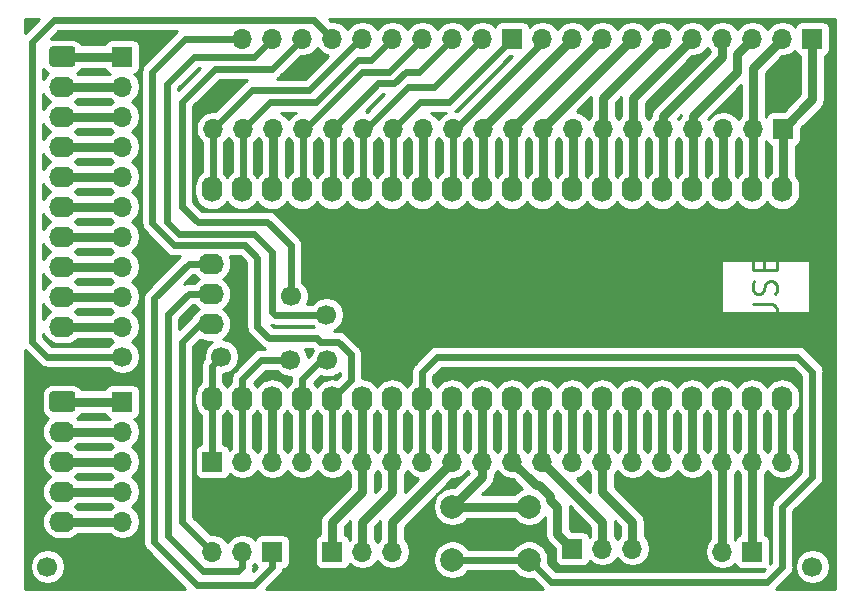
<source format=gbr>
%TF.GenerationSoftware,KiCad,Pcbnew,(5.1.9)-1*%
%TF.CreationDate,2021-04-24T20:29:51+02:00*%
%TF.ProjectId,pico1,7069636f-312e-46b6-9963-61645f706362,rev?*%
%TF.SameCoordinates,Original*%
%TF.FileFunction,Copper,L2,Bot*%
%TF.FilePolarity,Positive*%
%FSLAX46Y46*%
G04 Gerber Fmt 4.6, Leading zero omitted, Abs format (unit mm)*
G04 Created by KiCad (PCBNEW (5.1.9)-1) date 2021-04-24 20:29:51*
%MOMM*%
%LPD*%
G01*
G04 APERTURE LIST*
%ADD10C,0.250000*%
%TA.AperFunction,ComponentPad*%
%ADD11O,2.190000X1.740000*%
%TD*%
%TA.AperFunction,ComponentPad*%
%ADD12O,1.700000X1.700000*%
%TD*%
%TA.AperFunction,ComponentPad*%
%ADD13R,1.700000X1.700000*%
%TD*%
%TA.AperFunction,ComponentPad*%
%ADD14C,2.000000*%
%TD*%
%TA.AperFunction,ComponentPad*%
%ADD15O,1.740000X2.190000*%
%TD*%
%TA.AperFunction,ViaPad*%
%ADD16C,1.700000*%
%TD*%
%TA.AperFunction,Conductor*%
%ADD17C,0.800000*%
%TD*%
%TA.AperFunction,Conductor*%
%ADD18C,0.600000*%
%TD*%
%TA.AperFunction,NonConductor*%
%ADD19C,0.254000*%
%TD*%
%TA.AperFunction,NonConductor*%
%ADD20C,0.800000*%
%TD*%
G04 APERTURE END LIST*
%TO.C,J1*%
D10*
X198167761Y-89417209D02*
X199786809Y-89417209D01*
X199977285Y-89321971D01*
X200072523Y-89226733D01*
X200167761Y-89036257D01*
X200167761Y-88655304D01*
X200072523Y-88464828D01*
X199977285Y-88369590D01*
X199786809Y-88274352D01*
X198167761Y-88274352D01*
X200072523Y-87417209D02*
X200167761Y-87131495D01*
X200167761Y-86655304D01*
X200072523Y-86464828D01*
X199977285Y-86369590D01*
X199786809Y-86274352D01*
X199596333Y-86274352D01*
X199405857Y-86369590D01*
X199310619Y-86464828D01*
X199215380Y-86655304D01*
X199120142Y-87036257D01*
X199024904Y-87226733D01*
X198929666Y-87321971D01*
X198739190Y-87417209D01*
X198548714Y-87417209D01*
X198358238Y-87321971D01*
X198263000Y-87226733D01*
X198167761Y-87036257D01*
X198167761Y-86560066D01*
X198263000Y-86274352D01*
X199120142Y-84750542D02*
X199215380Y-84464828D01*
X199310619Y-84369590D01*
X199501095Y-84274352D01*
X199786809Y-84274352D01*
X199977285Y-84369590D01*
X200072523Y-84464828D01*
X200167761Y-84655304D01*
X200167761Y-85417209D01*
X198167761Y-85417209D01*
X198167761Y-84750542D01*
X198263000Y-84560066D01*
X198358238Y-84464828D01*
X198548714Y-84369590D01*
X198739190Y-84369590D01*
X198929666Y-84464828D01*
X199024904Y-84560066D01*
X199120142Y-84750542D01*
X199120142Y-85417209D01*
%TD*%
D11*
%TO.P,J14,5*%
%TO.N,Net-(J11-Pad5)*%
X139700000Y-106680000D03*
%TO.P,J14,4*%
%TO.N,Net-(J11-Pad4)*%
X139700000Y-104140000D03*
%TO.P,J14,3*%
%TO.N,Net-(J11-Pad3)*%
X139700000Y-101600000D03*
%TO.P,J14,2*%
%TO.N,Net-(J11-Pad2)*%
X139700000Y-99060000D03*
%TO.P,J14,1*%
%TO.N,Net-(J11-Pad1)*%
%TA.AperFunction,ComponentPad*%
G36*
G01*
X138854999Y-95650000D02*
X140545001Y-95650000D01*
G75*
G02*
X140795000Y-95899999I0J-249999D01*
G01*
X140795000Y-97140001D01*
G75*
G02*
X140545001Y-97390000I-249999J0D01*
G01*
X138854999Y-97390000D01*
G75*
G02*
X138605000Y-97140001I0J249999D01*
G01*
X138605000Y-95899999D01*
G75*
G02*
X138854999Y-95650000I249999J0D01*
G01*
G37*
%TD.AperFunction*%
%TD*%
%TO.P,J13,10*%
%TO.N,Net-(J10-Pad10)*%
X139700000Y-90170000D03*
%TO.P,J13,9*%
%TO.N,Net-(J10-Pad9)*%
X139700000Y-87630000D03*
%TO.P,J13,8*%
%TO.N,Net-(J10-Pad8)*%
X139700000Y-85090000D03*
%TO.P,J13,7*%
%TO.N,Net-(J10-Pad7)*%
X139700000Y-82550000D03*
%TO.P,J13,6*%
%TO.N,Net-(J10-Pad6)*%
X139700000Y-80010000D03*
%TO.P,J13,5*%
%TO.N,Net-(J10-Pad5)*%
X139700000Y-77470000D03*
%TO.P,J13,4*%
%TO.N,Net-(J10-Pad4)*%
X139700000Y-74930000D03*
%TO.P,J13,3*%
%TO.N,Net-(J10-Pad3)*%
X139700000Y-72390000D03*
%TO.P,J13,2*%
%TO.N,Net-(J10-Pad2)*%
X139700000Y-69850000D03*
%TO.P,J13,1*%
%TO.N,Net-(J10-Pad1)*%
%TA.AperFunction,ComponentPad*%
G36*
G01*
X138854999Y-66440000D02*
X140545001Y-66440000D01*
G75*
G02*
X140795000Y-66689999I0J-249999D01*
G01*
X140795000Y-67930001D01*
G75*
G02*
X140545001Y-68180000I-249999J0D01*
G01*
X138854999Y-68180000D01*
G75*
G02*
X138605000Y-67930001I0J249999D01*
G01*
X138605000Y-66689999D01*
G75*
G02*
X138854999Y-66440000I249999J0D01*
G01*
G37*
%TD.AperFunction*%
%TD*%
D12*
%TO.P,J11,5*%
%TO.N,Net-(J11-Pad5)*%
X144780000Y-106680000D03*
%TO.P,J11,4*%
%TO.N,Net-(J11-Pad4)*%
X144780000Y-104140000D03*
%TO.P,J11,3*%
%TO.N,Net-(J11-Pad3)*%
X144780000Y-101600000D03*
%TO.P,J11,2*%
%TO.N,Net-(J11-Pad2)*%
X144780000Y-99060000D03*
D13*
%TO.P,J11,1*%
%TO.N,Net-(J11-Pad1)*%
X144780000Y-96520000D03*
%TD*%
D12*
%TO.P,J10,10*%
%TO.N,Net-(J10-Pad10)*%
X144780000Y-90170000D03*
%TO.P,J10,9*%
%TO.N,Net-(J10-Pad9)*%
X144780000Y-87630000D03*
%TO.P,J10,8*%
%TO.N,Net-(J10-Pad8)*%
X144780000Y-85090000D03*
%TO.P,J10,7*%
%TO.N,Net-(J10-Pad7)*%
X144780000Y-82550000D03*
%TO.P,J10,6*%
%TO.N,Net-(J10-Pad6)*%
X144780000Y-80010000D03*
%TO.P,J10,5*%
%TO.N,Net-(J10-Pad5)*%
X144780000Y-77470000D03*
%TO.P,J10,4*%
%TO.N,Net-(J10-Pad4)*%
X144780000Y-74930000D03*
%TO.P,J10,3*%
%TO.N,Net-(J10-Pad3)*%
X144780000Y-72390000D03*
%TO.P,J10,2*%
%TO.N,Net-(J10-Pad2)*%
X144780000Y-69850000D03*
D13*
%TO.P,J10,1*%
%TO.N,Net-(J10-Pad1)*%
X144780000Y-67310000D03*
%TD*%
D12*
%TO.P,J7,2*%
%TO.N,GNDREF*%
X195580000Y-109220000D03*
D13*
%TO.P,J7,1*%
%TO.N,+3V3*%
X198120000Y-109220000D03*
%TD*%
D14*
%TO.P,SW1,1*%
%TO.N,Net-(J1-Pad30)*%
X179220000Y-105410000D03*
%TO.P,SW1,2*%
%TO.N,Net-(J1-Pad28)*%
X179220000Y-109910000D03*
%TO.P,SW1,1*%
%TO.N,Net-(J1-Pad30)*%
X172720000Y-105410000D03*
%TO.P,SW1,2*%
%TO.N,Net-(J1-Pad28)*%
X172720000Y-109910000D03*
%TD*%
D12*
%TO.P,J9,3*%
%TO.N,Net-(J1-Pad29)*%
X167640000Y-109220000D03*
%TO.P,J9,2*%
%TO.N,Net-(J1-Pad27)*%
X165100000Y-109220000D03*
D13*
%TO.P,J9,1*%
%TO.N,Net-(J1-Pad26)*%
X162560000Y-109220000D03*
%TD*%
D12*
%TO.P,J8,3*%
%TO.N,Net-(J1-Pad34)*%
X187960000Y-108966000D03*
%TO.P,J8,2*%
%TO.N,Net-(J1-Pad32)*%
X185420000Y-108966000D03*
D13*
%TO.P,J8,1*%
%TO.N,Net-(J1-Pad31)*%
X182880000Y-108966000D03*
%TD*%
D12*
%TO.P,J6,20*%
%TO.N,Net-(J1-Pad40)*%
X200660000Y-101600000D03*
%TO.P,J6,19*%
%TO.N,+3V3*%
X198120000Y-101600000D03*
%TO.P,J6,18*%
%TO.N,GNDREF*%
X195580000Y-101600000D03*
%TO.P,J6,17*%
%TO.N,Net-(J1-Pad37)*%
X193040000Y-101600000D03*
%TO.P,J6,16*%
%TO.N,Net-(J1-Pad36)*%
X190500000Y-101600000D03*
%TO.P,J6,15*%
%TO.N,Net-(J1-Pad35)*%
X187960000Y-101600000D03*
%TO.P,J6,14*%
%TO.N,Net-(J1-Pad34)*%
X185420000Y-101600000D03*
%TO.P,J6,13*%
%TO.N,Net-(J1-Pad33)*%
X182880000Y-101600000D03*
%TO.P,J6,12*%
%TO.N,Net-(J1-Pad32)*%
X180340000Y-101600000D03*
%TO.P,J6,11*%
%TO.N,Net-(J1-Pad31)*%
X177800000Y-101600000D03*
%TO.P,J6,10*%
%TO.N,Net-(J1-Pad30)*%
X175260000Y-101600000D03*
%TO.P,J6,9*%
%TO.N,Net-(J1-Pad29)*%
X172720000Y-101600000D03*
%TO.P,J6,8*%
%TO.N,Net-(J1-Pad28)*%
X170180000Y-101600000D03*
%TO.P,J6,7*%
%TO.N,Net-(J1-Pad27)*%
X167640000Y-101600000D03*
%TO.P,J6,6*%
%TO.N,Net-(J1-Pad26)*%
X165100000Y-101600000D03*
%TO.P,J6,5*%
%TO.N,Net-(J1-Pad25)*%
X162560000Y-101600000D03*
%TO.P,J6,4*%
%TO.N,Net-(J1-Pad24)*%
X160020000Y-101600000D03*
%TO.P,J6,3*%
%TO.N,Net-(J1-Pad23)*%
X157480000Y-101600000D03*
%TO.P,J6,2*%
%TO.N,Net-(J1-Pad22)*%
X154940000Y-101600000D03*
D13*
%TO.P,J6,1*%
%TO.N,Net-(J1-Pad21)*%
X152400000Y-101600000D03*
%TD*%
D12*
%TO.P,J5,3*%
%TO.N,Net-(J1-PadD3)*%
X152400000Y-109220000D03*
%TO.P,J5,2*%
%TO.N,Net-(J1-PadD2)*%
X154940000Y-109220000D03*
D13*
%TO.P,J5,1*%
%TO.N,Net-(J1-PadD1)*%
X157480000Y-109220000D03*
%TD*%
D12*
%TO.P,J4,20*%
%TO.N,Net-(J1-Pad20)*%
X152476200Y-73406000D03*
%TO.P,J4,19*%
%TO.N,Net-(J1-Pad19)*%
X155016200Y-73406000D03*
%TO.P,J4,18*%
%TO.N,Net-(J1-Pad18)*%
X157556200Y-73406000D03*
%TO.P,J4,17*%
%TO.N,Net-(J1-Pad17)*%
X160096200Y-73406000D03*
%TO.P,J4,16*%
%TO.N,Net-(J1-Pad16)*%
X162636200Y-73406000D03*
%TO.P,J4,15*%
%TO.N,Net-(J1-Pad15)*%
X165176200Y-73406000D03*
%TO.P,J4,14*%
%TO.N,Net-(J1-Pad14)*%
X167716200Y-73406000D03*
%TO.P,J4,13*%
%TO.N,Net-(J1-Pad13)*%
X170256200Y-73406000D03*
%TO.P,J4,12*%
%TO.N,Net-(J1-Pad12)*%
X172796200Y-73406000D03*
%TO.P,J4,11*%
%TO.N,Net-(J1-Pad11)*%
X175336200Y-73406000D03*
%TO.P,J4,10*%
%TO.N,Net-(J1-Pad10)*%
X177876200Y-73406000D03*
%TO.P,J4,9*%
%TO.N,Net-(J1-Pad9)*%
X180416200Y-73406000D03*
%TO.P,J4,8*%
%TO.N,Net-(J1-Pad8)*%
X182956200Y-73406000D03*
%TO.P,J4,7*%
%TO.N,Net-(J1-Pad7)*%
X185496200Y-73406000D03*
%TO.P,J4,6*%
%TO.N,Net-(J1-Pad6)*%
X188036200Y-73406000D03*
%TO.P,J4,5*%
%TO.N,Net-(J1-Pad5)*%
X190576200Y-73406000D03*
%TO.P,J4,4*%
%TO.N,Net-(J1-Pad4)*%
X193116200Y-73406000D03*
%TO.P,J4,3*%
%TO.N,Net-(J1-Pad3)*%
X195656200Y-73406000D03*
%TO.P,J4,2*%
%TO.N,Net-(J1-Pad2)*%
X198196200Y-73406000D03*
D13*
%TO.P,J4,1*%
%TO.N,Net-(J1-Pad1)*%
X200736200Y-73406000D03*
%TD*%
D12*
%TO.P,J3,10*%
%TO.N,Net-(J1-Pad25)*%
X154940000Y-65786000D03*
%TO.P,J3,9*%
%TO.N,Net-(J1-Pad24)*%
X157480000Y-65786000D03*
%TO.P,J3,8*%
%TO.N,Net-(J1-Pad22)*%
X160020000Y-65786000D03*
%TO.P,J3,7*%
%TO.N,Net-(J1-Pad21)*%
X162560000Y-65786000D03*
%TO.P,J3,6*%
%TO.N,Net-(J1-Pad20)*%
X165100000Y-65786000D03*
%TO.P,J3,5*%
%TO.N,Net-(J1-Pad19)*%
X167640000Y-65786000D03*
%TO.P,J3,4*%
%TO.N,Net-(J1-Pad17)*%
X170180000Y-65786000D03*
%TO.P,J3,3*%
%TO.N,Net-(J1-Pad16)*%
X172720000Y-65786000D03*
%TO.P,J3,2*%
%TO.N,Net-(J1-Pad15)*%
X175260000Y-65786000D03*
D13*
%TO.P,J3,1*%
%TO.N,Net-(J1-Pad14)*%
X177800000Y-65786000D03*
%TD*%
D12*
%TO.P,J2,10*%
%TO.N,Net-(J1-Pad12)*%
X180340000Y-65786000D03*
%TO.P,J2,9*%
%TO.N,Net-(J1-Pad11)*%
X182880000Y-65786000D03*
%TO.P,J2,8*%
%TO.N,Net-(J1-Pad10)*%
X185420000Y-65786000D03*
%TO.P,J2,7*%
%TO.N,Net-(J1-Pad9)*%
X187960000Y-65786000D03*
%TO.P,J2,6*%
%TO.N,Net-(J1-Pad7)*%
X190500000Y-65786000D03*
%TO.P,J2,5*%
%TO.N,Net-(J1-Pad6)*%
X193040000Y-65786000D03*
%TO.P,J2,4*%
%TO.N,Net-(J1-Pad5)*%
X195580000Y-65786000D03*
%TO.P,J2,3*%
%TO.N,Net-(J1-Pad4)*%
X198120000Y-65786000D03*
%TO.P,J2,2*%
%TO.N,Net-(J1-Pad2)*%
X200660000Y-65786000D03*
D13*
%TO.P,J2,1*%
%TO.N,Net-(J1-Pad1)*%
X203200000Y-65786000D03*
%TD*%
D15*
%TO.P,J1,1*%
%TO.N,Net-(J1-Pad1)*%
X200633000Y-78559400D03*
%TO.P,J1,2*%
%TO.N,Net-(J1-Pad2)*%
X198093000Y-78559400D03*
%TO.P,J1,3*%
%TO.N,Net-(J1-Pad3)*%
X195553000Y-78559400D03*
%TO.P,J1,4*%
%TO.N,Net-(J1-Pad4)*%
X193013000Y-78559400D03*
%TO.P,J1,5*%
%TO.N,Net-(J1-Pad5)*%
X190473000Y-78559400D03*
%TO.P,J1,6*%
%TO.N,Net-(J1-Pad6)*%
X187933000Y-78559400D03*
%TO.P,J1,7*%
%TO.N,Net-(J1-Pad7)*%
X185393000Y-78559400D03*
%TO.P,J1,8*%
%TO.N,Net-(J1-Pad8)*%
X182853000Y-78559400D03*
%TO.P,J1,9*%
%TO.N,Net-(J1-Pad9)*%
X180313000Y-78559400D03*
%TO.P,J1,10*%
%TO.N,Net-(J1-Pad10)*%
X177773000Y-78559400D03*
%TO.P,J1,11*%
%TO.N,Net-(J1-Pad11)*%
X175233000Y-78559400D03*
%TO.P,J1,12*%
%TO.N,Net-(J1-Pad12)*%
X172693000Y-78559400D03*
%TO.P,J1,13*%
%TO.N,Net-(J1-Pad13)*%
X170153000Y-78559400D03*
%TO.P,J1,14*%
%TO.N,Net-(J1-Pad14)*%
X167613000Y-78559400D03*
%TO.P,J1,15*%
%TO.N,Net-(J1-Pad15)*%
X165073000Y-78559400D03*
%TO.P,J1,16*%
%TO.N,Net-(J1-Pad16)*%
X162533000Y-78559400D03*
%TO.P,J1,17*%
%TO.N,Net-(J1-Pad17)*%
X159993000Y-78559400D03*
%TO.P,J1,18*%
%TO.N,Net-(J1-Pad18)*%
X157453000Y-78559400D03*
%TO.P,J1,19*%
%TO.N,Net-(J1-Pad19)*%
X154913000Y-78559400D03*
%TO.P,J1,20*%
%TO.N,Net-(J1-Pad20)*%
X152373000Y-78559400D03*
%TO.P,J1,21*%
%TO.N,Net-(J1-Pad21)*%
X152373000Y-96288400D03*
%TO.P,J1,22*%
%TO.N,Net-(J1-Pad22)*%
X154913000Y-96288400D03*
%TO.P,J1,23*%
%TO.N,Net-(J1-Pad23)*%
X157453000Y-96288400D03*
%TO.P,J1,24*%
%TO.N,Net-(J1-Pad24)*%
X159993000Y-96288400D03*
%TO.P,J1,25*%
%TO.N,Net-(J1-Pad25)*%
X162533000Y-96288400D03*
%TO.P,J1,26*%
%TO.N,Net-(J1-Pad26)*%
X165073000Y-96288400D03*
%TO.P,J1,27*%
%TO.N,Net-(J1-Pad27)*%
X167613000Y-96288400D03*
%TO.P,J1,28*%
%TO.N,Net-(J1-Pad28)*%
X170153000Y-96288400D03*
%TO.P,J1,29*%
%TO.N,Net-(J1-Pad29)*%
X172693000Y-96288400D03*
%TO.P,J1,30*%
%TO.N,Net-(J1-Pad30)*%
X175233000Y-96288400D03*
%TO.P,J1,31*%
%TO.N,Net-(J1-Pad31)*%
X177773000Y-96288400D03*
%TO.P,J1,32*%
%TO.N,Net-(J1-Pad32)*%
X180313000Y-96288400D03*
%TO.P,J1,33*%
%TO.N,Net-(J1-Pad33)*%
X182853000Y-96288400D03*
%TO.P,J1,34*%
%TO.N,Net-(J1-Pad34)*%
X185393000Y-96288400D03*
%TO.P,J1,35*%
%TO.N,Net-(J1-Pad35)*%
X187933000Y-96288400D03*
%TO.P,J1,36*%
%TO.N,Net-(J1-Pad36)*%
X190473000Y-96288400D03*
%TO.P,J1,37*%
%TO.N,Net-(J1-Pad37)*%
X193013000Y-96288400D03*
%TO.P,J1,38*%
%TO.N,GNDREF*%
X195553000Y-96288400D03*
%TO.P,J1,39*%
%TO.N,+3V3*%
X198093000Y-96288400D03*
%TO.P,J1,40*%
%TO.N,Net-(J1-Pad40)*%
X200633000Y-96288400D03*
D11*
%TO.P,J1,D1*%
%TO.N,Net-(J1-PadD1)*%
X152273000Y-84861400D03*
%TO.P,J1,D2*%
%TO.N,Net-(J1-PadD2)*%
X152273000Y-87401400D03*
%TO.P,J1,D3*%
%TO.N,Net-(J1-PadD3)*%
X152273000Y-89941400D03*
%TD*%
D16*
%TO.N,*%
X203200000Y-110490000D03*
X138430000Y-110490000D03*
%TO.N,Net-(J1-Pad21)*%
X144780000Y-92710000D03*
X153162002Y-92710000D03*
%TO.N,Net-(J1-Pad22)*%
X159068186Y-87591825D03*
X159004002Y-92964000D03*
%TO.N,Net-(J1-Pad24)*%
X162143821Y-92990005D03*
X162051994Y-89154000D03*
%TD*%
D17*
%TO.N,Net-(J1-Pad1)*%
X203200000Y-70942200D02*
X200736200Y-73406000D01*
X203200000Y-65786000D02*
X203200000Y-70942200D01*
X200736200Y-78456200D02*
X200633000Y-78559400D01*
X200736200Y-73406000D02*
X200736200Y-78456200D01*
%TO.N,Net-(J1-Pad2)*%
X198196200Y-68249800D02*
X198196200Y-73406000D01*
X200660000Y-65786000D02*
X198196200Y-68249800D01*
X198196200Y-78456200D02*
X198093000Y-78559400D01*
X198196200Y-73406000D02*
X198196200Y-78456200D01*
%TO.N,Net-(J1-Pad3)*%
X195656200Y-78456200D02*
X195553000Y-78559400D01*
X195656200Y-73406000D02*
X195656200Y-78456200D01*
%TO.N,Net-(J1-Pad4)*%
X198120000Y-65786000D02*
X196850000Y-67056000D01*
X196850000Y-67056000D02*
X196850000Y-68580000D01*
X193116200Y-72313800D02*
X193116200Y-73406000D01*
X196850000Y-68580000D02*
X193116200Y-72313800D01*
X193116200Y-78456200D02*
X193013000Y-78559400D01*
X193116200Y-73406000D02*
X193116200Y-78456200D01*
%TO.N,Net-(J1-Pad5)*%
X195580000Y-65786000D02*
X195580000Y-67310000D01*
X190576200Y-72313800D02*
X190576200Y-73406000D01*
X195580000Y-67310000D02*
X190576200Y-72313800D01*
X190576200Y-78456200D02*
X190473000Y-78559400D01*
X190576200Y-73406000D02*
X190576200Y-78456200D01*
%TO.N,Net-(J1-Pad6)*%
X188036200Y-70789800D02*
X188036200Y-73406000D01*
X193040000Y-65786000D02*
X188036200Y-70789800D01*
X188036200Y-78456200D02*
X187933000Y-78559400D01*
X188036200Y-73406000D02*
X188036200Y-78456200D01*
%TO.N,Net-(J1-Pad7)*%
X185496200Y-70789800D02*
X185496200Y-73406000D01*
X190500000Y-65786000D02*
X185496200Y-70789800D01*
X185496200Y-78456200D02*
X185393000Y-78559400D01*
X185496200Y-73406000D02*
X185496200Y-78456200D01*
%TO.N,Net-(J1-Pad8)*%
X182956200Y-78456200D02*
X182853000Y-78559400D01*
X182956200Y-73406000D02*
X182956200Y-78456200D01*
%TO.N,Net-(J1-Pad9)*%
X180416200Y-73329800D02*
X180416200Y-73406000D01*
X187960000Y-65786000D02*
X180416200Y-73329800D01*
X180416200Y-78456200D02*
X180313000Y-78559400D01*
X180416200Y-73406000D02*
X180416200Y-78456200D01*
%TO.N,Net-(J1-Pad10)*%
X177876200Y-73329800D02*
X177876200Y-73406000D01*
X185420000Y-65786000D02*
X177876200Y-73329800D01*
X177876200Y-78456200D02*
X177773000Y-78559400D01*
X177876200Y-73406000D02*
X177876200Y-78456200D01*
%TO.N,Net-(J1-Pad11)*%
X175336200Y-73329800D02*
X175336200Y-73406000D01*
X182880000Y-65786000D02*
X175336200Y-73329800D01*
X175336200Y-78456200D02*
X175233000Y-78559400D01*
X175336200Y-73406000D02*
X175336200Y-78456200D01*
D18*
%TO.N,Net-(J1-Pad12)*%
X172796200Y-78456200D02*
X172693000Y-78559400D01*
X172796200Y-73406000D02*
X172796200Y-78456200D01*
X172985213Y-73406000D02*
X172796200Y-73406000D01*
X180340000Y-66051213D02*
X172985213Y-73406000D01*
X180340000Y-65786000D02*
X180340000Y-66051213D01*
D17*
%TO.N,Net-(J1-Pad13)*%
X170256200Y-78456200D02*
X170153000Y-78559400D01*
X170256200Y-73406000D02*
X170256200Y-78456200D01*
D18*
%TO.N,Net-(J1-Pad14)*%
X167716200Y-78456200D02*
X167613000Y-78559400D01*
X167716200Y-73406000D02*
X167716200Y-78456200D01*
X172466000Y-71120000D02*
X170002200Y-71120000D01*
X177800000Y-65786000D02*
X172466000Y-71120000D01*
X170002200Y-71120000D02*
X167716200Y-73406000D01*
%TO.N,Net-(J1-Pad15)*%
X165176200Y-78456200D02*
X165073000Y-78559400D01*
X165176200Y-73406000D02*
X165176200Y-78456200D01*
X165388457Y-73406000D02*
X165176200Y-73406000D01*
X168944457Y-69850000D02*
X165388457Y-73406000D01*
X171196000Y-69850000D02*
X168944457Y-69850000D01*
X175260000Y-65786000D02*
X171196000Y-69850000D01*
%TO.N,Net-(J1-Pad16)*%
X162636200Y-78456200D02*
X162533000Y-78559400D01*
X162636200Y-73406000D02*
X162636200Y-78456200D01*
X172720000Y-65786000D02*
X169926000Y-68580000D01*
X169926000Y-68580000D02*
X168800228Y-68580000D01*
X166462189Y-69580011D02*
X162636200Y-73406000D01*
X167800218Y-69580011D02*
X166462189Y-69580011D01*
X168800228Y-68580000D02*
X167800218Y-69580011D01*
%TO.N,Net-(J1-Pad17)*%
X160096200Y-78456200D02*
X159993000Y-78559400D01*
X160096200Y-73406000D02*
X160096200Y-78456200D01*
X160274000Y-73406000D02*
X160096200Y-73406000D01*
X165100000Y-68580000D02*
X160274000Y-73406000D01*
X167386000Y-68580000D02*
X165100000Y-68580000D01*
X170180000Y-65786000D02*
X167386000Y-68580000D01*
D17*
%TO.N,Net-(J1-Pad18)*%
X157556200Y-78456200D02*
X157453000Y-78559400D01*
X157556200Y-73406000D02*
X157556200Y-78456200D01*
D18*
%TO.N,Net-(J1-Pad19)*%
X155016200Y-78456200D02*
X154913000Y-78559400D01*
X155016200Y-73406000D02*
X155016200Y-78456200D01*
X167640000Y-65786000D02*
X165846010Y-67579990D01*
X165846010Y-67579990D02*
X164685783Y-67579990D01*
X157302200Y-71120000D02*
X155016200Y-73406000D01*
X164685783Y-67579990D02*
X161145773Y-71120000D01*
X161145773Y-71120000D02*
X157302200Y-71120000D01*
%TO.N,Net-(J1-Pad20)*%
X152476200Y-78456200D02*
X152373000Y-78559400D01*
X152476200Y-73406000D02*
X152476200Y-78456200D01*
X155762211Y-70119989D02*
X152476200Y-73406000D01*
X164924125Y-65786000D02*
X160590136Y-70119989D01*
X165100000Y-65786000D02*
X164924125Y-65786000D01*
X160590136Y-70119989D02*
X155762211Y-70119989D01*
%TO.N,Net-(J1-Pad21)*%
X152373000Y-101573000D02*
X152400000Y-101600000D01*
X152373000Y-96288400D02*
X152373000Y-101573000D01*
X138430000Y-92710000D02*
X144780000Y-92710000D01*
X137160000Y-91440000D02*
X138430000Y-92710000D01*
X137160000Y-66040000D02*
X137160000Y-91440000D01*
X138974990Y-64225010D02*
X137160000Y-66040000D01*
X160999010Y-64225010D02*
X138974990Y-64225010D01*
X162560000Y-65786000D02*
X160999010Y-64225010D01*
X152373000Y-96288400D02*
X152373000Y-93499002D01*
X152373000Y-93499002D02*
X153162002Y-92710000D01*
%TO.N,Net-(J1-Pad22)*%
X154913000Y-101573000D02*
X154940000Y-101600000D01*
X154913000Y-96288400D02*
X154913000Y-101573000D01*
X157469989Y-68336011D02*
X152643989Y-68336011D01*
X149860000Y-71120000D02*
X149860000Y-80010000D01*
X159068186Y-83301761D02*
X159068186Y-87591825D01*
X149860000Y-80010000D02*
X151141368Y-81291368D01*
X152643989Y-68336011D02*
X149860000Y-71120000D01*
X151141368Y-81291368D02*
X157057793Y-81291368D01*
X160020000Y-65786000D02*
X157469989Y-68336011D01*
X157057793Y-81291368D02*
X159068186Y-83301761D01*
X154913000Y-96288400D02*
X154913000Y-94593400D01*
X154913000Y-94593400D02*
X156542400Y-92964000D01*
X156542400Y-92964000D02*
X159004002Y-92964000D01*
D17*
%TO.N,Net-(J1-Pad23)*%
X157453000Y-101573000D02*
X157480000Y-101600000D01*
X157453000Y-96288400D02*
X157453000Y-101573000D01*
D18*
%TO.N,Net-(J1-Pad24)*%
X159993000Y-101573000D02*
X160020000Y-101600000D01*
X159993000Y-96288400D02*
X159993000Y-101573000D01*
X159993000Y-96288400D02*
X159993000Y-94593400D01*
X155930000Y-67336000D02*
X150854000Y-67336001D01*
X148590000Y-81280000D02*
X149601379Y-82291379D01*
X150854000Y-67336001D02*
X148590000Y-69600001D01*
X155951379Y-82291379D02*
X157480000Y-83820000D01*
X157734000Y-89154000D02*
X162051994Y-89154000D01*
X148590000Y-69600001D02*
X148590000Y-81280000D01*
X157480000Y-88900000D02*
X157734000Y-89154000D01*
X159993000Y-94593400D02*
X161596395Y-92990005D01*
X149601379Y-82291379D02*
X155951379Y-82291379D01*
X157480000Y-83820000D02*
X157480000Y-88900000D01*
X161596395Y-92990005D02*
X162143821Y-92990005D01*
X157480000Y-65786000D02*
X155930000Y-67336000D01*
%TO.N,Net-(J1-Pad25)*%
X162533000Y-101573000D02*
X162560000Y-101600000D01*
X162533000Y-96288400D02*
X162533000Y-101573000D01*
X162328400Y-96288400D02*
X162533000Y-96288400D01*
X161255994Y-91159998D02*
X161535991Y-91439995D01*
X156210000Y-84348610D02*
X156210000Y-90170000D01*
X163046900Y-91439995D02*
X164110474Y-92503569D01*
X150114000Y-65786000D02*
X147320000Y-68580000D01*
X164110474Y-94710926D02*
X162533000Y-96288400D01*
X155152780Y-83291390D02*
X156210000Y-84348610D01*
X157199998Y-91159998D02*
X161255994Y-91159998D01*
X161535991Y-91439995D02*
X163046900Y-91439995D01*
X156210000Y-90170000D02*
X157199998Y-91159998D01*
X147320000Y-81424229D02*
X149187161Y-83291390D01*
X164110474Y-92503569D02*
X164110474Y-94710926D01*
X154940000Y-65786000D02*
X150114000Y-65786000D01*
X147320000Y-68580000D02*
X147320000Y-81424229D01*
X149187161Y-83291390D02*
X155152780Y-83291390D01*
D17*
%TO.N,Net-(J1-Pad26)*%
X165073000Y-101573000D02*
X165100000Y-101600000D01*
X165073000Y-96288400D02*
X165073000Y-101573000D01*
X165100000Y-101600000D02*
X165100000Y-104140000D01*
X165100000Y-104140000D02*
X162560000Y-106680000D01*
X162560000Y-106680000D02*
X162560000Y-109220000D01*
%TO.N,Net-(J1-Pad27)*%
X167613000Y-101573000D02*
X167640000Y-101600000D01*
X167613000Y-96288400D02*
X167613000Y-101573000D01*
X167640000Y-101600000D02*
X167640000Y-104140000D01*
X167640000Y-104140000D02*
X165100000Y-106680000D01*
X165100000Y-106680000D02*
X165100000Y-109220000D01*
D18*
%TO.N,Net-(J1-Pad28)*%
X170153000Y-101573000D02*
X170180000Y-101600000D01*
X170153000Y-96288400D02*
X170153000Y-101573000D01*
X172720000Y-109910000D02*
X179220000Y-109910000D01*
X181070000Y-111760000D02*
X179220000Y-109910000D01*
X199390000Y-111760000D02*
X181070000Y-111760000D01*
X200660000Y-110490000D02*
X199390000Y-111760000D01*
X200660000Y-105410000D02*
X200660000Y-110490000D01*
X203200000Y-102870000D02*
X200660000Y-105410000D01*
X203200000Y-93980000D02*
X203200000Y-102870000D01*
X171450000Y-92710000D02*
X201930000Y-92710000D01*
X170153000Y-94007000D02*
X171450000Y-92710000D01*
X201930000Y-92710000D02*
X203200000Y-93980000D01*
X170153000Y-96288400D02*
X170153000Y-94007000D01*
D17*
%TO.N,Net-(J1-Pad29)*%
X172720000Y-101600000D02*
X167640000Y-106680000D01*
X167640000Y-106680000D02*
X167640000Y-109220000D01*
X172693000Y-101573000D02*
X172720000Y-101600000D01*
X172693000Y-96288400D02*
X172693000Y-101573000D01*
%TO.N,Net-(J1-Pad30)*%
X175233000Y-101573000D02*
X175260000Y-101600000D01*
X175233000Y-96288400D02*
X175233000Y-101573000D01*
X175260000Y-102870000D02*
X172720000Y-105410000D01*
X175260000Y-101600000D02*
X175260000Y-102870000D01*
X172720000Y-105410000D02*
X179220000Y-105410000D01*
%TO.N,Net-(J1-Pad31)*%
X177773000Y-101573000D02*
X177800000Y-101600000D01*
X177773000Y-96288400D02*
X177773000Y-101573000D01*
X181610000Y-105410000D02*
X181610000Y-107696000D01*
X181020001Y-104820001D02*
X181610000Y-105410000D01*
X181020001Y-104545999D02*
X181020001Y-104820001D01*
X180084001Y-103609999D02*
X181020001Y-104545999D01*
X179809999Y-103609999D02*
X180084001Y-103609999D01*
X181610000Y-107696000D02*
X182880000Y-108966000D01*
X177800000Y-101600000D02*
X179809999Y-103609999D01*
%TO.N,Net-(J1-Pad32)*%
X180313000Y-101573000D02*
X180340000Y-101600000D01*
X180313000Y-96288400D02*
X180313000Y-101573000D01*
X185420000Y-106680000D02*
X185420000Y-108966000D01*
X180340000Y-101600000D02*
X185420000Y-106680000D01*
%TO.N,Net-(J1-Pad33)*%
X182853000Y-101573000D02*
X182880000Y-101600000D01*
X182853000Y-96288400D02*
X182853000Y-101573000D01*
%TO.N,Net-(J1-Pad34)*%
X185393000Y-101573000D02*
X185420000Y-101600000D01*
X185393000Y-96288400D02*
X185393000Y-101573000D01*
X185420000Y-101600000D02*
X185420000Y-104140000D01*
X187960000Y-106680000D02*
X187960000Y-108966000D01*
X185420000Y-104140000D02*
X187960000Y-106680000D01*
%TO.N,Net-(J1-Pad35)*%
X187933000Y-101573000D02*
X187960000Y-101600000D01*
X187933000Y-96288400D02*
X187933000Y-101573000D01*
%TO.N,Net-(J1-Pad36)*%
X190473000Y-101573000D02*
X190500000Y-101600000D01*
X190473000Y-96288400D02*
X190473000Y-101573000D01*
%TO.N,Net-(J1-Pad37)*%
X193013000Y-101573000D02*
X193040000Y-101600000D01*
X193013000Y-96288400D02*
X193013000Y-101573000D01*
%TO.N,Net-(J1-Pad40)*%
X200633000Y-101573000D02*
X200660000Y-101600000D01*
X200633000Y-96288400D02*
X200633000Y-101573000D01*
D18*
%TO.N,Net-(J1-PadD1)*%
X151110939Y-112070011D02*
X155899989Y-112070011D01*
X147459982Y-108419054D02*
X151110939Y-112070011D01*
X147459982Y-87779418D02*
X147459982Y-108419054D01*
X150378000Y-84861400D02*
X147459982Y-87779418D01*
X152273000Y-84861400D02*
X150378000Y-84861400D01*
X157480000Y-110490000D02*
X157480000Y-109220000D01*
X155899989Y-112070011D02*
X157480000Y-110490000D01*
%TO.N,Net-(J1-PadD2)*%
X154559999Y-110870001D02*
X154940000Y-110490000D01*
X151607999Y-110870001D02*
X154559999Y-110870001D01*
X154940000Y-110490000D02*
X154940000Y-109220000D01*
X148659991Y-107921993D02*
X151607999Y-110870001D01*
X148659991Y-89119409D02*
X148659991Y-107921993D01*
X150378000Y-87401400D02*
X148659991Y-89119409D01*
X152273000Y-87401400D02*
X150378000Y-87401400D01*
%TO.N,Net-(J1-PadD3)*%
X152273000Y-89941400D02*
X151358600Y-89941400D01*
X151358600Y-89941400D02*
X149860000Y-91440000D01*
X149860000Y-106680000D02*
X152400000Y-109220000D01*
X149860000Y-91440000D02*
X149860000Y-106680000D01*
D17*
%TO.N,GNDREF*%
X195553000Y-101573000D02*
X195580000Y-101600000D01*
X195553000Y-96288400D02*
X195553000Y-101573000D01*
X195580000Y-101600000D02*
X195580000Y-109220000D01*
%TO.N,+3V3*%
X198093000Y-101573000D02*
X198120000Y-101600000D01*
X198093000Y-96288400D02*
X198093000Y-101573000D01*
X198120000Y-101600000D02*
X198120000Y-109220000D01*
%TO.N,Net-(J10-Pad10)*%
X139700000Y-90170000D02*
X144780000Y-90170000D01*
%TO.N,Net-(J10-Pad9)*%
X139700000Y-87630000D02*
X144780000Y-87630000D01*
%TO.N,Net-(J10-Pad8)*%
X139700000Y-85090000D02*
X144780000Y-85090000D01*
%TO.N,Net-(J10-Pad7)*%
X139700000Y-82550000D02*
X144780000Y-82550000D01*
%TO.N,Net-(J10-Pad6)*%
X139700000Y-80010000D02*
X144780000Y-80010000D01*
%TO.N,Net-(J10-Pad5)*%
X139700000Y-77470000D02*
X144780000Y-77470000D01*
%TO.N,Net-(J10-Pad4)*%
X139700000Y-74930000D02*
X144780000Y-74930000D01*
%TO.N,Net-(J10-Pad3)*%
X139700000Y-72390000D02*
X144780000Y-72390000D01*
%TO.N,Net-(J10-Pad2)*%
X139700000Y-69850000D02*
X144780000Y-69850000D01*
%TO.N,Net-(J10-Pad1)*%
X139700000Y-67310000D02*
X144780000Y-67310000D01*
%TO.N,Net-(J11-Pad5)*%
X139700000Y-106680000D02*
X144780000Y-106680000D01*
%TO.N,Net-(J11-Pad4)*%
X139700000Y-104140000D02*
X144780000Y-104140000D01*
%TO.N,Net-(J11-Pad3)*%
X139700000Y-101600000D02*
X144780000Y-101600000D01*
%TO.N,Net-(J11-Pad2)*%
X139700000Y-99060000D02*
X144780000Y-99060000D01*
%TO.N,Net-(J11-Pad1)*%
X139700000Y-96520000D02*
X144780000Y-96520000D01*
%TD*%
D19*
X205080001Y-112370000D02*
X200102289Y-112370000D01*
X201288664Y-111183626D01*
X201324344Y-111154344D01*
X201441186Y-111011972D01*
X201528007Y-110849540D01*
X201577401Y-110686709D01*
X201581471Y-110673293D01*
X201599524Y-110490001D01*
X201595000Y-110444069D01*
X201595000Y-110343740D01*
X201715000Y-110343740D01*
X201715000Y-110636260D01*
X201772068Y-110923158D01*
X201884010Y-111193411D01*
X202046525Y-111436632D01*
X202253368Y-111643475D01*
X202496589Y-111805990D01*
X202766842Y-111917932D01*
X203053740Y-111975000D01*
X203346260Y-111975000D01*
X203633158Y-111917932D01*
X203903411Y-111805990D01*
X204146632Y-111643475D01*
X204353475Y-111436632D01*
X204515990Y-111193411D01*
X204627932Y-110923158D01*
X204685000Y-110636260D01*
X204685000Y-110343740D01*
X204627932Y-110056842D01*
X204515990Y-109786589D01*
X204353475Y-109543368D01*
X204146632Y-109336525D01*
X203903411Y-109174010D01*
X203633158Y-109062068D01*
X203346260Y-109005000D01*
X203053740Y-109005000D01*
X202766842Y-109062068D01*
X202496589Y-109174010D01*
X202253368Y-109336525D01*
X202046525Y-109543368D01*
X201884010Y-109786589D01*
X201772068Y-110056842D01*
X201715000Y-110343740D01*
X201595000Y-110343740D01*
X201595000Y-105797289D01*
X203828664Y-103563626D01*
X203864344Y-103534344D01*
X203981186Y-103391972D01*
X204068007Y-103229540D01*
X204121471Y-103053292D01*
X204135000Y-102915932D01*
X204135000Y-102915926D01*
X204139523Y-102870001D01*
X204135000Y-102824076D01*
X204135000Y-94025931D01*
X204139524Y-93979999D01*
X204121471Y-93796707D01*
X204090138Y-93693416D01*
X204068007Y-93620460D01*
X203981186Y-93458028D01*
X203864344Y-93315656D01*
X203828665Y-93286375D01*
X202623630Y-92081341D01*
X202594344Y-92045656D01*
X202451972Y-91928814D01*
X202289540Y-91841993D01*
X202113292Y-91788529D01*
X201975932Y-91775000D01*
X201930000Y-91770476D01*
X201884068Y-91775000D01*
X171495932Y-91775000D01*
X171450000Y-91770476D01*
X171404068Y-91775000D01*
X171266708Y-91788529D01*
X171090460Y-91841993D01*
X170928028Y-91928814D01*
X170785656Y-92045656D01*
X170756377Y-92081333D01*
X169524336Y-93313375D01*
X169488657Y-93342656D01*
X169371815Y-93485028D01*
X169368524Y-93491186D01*
X169284994Y-93647460D01*
X169231529Y-93823709D01*
X169213476Y-94007000D01*
X169218001Y-94052942D01*
X169218001Y-94883801D01*
X169083655Y-94994055D01*
X168895583Y-95223221D01*
X168883000Y-95246762D01*
X168870417Y-95223221D01*
X168682345Y-94994055D01*
X168453179Y-94805983D01*
X168191725Y-94666234D01*
X167908032Y-94580176D01*
X167613000Y-94551118D01*
X167317969Y-94580176D01*
X167034276Y-94666234D01*
X166772822Y-94805983D01*
X166543655Y-94994055D01*
X166355583Y-95223221D01*
X166343000Y-95246762D01*
X166330417Y-95223221D01*
X166142345Y-94994055D01*
X165913179Y-94805983D01*
X165651725Y-94666234D01*
X165368032Y-94580176D01*
X165073000Y-94551118D01*
X165045474Y-94553829D01*
X165045474Y-92549504D01*
X165049998Y-92503569D01*
X165031946Y-92320277D01*
X164991828Y-92188028D01*
X164978481Y-92144029D01*
X164891660Y-91981597D01*
X164774818Y-91839225D01*
X164739134Y-91809940D01*
X163740528Y-90811334D01*
X163711244Y-90775651D01*
X163568872Y-90658809D01*
X163406440Y-90571988D01*
X163230192Y-90518524D01*
X163092832Y-90504995D01*
X163046900Y-90500471D01*
X163000968Y-90504995D01*
X162670895Y-90504995D01*
X162755405Y-90469990D01*
X162998626Y-90307475D01*
X163205469Y-90100632D01*
X163367984Y-89857411D01*
X163479926Y-89587158D01*
X163536994Y-89300260D01*
X163536994Y-89007740D01*
X163479926Y-88720842D01*
X163367984Y-88450589D01*
X163205469Y-88207368D01*
X162998626Y-88000525D01*
X162755405Y-87838010D01*
X162485152Y-87726068D01*
X162198254Y-87669000D01*
X161905734Y-87669000D01*
X161618836Y-87726068D01*
X161348583Y-87838010D01*
X161105362Y-88000525D01*
X160898519Y-88207368D01*
X160890747Y-88219000D01*
X160415754Y-88219000D01*
X160496118Y-88024983D01*
X160553186Y-87738085D01*
X160553186Y-87445565D01*
X160496118Y-87158667D01*
X160384176Y-86888414D01*
X160221661Y-86645193D01*
X160014818Y-86438350D01*
X160003186Y-86430578D01*
X160003186Y-84510900D01*
X195503000Y-84510900D01*
X195503000Y-89030900D01*
X203023000Y-89030900D01*
X203023000Y-84510900D01*
X195503000Y-84510900D01*
X160003186Y-84510900D01*
X160003186Y-83347692D01*
X160007710Y-83301760D01*
X159989657Y-83118468D01*
X159948611Y-82983158D01*
X159936193Y-82942221D01*
X159849372Y-82779789D01*
X159732530Y-82637417D01*
X159696852Y-82608137D01*
X157751423Y-80662709D01*
X157722137Y-80627024D01*
X157579765Y-80510182D01*
X157417333Y-80423361D01*
X157241085Y-80369897D01*
X157103725Y-80356368D01*
X157057793Y-80351844D01*
X157011861Y-80356368D01*
X151528658Y-80356368D01*
X150795000Y-79622711D01*
X150795000Y-71507289D01*
X153031279Y-69271011D01*
X155367070Y-69271011D01*
X155240239Y-69338803D01*
X155097867Y-69455645D01*
X155068587Y-69491323D01*
X152636181Y-71923729D01*
X152622460Y-71921000D01*
X152329940Y-71921000D01*
X152043042Y-71978068D01*
X151772789Y-72090010D01*
X151529568Y-72252525D01*
X151322725Y-72459368D01*
X151160210Y-72702589D01*
X151048268Y-72972842D01*
X150991200Y-73259740D01*
X150991200Y-73552260D01*
X151048268Y-73839158D01*
X151160210Y-74109411D01*
X151322725Y-74352632D01*
X151529568Y-74559475D01*
X151541200Y-74567247D01*
X151541201Y-77072505D01*
X151532822Y-77076983D01*
X151303655Y-77265055D01*
X151115583Y-77494221D01*
X150975834Y-77755675D01*
X150889776Y-78039368D01*
X150868000Y-78260464D01*
X150868000Y-78858335D01*
X150889776Y-79079431D01*
X150975834Y-79363124D01*
X151115583Y-79624578D01*
X151303655Y-79853745D01*
X151532821Y-80041817D01*
X151794275Y-80181566D01*
X152077968Y-80267624D01*
X152373000Y-80296682D01*
X152668031Y-80267624D01*
X152951724Y-80181566D01*
X153213178Y-80041817D01*
X153442345Y-79853745D01*
X153630417Y-79624579D01*
X153643000Y-79601037D01*
X153655583Y-79624578D01*
X153843655Y-79853745D01*
X154072821Y-80041817D01*
X154334275Y-80181566D01*
X154617968Y-80267624D01*
X154913000Y-80296682D01*
X155208031Y-80267624D01*
X155491724Y-80181566D01*
X155753178Y-80041817D01*
X155982345Y-79853745D01*
X156170417Y-79624579D01*
X156183000Y-79601037D01*
X156195583Y-79624578D01*
X156383655Y-79853745D01*
X156612821Y-80041817D01*
X156874275Y-80181566D01*
X157157968Y-80267624D01*
X157453000Y-80296682D01*
X157748031Y-80267624D01*
X158031724Y-80181566D01*
X158293178Y-80041817D01*
X158522345Y-79853745D01*
X158710417Y-79624579D01*
X158723000Y-79601037D01*
X158735583Y-79624578D01*
X158923655Y-79853745D01*
X159152821Y-80041817D01*
X159414275Y-80181566D01*
X159697968Y-80267624D01*
X159993000Y-80296682D01*
X160288031Y-80267624D01*
X160571724Y-80181566D01*
X160833178Y-80041817D01*
X161062345Y-79853745D01*
X161250417Y-79624579D01*
X161263000Y-79601037D01*
X161275583Y-79624578D01*
X161463655Y-79853745D01*
X161692821Y-80041817D01*
X161954275Y-80181566D01*
X162237968Y-80267624D01*
X162533000Y-80296682D01*
X162828031Y-80267624D01*
X163111724Y-80181566D01*
X163373178Y-80041817D01*
X163602345Y-79853745D01*
X163790417Y-79624579D01*
X163803000Y-79601037D01*
X163815583Y-79624578D01*
X164003655Y-79853745D01*
X164232821Y-80041817D01*
X164494275Y-80181566D01*
X164777968Y-80267624D01*
X165073000Y-80296682D01*
X165368031Y-80267624D01*
X165651724Y-80181566D01*
X165913178Y-80041817D01*
X166142345Y-79853745D01*
X166330417Y-79624579D01*
X166343000Y-79601037D01*
X166355583Y-79624578D01*
X166543655Y-79853745D01*
X166772821Y-80041817D01*
X167034275Y-80181566D01*
X167317968Y-80267624D01*
X167613000Y-80296682D01*
X167908031Y-80267624D01*
X168191724Y-80181566D01*
X168453178Y-80041817D01*
X168682345Y-79853745D01*
X168870417Y-79624579D01*
X168883000Y-79601037D01*
X168895583Y-79624578D01*
X169083655Y-79853745D01*
X169312821Y-80041817D01*
X169574275Y-80181566D01*
X169857968Y-80267624D01*
X170153000Y-80296682D01*
X170448031Y-80267624D01*
X170731724Y-80181566D01*
X170993178Y-80041817D01*
X171222345Y-79853745D01*
X171410417Y-79624579D01*
X171423000Y-79601037D01*
X171435583Y-79624578D01*
X171623655Y-79853745D01*
X171852821Y-80041817D01*
X172114275Y-80181566D01*
X172397968Y-80267624D01*
X172693000Y-80296682D01*
X172988031Y-80267624D01*
X173271724Y-80181566D01*
X173533178Y-80041817D01*
X173762345Y-79853745D01*
X173950417Y-79624579D01*
X173963000Y-79601037D01*
X173975583Y-79624578D01*
X174163655Y-79853745D01*
X174392821Y-80041817D01*
X174654275Y-80181566D01*
X174937968Y-80267624D01*
X175233000Y-80296682D01*
X175528031Y-80267624D01*
X175811724Y-80181566D01*
X176073178Y-80041817D01*
X176302345Y-79853745D01*
X176490417Y-79624579D01*
X176503000Y-79601037D01*
X176515583Y-79624578D01*
X176703655Y-79853745D01*
X176932821Y-80041817D01*
X177194275Y-80181566D01*
X177477968Y-80267624D01*
X177773000Y-80296682D01*
X178068031Y-80267624D01*
X178351724Y-80181566D01*
X178613178Y-80041817D01*
X178842345Y-79853745D01*
X179030417Y-79624579D01*
X179043000Y-79601037D01*
X179055583Y-79624578D01*
X179243655Y-79853745D01*
X179472821Y-80041817D01*
X179734275Y-80181566D01*
X180017968Y-80267624D01*
X180313000Y-80296682D01*
X180608031Y-80267624D01*
X180891724Y-80181566D01*
X181153178Y-80041817D01*
X181382345Y-79853745D01*
X181570417Y-79624579D01*
X181583000Y-79601037D01*
X181595583Y-79624578D01*
X181783655Y-79853745D01*
X182012821Y-80041817D01*
X182274275Y-80181566D01*
X182557968Y-80267624D01*
X182853000Y-80296682D01*
X183148031Y-80267624D01*
X183431724Y-80181566D01*
X183693178Y-80041817D01*
X183922345Y-79853745D01*
X184110417Y-79624579D01*
X184123000Y-79601037D01*
X184135583Y-79624578D01*
X184323655Y-79853745D01*
X184552821Y-80041817D01*
X184814275Y-80181566D01*
X185097968Y-80267624D01*
X185393000Y-80296682D01*
X185688031Y-80267624D01*
X185971724Y-80181566D01*
X186233178Y-80041817D01*
X186462345Y-79853745D01*
X186650417Y-79624579D01*
X186663000Y-79601037D01*
X186675583Y-79624578D01*
X186863655Y-79853745D01*
X187092821Y-80041817D01*
X187354275Y-80181566D01*
X187637968Y-80267624D01*
X187933000Y-80296682D01*
X188228031Y-80267624D01*
X188511724Y-80181566D01*
X188773178Y-80041817D01*
X189002345Y-79853745D01*
X189190417Y-79624579D01*
X189203000Y-79601037D01*
X189215583Y-79624578D01*
X189403655Y-79853745D01*
X189632821Y-80041817D01*
X189894275Y-80181566D01*
X190177968Y-80267624D01*
X190473000Y-80296682D01*
X190768031Y-80267624D01*
X191051724Y-80181566D01*
X191313178Y-80041817D01*
X191542345Y-79853745D01*
X191730417Y-79624579D01*
X191743000Y-79601037D01*
X191755583Y-79624578D01*
X191943655Y-79853745D01*
X192172821Y-80041817D01*
X192434275Y-80181566D01*
X192717968Y-80267624D01*
X193013000Y-80296682D01*
X193308031Y-80267624D01*
X193591724Y-80181566D01*
X193853178Y-80041817D01*
X194082345Y-79853745D01*
X194270417Y-79624579D01*
X194283000Y-79601037D01*
X194295583Y-79624578D01*
X194483655Y-79853745D01*
X194712821Y-80041817D01*
X194974275Y-80181566D01*
X195257968Y-80267624D01*
X195553000Y-80296682D01*
X195848031Y-80267624D01*
X196131724Y-80181566D01*
X196393178Y-80041817D01*
X196622345Y-79853745D01*
X196810417Y-79624579D01*
X196823000Y-79601037D01*
X196835583Y-79624578D01*
X197023655Y-79853745D01*
X197252821Y-80041817D01*
X197514275Y-80181566D01*
X197797968Y-80267624D01*
X198093000Y-80296682D01*
X198388031Y-80267624D01*
X198671724Y-80181566D01*
X198933178Y-80041817D01*
X199162345Y-79853745D01*
X199350417Y-79624579D01*
X199363000Y-79601037D01*
X199375583Y-79624578D01*
X199563655Y-79853745D01*
X199792821Y-80041817D01*
X200054275Y-80181566D01*
X200337968Y-80267624D01*
X200633000Y-80296682D01*
X200928031Y-80267624D01*
X201211724Y-80181566D01*
X201473178Y-80041817D01*
X201702345Y-79853745D01*
X201890417Y-79624579D01*
X202030166Y-79363125D01*
X202116224Y-79079432D01*
X202138000Y-78858336D01*
X202138000Y-78260465D01*
X202116224Y-78039369D01*
X202030166Y-77755676D01*
X201890417Y-77494221D01*
X201771200Y-77348955D01*
X201771200Y-74863454D01*
X201830380Y-74845502D01*
X201940694Y-74786537D01*
X202037385Y-74707185D01*
X202116737Y-74610494D01*
X202175702Y-74500180D01*
X202212012Y-74380482D01*
X202224272Y-74256000D01*
X202224272Y-73381638D01*
X203895908Y-71710003D01*
X203935396Y-71677596D01*
X204033872Y-71557603D01*
X204064734Y-71519998D01*
X204116104Y-71423891D01*
X204160841Y-71340193D01*
X204220024Y-71145095D01*
X204235000Y-70993038D01*
X204235000Y-70993029D01*
X204240006Y-70942201D01*
X204235000Y-70891373D01*
X204235000Y-67243454D01*
X204294180Y-67225502D01*
X204404494Y-67166537D01*
X204501185Y-67087185D01*
X204580537Y-66990494D01*
X204639502Y-66880180D01*
X204675812Y-66760482D01*
X204688072Y-66636000D01*
X204688072Y-64936000D01*
X204675812Y-64811518D01*
X204639502Y-64691820D01*
X204580537Y-64581506D01*
X204501185Y-64484815D01*
X204404494Y-64405463D01*
X204294180Y-64346498D01*
X204174482Y-64310188D01*
X204050000Y-64297928D01*
X202350000Y-64297928D01*
X202225518Y-64310188D01*
X202105820Y-64346498D01*
X201995506Y-64405463D01*
X201898815Y-64484815D01*
X201819463Y-64581506D01*
X201760498Y-64691820D01*
X201738487Y-64764380D01*
X201606632Y-64632525D01*
X201363411Y-64470010D01*
X201093158Y-64358068D01*
X200806260Y-64301000D01*
X200513740Y-64301000D01*
X200226842Y-64358068D01*
X199956589Y-64470010D01*
X199713368Y-64632525D01*
X199506525Y-64839368D01*
X199390000Y-65013760D01*
X199273475Y-64839368D01*
X199066632Y-64632525D01*
X198823411Y-64470010D01*
X198553158Y-64358068D01*
X198266260Y-64301000D01*
X197973740Y-64301000D01*
X197686842Y-64358068D01*
X197416589Y-64470010D01*
X197173368Y-64632525D01*
X196966525Y-64839368D01*
X196850000Y-65013760D01*
X196733475Y-64839368D01*
X196526632Y-64632525D01*
X196283411Y-64470010D01*
X196013158Y-64358068D01*
X195726260Y-64301000D01*
X195433740Y-64301000D01*
X195146842Y-64358068D01*
X194876589Y-64470010D01*
X194633368Y-64632525D01*
X194426525Y-64839368D01*
X194310000Y-65013760D01*
X194193475Y-64839368D01*
X193986632Y-64632525D01*
X193743411Y-64470010D01*
X193473158Y-64358068D01*
X193186260Y-64301000D01*
X192893740Y-64301000D01*
X192606842Y-64358068D01*
X192336589Y-64470010D01*
X192093368Y-64632525D01*
X191886525Y-64839368D01*
X191770000Y-65013760D01*
X191653475Y-64839368D01*
X191446632Y-64632525D01*
X191203411Y-64470010D01*
X190933158Y-64358068D01*
X190646260Y-64301000D01*
X190353740Y-64301000D01*
X190066842Y-64358068D01*
X189796589Y-64470010D01*
X189553368Y-64632525D01*
X189346525Y-64839368D01*
X189230000Y-65013760D01*
X189113475Y-64839368D01*
X188906632Y-64632525D01*
X188663411Y-64470010D01*
X188393158Y-64358068D01*
X188106260Y-64301000D01*
X187813740Y-64301000D01*
X187526842Y-64358068D01*
X187256589Y-64470010D01*
X187013368Y-64632525D01*
X186806525Y-64839368D01*
X186690000Y-65013760D01*
X186573475Y-64839368D01*
X186366632Y-64632525D01*
X186123411Y-64470010D01*
X185853158Y-64358068D01*
X185566260Y-64301000D01*
X185273740Y-64301000D01*
X184986842Y-64358068D01*
X184716589Y-64470010D01*
X184473368Y-64632525D01*
X184266525Y-64839368D01*
X184150000Y-65013760D01*
X184033475Y-64839368D01*
X183826632Y-64632525D01*
X183583411Y-64470010D01*
X183313158Y-64358068D01*
X183026260Y-64301000D01*
X182733740Y-64301000D01*
X182446842Y-64358068D01*
X182176589Y-64470010D01*
X181933368Y-64632525D01*
X181726525Y-64839368D01*
X181610000Y-65013760D01*
X181493475Y-64839368D01*
X181286632Y-64632525D01*
X181043411Y-64470010D01*
X180773158Y-64358068D01*
X180486260Y-64301000D01*
X180193740Y-64301000D01*
X179906842Y-64358068D01*
X179636589Y-64470010D01*
X179393368Y-64632525D01*
X179261513Y-64764380D01*
X179239502Y-64691820D01*
X179180537Y-64581506D01*
X179101185Y-64484815D01*
X179004494Y-64405463D01*
X178894180Y-64346498D01*
X178774482Y-64310188D01*
X178650000Y-64297928D01*
X176950000Y-64297928D01*
X176825518Y-64310188D01*
X176705820Y-64346498D01*
X176595506Y-64405463D01*
X176498815Y-64484815D01*
X176419463Y-64581506D01*
X176360498Y-64691820D01*
X176338487Y-64764380D01*
X176206632Y-64632525D01*
X175963411Y-64470010D01*
X175693158Y-64358068D01*
X175406260Y-64301000D01*
X175113740Y-64301000D01*
X174826842Y-64358068D01*
X174556589Y-64470010D01*
X174313368Y-64632525D01*
X174106525Y-64839368D01*
X173990000Y-65013760D01*
X173873475Y-64839368D01*
X173666632Y-64632525D01*
X173423411Y-64470010D01*
X173153158Y-64358068D01*
X172866260Y-64301000D01*
X172573740Y-64301000D01*
X172286842Y-64358068D01*
X172016589Y-64470010D01*
X171773368Y-64632525D01*
X171566525Y-64839368D01*
X171450000Y-65013760D01*
X171333475Y-64839368D01*
X171126632Y-64632525D01*
X170883411Y-64470010D01*
X170613158Y-64358068D01*
X170326260Y-64301000D01*
X170033740Y-64301000D01*
X169746842Y-64358068D01*
X169476589Y-64470010D01*
X169233368Y-64632525D01*
X169026525Y-64839368D01*
X168910000Y-65013760D01*
X168793475Y-64839368D01*
X168586632Y-64632525D01*
X168343411Y-64470010D01*
X168073158Y-64358068D01*
X167786260Y-64301000D01*
X167493740Y-64301000D01*
X167206842Y-64358068D01*
X166936589Y-64470010D01*
X166693368Y-64632525D01*
X166486525Y-64839368D01*
X166370000Y-65013760D01*
X166253475Y-64839368D01*
X166046632Y-64632525D01*
X165803411Y-64470010D01*
X165533158Y-64358068D01*
X165246260Y-64301000D01*
X164953740Y-64301000D01*
X164666842Y-64358068D01*
X164396589Y-64470010D01*
X164153368Y-64632525D01*
X163946525Y-64839368D01*
X163830000Y-65013760D01*
X163713475Y-64839368D01*
X163506632Y-64632525D01*
X163263411Y-64470010D01*
X162993158Y-64358068D01*
X162706260Y-64301000D01*
X162413740Y-64301000D01*
X162400019Y-64303729D01*
X162256289Y-64160000D01*
X205080000Y-64160000D01*
X205080001Y-112370000D01*
%TA.AperFunction,NonConductor*%
D20*
G36*
X205080001Y-112370000D02*
G01*
X200102289Y-112370000D01*
X201288664Y-111183626D01*
X201324344Y-111154344D01*
X201441186Y-111011972D01*
X201528007Y-110849540D01*
X201577401Y-110686709D01*
X201581471Y-110673293D01*
X201599524Y-110490001D01*
X201595000Y-110444069D01*
X201595000Y-110343740D01*
X201715000Y-110343740D01*
X201715000Y-110636260D01*
X201772068Y-110923158D01*
X201884010Y-111193411D01*
X202046525Y-111436632D01*
X202253368Y-111643475D01*
X202496589Y-111805990D01*
X202766842Y-111917932D01*
X203053740Y-111975000D01*
X203346260Y-111975000D01*
X203633158Y-111917932D01*
X203903411Y-111805990D01*
X204146632Y-111643475D01*
X204353475Y-111436632D01*
X204515990Y-111193411D01*
X204627932Y-110923158D01*
X204685000Y-110636260D01*
X204685000Y-110343740D01*
X204627932Y-110056842D01*
X204515990Y-109786589D01*
X204353475Y-109543368D01*
X204146632Y-109336525D01*
X203903411Y-109174010D01*
X203633158Y-109062068D01*
X203346260Y-109005000D01*
X203053740Y-109005000D01*
X202766842Y-109062068D01*
X202496589Y-109174010D01*
X202253368Y-109336525D01*
X202046525Y-109543368D01*
X201884010Y-109786589D01*
X201772068Y-110056842D01*
X201715000Y-110343740D01*
X201595000Y-110343740D01*
X201595000Y-105797289D01*
X203828664Y-103563626D01*
X203864344Y-103534344D01*
X203981186Y-103391972D01*
X204068007Y-103229540D01*
X204121471Y-103053292D01*
X204135000Y-102915932D01*
X204135000Y-102915926D01*
X204139523Y-102870001D01*
X204135000Y-102824076D01*
X204135000Y-94025931D01*
X204139524Y-93979999D01*
X204121471Y-93796707D01*
X204090138Y-93693416D01*
X204068007Y-93620460D01*
X203981186Y-93458028D01*
X203864344Y-93315656D01*
X203828665Y-93286375D01*
X202623630Y-92081341D01*
X202594344Y-92045656D01*
X202451972Y-91928814D01*
X202289540Y-91841993D01*
X202113292Y-91788529D01*
X201975932Y-91775000D01*
X201930000Y-91770476D01*
X201884068Y-91775000D01*
X171495932Y-91775000D01*
X171450000Y-91770476D01*
X171404068Y-91775000D01*
X171266708Y-91788529D01*
X171090460Y-91841993D01*
X170928028Y-91928814D01*
X170785656Y-92045656D01*
X170756377Y-92081333D01*
X169524336Y-93313375D01*
X169488657Y-93342656D01*
X169371815Y-93485028D01*
X169368524Y-93491186D01*
X169284994Y-93647460D01*
X169231529Y-93823709D01*
X169213476Y-94007000D01*
X169218001Y-94052942D01*
X169218001Y-94883801D01*
X169083655Y-94994055D01*
X168895583Y-95223221D01*
X168883000Y-95246762D01*
X168870417Y-95223221D01*
X168682345Y-94994055D01*
X168453179Y-94805983D01*
X168191725Y-94666234D01*
X167908032Y-94580176D01*
X167613000Y-94551118D01*
X167317969Y-94580176D01*
X167034276Y-94666234D01*
X166772822Y-94805983D01*
X166543655Y-94994055D01*
X166355583Y-95223221D01*
X166343000Y-95246762D01*
X166330417Y-95223221D01*
X166142345Y-94994055D01*
X165913179Y-94805983D01*
X165651725Y-94666234D01*
X165368032Y-94580176D01*
X165073000Y-94551118D01*
X165045474Y-94553829D01*
X165045474Y-92549504D01*
X165049998Y-92503569D01*
X165031946Y-92320277D01*
X164991828Y-92188028D01*
X164978481Y-92144029D01*
X164891660Y-91981597D01*
X164774818Y-91839225D01*
X164739134Y-91809940D01*
X163740528Y-90811334D01*
X163711244Y-90775651D01*
X163568872Y-90658809D01*
X163406440Y-90571988D01*
X163230192Y-90518524D01*
X163092832Y-90504995D01*
X163046900Y-90500471D01*
X163000968Y-90504995D01*
X162670895Y-90504995D01*
X162755405Y-90469990D01*
X162998626Y-90307475D01*
X163205469Y-90100632D01*
X163367984Y-89857411D01*
X163479926Y-89587158D01*
X163536994Y-89300260D01*
X163536994Y-89007740D01*
X163479926Y-88720842D01*
X163367984Y-88450589D01*
X163205469Y-88207368D01*
X162998626Y-88000525D01*
X162755405Y-87838010D01*
X162485152Y-87726068D01*
X162198254Y-87669000D01*
X161905734Y-87669000D01*
X161618836Y-87726068D01*
X161348583Y-87838010D01*
X161105362Y-88000525D01*
X160898519Y-88207368D01*
X160890747Y-88219000D01*
X160415754Y-88219000D01*
X160496118Y-88024983D01*
X160553186Y-87738085D01*
X160553186Y-87445565D01*
X160496118Y-87158667D01*
X160384176Y-86888414D01*
X160221661Y-86645193D01*
X160014818Y-86438350D01*
X160003186Y-86430578D01*
X160003186Y-84510900D01*
X195503000Y-84510900D01*
X195503000Y-89030900D01*
X203023000Y-89030900D01*
X203023000Y-84510900D01*
X195503000Y-84510900D01*
X160003186Y-84510900D01*
X160003186Y-83347692D01*
X160007710Y-83301760D01*
X159989657Y-83118468D01*
X159948611Y-82983158D01*
X159936193Y-82942221D01*
X159849372Y-82779789D01*
X159732530Y-82637417D01*
X159696852Y-82608137D01*
X157751423Y-80662709D01*
X157722137Y-80627024D01*
X157579765Y-80510182D01*
X157417333Y-80423361D01*
X157241085Y-80369897D01*
X157103725Y-80356368D01*
X157057793Y-80351844D01*
X157011861Y-80356368D01*
X151528658Y-80356368D01*
X150795000Y-79622711D01*
X150795000Y-71507289D01*
X153031279Y-69271011D01*
X155367070Y-69271011D01*
X155240239Y-69338803D01*
X155097867Y-69455645D01*
X155068587Y-69491323D01*
X152636181Y-71923729D01*
X152622460Y-71921000D01*
X152329940Y-71921000D01*
X152043042Y-71978068D01*
X151772789Y-72090010D01*
X151529568Y-72252525D01*
X151322725Y-72459368D01*
X151160210Y-72702589D01*
X151048268Y-72972842D01*
X150991200Y-73259740D01*
X150991200Y-73552260D01*
X151048268Y-73839158D01*
X151160210Y-74109411D01*
X151322725Y-74352632D01*
X151529568Y-74559475D01*
X151541200Y-74567247D01*
X151541201Y-77072505D01*
X151532822Y-77076983D01*
X151303655Y-77265055D01*
X151115583Y-77494221D01*
X150975834Y-77755675D01*
X150889776Y-78039368D01*
X150868000Y-78260464D01*
X150868000Y-78858335D01*
X150889776Y-79079431D01*
X150975834Y-79363124D01*
X151115583Y-79624578D01*
X151303655Y-79853745D01*
X151532821Y-80041817D01*
X151794275Y-80181566D01*
X152077968Y-80267624D01*
X152373000Y-80296682D01*
X152668031Y-80267624D01*
X152951724Y-80181566D01*
X153213178Y-80041817D01*
X153442345Y-79853745D01*
X153630417Y-79624579D01*
X153643000Y-79601037D01*
X153655583Y-79624578D01*
X153843655Y-79853745D01*
X154072821Y-80041817D01*
X154334275Y-80181566D01*
X154617968Y-80267624D01*
X154913000Y-80296682D01*
X155208031Y-80267624D01*
X155491724Y-80181566D01*
X155753178Y-80041817D01*
X155982345Y-79853745D01*
X156170417Y-79624579D01*
X156183000Y-79601037D01*
X156195583Y-79624578D01*
X156383655Y-79853745D01*
X156612821Y-80041817D01*
X156874275Y-80181566D01*
X157157968Y-80267624D01*
X157453000Y-80296682D01*
X157748031Y-80267624D01*
X158031724Y-80181566D01*
X158293178Y-80041817D01*
X158522345Y-79853745D01*
X158710417Y-79624579D01*
X158723000Y-79601037D01*
X158735583Y-79624578D01*
X158923655Y-79853745D01*
X159152821Y-80041817D01*
X159414275Y-80181566D01*
X159697968Y-80267624D01*
X159993000Y-80296682D01*
X160288031Y-80267624D01*
X160571724Y-80181566D01*
X160833178Y-80041817D01*
X161062345Y-79853745D01*
X161250417Y-79624579D01*
X161263000Y-79601037D01*
X161275583Y-79624578D01*
X161463655Y-79853745D01*
X161692821Y-80041817D01*
X161954275Y-80181566D01*
X162237968Y-80267624D01*
X162533000Y-80296682D01*
X162828031Y-80267624D01*
X163111724Y-80181566D01*
X163373178Y-80041817D01*
X163602345Y-79853745D01*
X163790417Y-79624579D01*
X163803000Y-79601037D01*
X163815583Y-79624578D01*
X164003655Y-79853745D01*
X164232821Y-80041817D01*
X164494275Y-80181566D01*
X164777968Y-80267624D01*
X165073000Y-80296682D01*
X165368031Y-80267624D01*
X165651724Y-80181566D01*
X165913178Y-80041817D01*
X166142345Y-79853745D01*
X166330417Y-79624579D01*
X166343000Y-79601037D01*
X166355583Y-79624578D01*
X166543655Y-79853745D01*
X166772821Y-80041817D01*
X167034275Y-80181566D01*
X167317968Y-80267624D01*
X167613000Y-80296682D01*
X167908031Y-80267624D01*
X168191724Y-80181566D01*
X168453178Y-80041817D01*
X168682345Y-79853745D01*
X168870417Y-79624579D01*
X168883000Y-79601037D01*
X168895583Y-79624578D01*
X169083655Y-79853745D01*
X169312821Y-80041817D01*
X169574275Y-80181566D01*
X169857968Y-80267624D01*
X170153000Y-80296682D01*
X170448031Y-80267624D01*
X170731724Y-80181566D01*
X170993178Y-80041817D01*
X171222345Y-79853745D01*
X171410417Y-79624579D01*
X171423000Y-79601037D01*
X171435583Y-79624578D01*
X171623655Y-79853745D01*
X171852821Y-80041817D01*
X172114275Y-80181566D01*
X172397968Y-80267624D01*
X172693000Y-80296682D01*
X172988031Y-80267624D01*
X173271724Y-80181566D01*
X173533178Y-80041817D01*
X173762345Y-79853745D01*
X173950417Y-79624579D01*
X173963000Y-79601037D01*
X173975583Y-79624578D01*
X174163655Y-79853745D01*
X174392821Y-80041817D01*
X174654275Y-80181566D01*
X174937968Y-80267624D01*
X175233000Y-80296682D01*
X175528031Y-80267624D01*
X175811724Y-80181566D01*
X176073178Y-80041817D01*
X176302345Y-79853745D01*
X176490417Y-79624579D01*
X176503000Y-79601037D01*
X176515583Y-79624578D01*
X176703655Y-79853745D01*
X176932821Y-80041817D01*
X177194275Y-80181566D01*
X177477968Y-80267624D01*
X177773000Y-80296682D01*
X178068031Y-80267624D01*
X178351724Y-80181566D01*
X178613178Y-80041817D01*
X178842345Y-79853745D01*
X179030417Y-79624579D01*
X179043000Y-79601037D01*
X179055583Y-79624578D01*
X179243655Y-79853745D01*
X179472821Y-80041817D01*
X179734275Y-80181566D01*
X180017968Y-80267624D01*
X180313000Y-80296682D01*
X180608031Y-80267624D01*
X180891724Y-80181566D01*
X181153178Y-80041817D01*
X181382345Y-79853745D01*
X181570417Y-79624579D01*
X181583000Y-79601037D01*
X181595583Y-79624578D01*
X181783655Y-79853745D01*
X182012821Y-80041817D01*
X182274275Y-80181566D01*
X182557968Y-80267624D01*
X182853000Y-80296682D01*
X183148031Y-80267624D01*
X183431724Y-80181566D01*
X183693178Y-80041817D01*
X183922345Y-79853745D01*
X184110417Y-79624579D01*
X184123000Y-79601037D01*
X184135583Y-79624578D01*
X184323655Y-79853745D01*
X184552821Y-80041817D01*
X184814275Y-80181566D01*
X185097968Y-80267624D01*
X185393000Y-80296682D01*
X185688031Y-80267624D01*
X185971724Y-80181566D01*
X186233178Y-80041817D01*
X186462345Y-79853745D01*
X186650417Y-79624579D01*
X186663000Y-79601037D01*
X186675583Y-79624578D01*
X186863655Y-79853745D01*
X187092821Y-80041817D01*
X187354275Y-80181566D01*
X187637968Y-80267624D01*
X187933000Y-80296682D01*
X188228031Y-80267624D01*
X188511724Y-80181566D01*
X188773178Y-80041817D01*
X189002345Y-79853745D01*
X189190417Y-79624579D01*
X189203000Y-79601037D01*
X189215583Y-79624578D01*
X189403655Y-79853745D01*
X189632821Y-80041817D01*
X189894275Y-80181566D01*
X190177968Y-80267624D01*
X190473000Y-80296682D01*
X190768031Y-80267624D01*
X191051724Y-80181566D01*
X191313178Y-80041817D01*
X191542345Y-79853745D01*
X191730417Y-79624579D01*
X191743000Y-79601037D01*
X191755583Y-79624578D01*
X191943655Y-79853745D01*
X192172821Y-80041817D01*
X192434275Y-80181566D01*
X192717968Y-80267624D01*
X193013000Y-80296682D01*
X193308031Y-80267624D01*
X193591724Y-80181566D01*
X193853178Y-80041817D01*
X194082345Y-79853745D01*
X194270417Y-79624579D01*
X194283000Y-79601037D01*
X194295583Y-79624578D01*
X194483655Y-79853745D01*
X194712821Y-80041817D01*
X194974275Y-80181566D01*
X195257968Y-80267624D01*
X195553000Y-80296682D01*
X195848031Y-80267624D01*
X196131724Y-80181566D01*
X196393178Y-80041817D01*
X196622345Y-79853745D01*
X196810417Y-79624579D01*
X196823000Y-79601037D01*
X196835583Y-79624578D01*
X197023655Y-79853745D01*
X197252821Y-80041817D01*
X197514275Y-80181566D01*
X197797968Y-80267624D01*
X198093000Y-80296682D01*
X198388031Y-80267624D01*
X198671724Y-80181566D01*
X198933178Y-80041817D01*
X199162345Y-79853745D01*
X199350417Y-79624579D01*
X199363000Y-79601037D01*
X199375583Y-79624578D01*
X199563655Y-79853745D01*
X199792821Y-80041817D01*
X200054275Y-80181566D01*
X200337968Y-80267624D01*
X200633000Y-80296682D01*
X200928031Y-80267624D01*
X201211724Y-80181566D01*
X201473178Y-80041817D01*
X201702345Y-79853745D01*
X201890417Y-79624579D01*
X202030166Y-79363125D01*
X202116224Y-79079432D01*
X202138000Y-78858336D01*
X202138000Y-78260465D01*
X202116224Y-78039369D01*
X202030166Y-77755676D01*
X201890417Y-77494221D01*
X201771200Y-77348955D01*
X201771200Y-74863454D01*
X201830380Y-74845502D01*
X201940694Y-74786537D01*
X202037385Y-74707185D01*
X202116737Y-74610494D01*
X202175702Y-74500180D01*
X202212012Y-74380482D01*
X202224272Y-74256000D01*
X202224272Y-73381638D01*
X203895908Y-71710003D01*
X203935396Y-71677596D01*
X204033872Y-71557603D01*
X204064734Y-71519998D01*
X204116104Y-71423891D01*
X204160841Y-71340193D01*
X204220024Y-71145095D01*
X204235000Y-70993038D01*
X204235000Y-70993029D01*
X204240006Y-70942201D01*
X204235000Y-70891373D01*
X204235000Y-67243454D01*
X204294180Y-67225502D01*
X204404494Y-67166537D01*
X204501185Y-67087185D01*
X204580537Y-66990494D01*
X204639502Y-66880180D01*
X204675812Y-66760482D01*
X204688072Y-66636000D01*
X204688072Y-64936000D01*
X204675812Y-64811518D01*
X204639502Y-64691820D01*
X204580537Y-64581506D01*
X204501185Y-64484815D01*
X204404494Y-64405463D01*
X204294180Y-64346498D01*
X204174482Y-64310188D01*
X204050000Y-64297928D01*
X202350000Y-64297928D01*
X202225518Y-64310188D01*
X202105820Y-64346498D01*
X201995506Y-64405463D01*
X201898815Y-64484815D01*
X201819463Y-64581506D01*
X201760498Y-64691820D01*
X201738487Y-64764380D01*
X201606632Y-64632525D01*
X201363411Y-64470010D01*
X201093158Y-64358068D01*
X200806260Y-64301000D01*
X200513740Y-64301000D01*
X200226842Y-64358068D01*
X199956589Y-64470010D01*
X199713368Y-64632525D01*
X199506525Y-64839368D01*
X199390000Y-65013760D01*
X199273475Y-64839368D01*
X199066632Y-64632525D01*
X198823411Y-64470010D01*
X198553158Y-64358068D01*
X198266260Y-64301000D01*
X197973740Y-64301000D01*
X197686842Y-64358068D01*
X197416589Y-64470010D01*
X197173368Y-64632525D01*
X196966525Y-64839368D01*
X196850000Y-65013760D01*
X196733475Y-64839368D01*
X196526632Y-64632525D01*
X196283411Y-64470010D01*
X196013158Y-64358068D01*
X195726260Y-64301000D01*
X195433740Y-64301000D01*
X195146842Y-64358068D01*
X194876589Y-64470010D01*
X194633368Y-64632525D01*
X194426525Y-64839368D01*
X194310000Y-65013760D01*
X194193475Y-64839368D01*
X193986632Y-64632525D01*
X193743411Y-64470010D01*
X193473158Y-64358068D01*
X193186260Y-64301000D01*
X192893740Y-64301000D01*
X192606842Y-64358068D01*
X192336589Y-64470010D01*
X192093368Y-64632525D01*
X191886525Y-64839368D01*
X191770000Y-65013760D01*
X191653475Y-64839368D01*
X191446632Y-64632525D01*
X191203411Y-64470010D01*
X190933158Y-64358068D01*
X190646260Y-64301000D01*
X190353740Y-64301000D01*
X190066842Y-64358068D01*
X189796589Y-64470010D01*
X189553368Y-64632525D01*
X189346525Y-64839368D01*
X189230000Y-65013760D01*
X189113475Y-64839368D01*
X188906632Y-64632525D01*
X188663411Y-64470010D01*
X188393158Y-64358068D01*
X188106260Y-64301000D01*
X187813740Y-64301000D01*
X187526842Y-64358068D01*
X187256589Y-64470010D01*
X187013368Y-64632525D01*
X186806525Y-64839368D01*
X186690000Y-65013760D01*
X186573475Y-64839368D01*
X186366632Y-64632525D01*
X186123411Y-64470010D01*
X185853158Y-64358068D01*
X185566260Y-64301000D01*
X185273740Y-64301000D01*
X184986842Y-64358068D01*
X184716589Y-64470010D01*
X184473368Y-64632525D01*
X184266525Y-64839368D01*
X184150000Y-65013760D01*
X184033475Y-64839368D01*
X183826632Y-64632525D01*
X183583411Y-64470010D01*
X183313158Y-64358068D01*
X183026260Y-64301000D01*
X182733740Y-64301000D01*
X182446842Y-64358068D01*
X182176589Y-64470010D01*
X181933368Y-64632525D01*
X181726525Y-64839368D01*
X181610000Y-65013760D01*
X181493475Y-64839368D01*
X181286632Y-64632525D01*
X181043411Y-64470010D01*
X180773158Y-64358068D01*
X180486260Y-64301000D01*
X180193740Y-64301000D01*
X179906842Y-64358068D01*
X179636589Y-64470010D01*
X179393368Y-64632525D01*
X179261513Y-64764380D01*
X179239502Y-64691820D01*
X179180537Y-64581506D01*
X179101185Y-64484815D01*
X179004494Y-64405463D01*
X178894180Y-64346498D01*
X178774482Y-64310188D01*
X178650000Y-64297928D01*
X176950000Y-64297928D01*
X176825518Y-64310188D01*
X176705820Y-64346498D01*
X176595506Y-64405463D01*
X176498815Y-64484815D01*
X176419463Y-64581506D01*
X176360498Y-64691820D01*
X176338487Y-64764380D01*
X176206632Y-64632525D01*
X175963411Y-64470010D01*
X175693158Y-64358068D01*
X175406260Y-64301000D01*
X175113740Y-64301000D01*
X174826842Y-64358068D01*
X174556589Y-64470010D01*
X174313368Y-64632525D01*
X174106525Y-64839368D01*
X173990000Y-65013760D01*
X173873475Y-64839368D01*
X173666632Y-64632525D01*
X173423411Y-64470010D01*
X173153158Y-64358068D01*
X172866260Y-64301000D01*
X172573740Y-64301000D01*
X172286842Y-64358068D01*
X172016589Y-64470010D01*
X171773368Y-64632525D01*
X171566525Y-64839368D01*
X171450000Y-65013760D01*
X171333475Y-64839368D01*
X171126632Y-64632525D01*
X170883411Y-64470010D01*
X170613158Y-64358068D01*
X170326260Y-64301000D01*
X170033740Y-64301000D01*
X169746842Y-64358068D01*
X169476589Y-64470010D01*
X169233368Y-64632525D01*
X169026525Y-64839368D01*
X168910000Y-65013760D01*
X168793475Y-64839368D01*
X168586632Y-64632525D01*
X168343411Y-64470010D01*
X168073158Y-64358068D01*
X167786260Y-64301000D01*
X167493740Y-64301000D01*
X167206842Y-64358068D01*
X166936589Y-64470010D01*
X166693368Y-64632525D01*
X166486525Y-64839368D01*
X166370000Y-65013760D01*
X166253475Y-64839368D01*
X166046632Y-64632525D01*
X165803411Y-64470010D01*
X165533158Y-64358068D01*
X165246260Y-64301000D01*
X164953740Y-64301000D01*
X164666842Y-64358068D01*
X164396589Y-64470010D01*
X164153368Y-64632525D01*
X163946525Y-64839368D01*
X163830000Y-65013760D01*
X163713475Y-64839368D01*
X163506632Y-64632525D01*
X163263411Y-64470010D01*
X162993158Y-64358068D01*
X162706260Y-64301000D01*
X162413740Y-64301000D01*
X162400019Y-64303729D01*
X162256289Y-64160000D01*
X205080000Y-64160000D01*
X205080001Y-112370000D01*
G37*
%TD.AperFunction*%
D19*
X146691341Y-67886370D02*
X146655656Y-67915656D01*
X146538814Y-68058029D01*
X146451993Y-68220461D01*
X146416941Y-68336012D01*
X146398529Y-68396709D01*
X146380476Y-68580000D01*
X146385000Y-68625932D01*
X146385001Y-81378287D01*
X146380476Y-81424229D01*
X146398529Y-81607520D01*
X146429562Y-81709821D01*
X146451994Y-81783769D01*
X146538815Y-81946201D01*
X146655657Y-82088573D01*
X146691336Y-82117854D01*
X148493535Y-83920054D01*
X148522817Y-83955734D01*
X148665189Y-84072576D01*
X148827621Y-84159397D01*
X148950404Y-84196643D01*
X149003868Y-84212861D01*
X149187160Y-84230914D01*
X149233092Y-84226390D01*
X149689582Y-84226390D01*
X149684370Y-84232741D01*
X146831323Y-87085788D01*
X146795638Y-87115074D01*
X146678796Y-87257447D01*
X146591975Y-87419879D01*
X146541980Y-87584692D01*
X146538511Y-87596127D01*
X146520458Y-87779418D01*
X146524982Y-87825350D01*
X146524983Y-108373112D01*
X146520458Y-108419054D01*
X146538511Y-108602345D01*
X146579057Y-108736007D01*
X146591976Y-108778594D01*
X146678797Y-108941026D01*
X146795639Y-109083398D01*
X146831318Y-109112679D01*
X150088639Y-112370000D01*
X136550000Y-112370000D01*
X136550000Y-110343740D01*
X136945000Y-110343740D01*
X136945000Y-110636260D01*
X137002068Y-110923158D01*
X137114010Y-111193411D01*
X137276525Y-111436632D01*
X137483368Y-111643475D01*
X137726589Y-111805990D01*
X137996842Y-111917932D01*
X138283740Y-111975000D01*
X138576260Y-111975000D01*
X138863158Y-111917932D01*
X139133411Y-111805990D01*
X139376632Y-111643475D01*
X139583475Y-111436632D01*
X139745990Y-111193411D01*
X139857932Y-110923158D01*
X139915000Y-110636260D01*
X139915000Y-110343740D01*
X139857932Y-110056842D01*
X139745990Y-109786589D01*
X139583475Y-109543368D01*
X139376632Y-109336525D01*
X139133411Y-109174010D01*
X138863158Y-109062068D01*
X138576260Y-109005000D01*
X138283740Y-109005000D01*
X137996842Y-109062068D01*
X137726589Y-109174010D01*
X137483368Y-109336525D01*
X137276525Y-109543368D01*
X137114010Y-109786589D01*
X137002068Y-110056842D01*
X136945000Y-110343740D01*
X136550000Y-110343740D01*
X136550000Y-99060000D01*
X137962718Y-99060000D01*
X137991776Y-99355032D01*
X138077834Y-99638725D01*
X138217583Y-99900179D01*
X138405655Y-100129345D01*
X138634821Y-100317417D01*
X138658362Y-100330000D01*
X138634821Y-100342583D01*
X138405655Y-100530655D01*
X138217583Y-100759821D01*
X138077834Y-101021275D01*
X137991776Y-101304968D01*
X137962718Y-101600000D01*
X137991776Y-101895032D01*
X138077834Y-102178725D01*
X138217583Y-102440179D01*
X138405655Y-102669345D01*
X138634821Y-102857417D01*
X138658362Y-102870000D01*
X138634821Y-102882583D01*
X138405655Y-103070655D01*
X138217583Y-103299821D01*
X138077834Y-103561275D01*
X137991776Y-103844968D01*
X137962718Y-104140000D01*
X137991776Y-104435032D01*
X138077834Y-104718725D01*
X138217583Y-104980179D01*
X138405655Y-105209345D01*
X138634821Y-105397417D01*
X138658362Y-105410000D01*
X138634821Y-105422583D01*
X138405655Y-105610655D01*
X138217583Y-105839821D01*
X138077834Y-106101275D01*
X137991776Y-106384968D01*
X137962718Y-106680000D01*
X137991776Y-106975032D01*
X138077834Y-107258725D01*
X138217583Y-107520179D01*
X138405655Y-107749345D01*
X138634821Y-107937417D01*
X138896275Y-108077166D01*
X139179968Y-108163224D01*
X139401064Y-108185000D01*
X139998936Y-108185000D01*
X140220032Y-108163224D01*
X140503725Y-108077166D01*
X140765179Y-107937417D01*
X140994345Y-107749345D01*
X141022531Y-107715000D01*
X143714893Y-107715000D01*
X143833368Y-107833475D01*
X144076589Y-107995990D01*
X144346842Y-108107932D01*
X144633740Y-108165000D01*
X144926260Y-108165000D01*
X145213158Y-108107932D01*
X145483411Y-107995990D01*
X145726632Y-107833475D01*
X145933475Y-107626632D01*
X146095990Y-107383411D01*
X146207932Y-107113158D01*
X146265000Y-106826260D01*
X146265000Y-106533740D01*
X146207932Y-106246842D01*
X146095990Y-105976589D01*
X145933475Y-105733368D01*
X145726632Y-105526525D01*
X145552240Y-105410000D01*
X145726632Y-105293475D01*
X145933475Y-105086632D01*
X146095990Y-104843411D01*
X146207932Y-104573158D01*
X146265000Y-104286260D01*
X146265000Y-103993740D01*
X146207932Y-103706842D01*
X146095990Y-103436589D01*
X145933475Y-103193368D01*
X145726632Y-102986525D01*
X145552240Y-102870000D01*
X145726632Y-102753475D01*
X145933475Y-102546632D01*
X146095990Y-102303411D01*
X146207932Y-102033158D01*
X146265000Y-101746260D01*
X146265000Y-101453740D01*
X146207932Y-101166842D01*
X146095990Y-100896589D01*
X145933475Y-100653368D01*
X145726632Y-100446525D01*
X145552240Y-100330000D01*
X145726632Y-100213475D01*
X145933475Y-100006632D01*
X146095990Y-99763411D01*
X146207932Y-99493158D01*
X146265000Y-99206260D01*
X146265000Y-98913740D01*
X146207932Y-98626842D01*
X146095990Y-98356589D01*
X145933475Y-98113368D01*
X145801620Y-97981513D01*
X145874180Y-97959502D01*
X145984494Y-97900537D01*
X146081185Y-97821185D01*
X146160537Y-97724494D01*
X146219502Y-97614180D01*
X146255812Y-97494482D01*
X146268072Y-97370000D01*
X146268072Y-95670000D01*
X146255812Y-95545518D01*
X146219502Y-95425820D01*
X146160537Y-95315506D01*
X146081185Y-95218815D01*
X145984494Y-95139463D01*
X145874180Y-95080498D01*
X145754482Y-95044188D01*
X145630000Y-95031928D01*
X143930000Y-95031928D01*
X143805518Y-95044188D01*
X143685820Y-95080498D01*
X143575506Y-95139463D01*
X143478815Y-95218815D01*
X143399463Y-95315506D01*
X143340498Y-95425820D01*
X143322546Y-95485000D01*
X141325304Y-95485000D01*
X141283405Y-95406613D01*
X141172962Y-95272038D01*
X141038387Y-95161595D01*
X140884851Y-95079528D01*
X140718255Y-95028992D01*
X140545001Y-95011928D01*
X138854999Y-95011928D01*
X138681745Y-95028992D01*
X138515149Y-95079528D01*
X138361613Y-95161595D01*
X138227038Y-95272038D01*
X138116595Y-95406613D01*
X138034528Y-95560149D01*
X137983992Y-95726745D01*
X137966928Y-95899999D01*
X137966928Y-97140001D01*
X137983992Y-97313255D01*
X138034528Y-97479851D01*
X138116595Y-97633387D01*
X138227038Y-97767962D01*
X138361613Y-97878405D01*
X138471114Y-97936934D01*
X138405655Y-97990655D01*
X138217583Y-98219821D01*
X138077834Y-98481275D01*
X137991776Y-98764968D01*
X137962718Y-99060000D01*
X136550000Y-99060000D01*
X136550000Y-92152289D01*
X137736374Y-93338664D01*
X137765656Y-93374344D01*
X137908028Y-93491186D01*
X138070460Y-93578007D01*
X138193243Y-93615253D01*
X138246707Y-93631471D01*
X138429999Y-93649524D01*
X138475931Y-93645000D01*
X143618753Y-93645000D01*
X143626525Y-93656632D01*
X143833368Y-93863475D01*
X144076589Y-94025990D01*
X144346842Y-94137932D01*
X144633740Y-94195000D01*
X144926260Y-94195000D01*
X145213158Y-94137932D01*
X145483411Y-94025990D01*
X145726632Y-93863475D01*
X145933475Y-93656632D01*
X146095990Y-93413411D01*
X146207932Y-93143158D01*
X146265000Y-92856260D01*
X146265000Y-92563740D01*
X146207932Y-92276842D01*
X146095990Y-92006589D01*
X145933475Y-91763368D01*
X145726632Y-91556525D01*
X145552240Y-91440000D01*
X145726632Y-91323475D01*
X145933475Y-91116632D01*
X146095990Y-90873411D01*
X146207932Y-90603158D01*
X146265000Y-90316260D01*
X146265000Y-90023740D01*
X146207932Y-89736842D01*
X146095990Y-89466589D01*
X145933475Y-89223368D01*
X145726632Y-89016525D01*
X145552240Y-88900000D01*
X145726632Y-88783475D01*
X145933475Y-88576632D01*
X146095990Y-88333411D01*
X146207932Y-88063158D01*
X146265000Y-87776260D01*
X146265000Y-87483740D01*
X146207932Y-87196842D01*
X146095990Y-86926589D01*
X145933475Y-86683368D01*
X145726632Y-86476525D01*
X145552240Y-86360000D01*
X145726632Y-86243475D01*
X145933475Y-86036632D01*
X146095990Y-85793411D01*
X146207932Y-85523158D01*
X146265000Y-85236260D01*
X146265000Y-84943740D01*
X146207932Y-84656842D01*
X146095990Y-84386589D01*
X145933475Y-84143368D01*
X145726632Y-83936525D01*
X145552240Y-83820000D01*
X145726632Y-83703475D01*
X145933475Y-83496632D01*
X146095990Y-83253411D01*
X146207932Y-82983158D01*
X146265000Y-82696260D01*
X146265000Y-82403740D01*
X146207932Y-82116842D01*
X146095990Y-81846589D01*
X145933475Y-81603368D01*
X145726632Y-81396525D01*
X145552240Y-81280000D01*
X145726632Y-81163475D01*
X145933475Y-80956632D01*
X146095990Y-80713411D01*
X146207932Y-80443158D01*
X146265000Y-80156260D01*
X146265000Y-79863740D01*
X146207932Y-79576842D01*
X146095990Y-79306589D01*
X145933475Y-79063368D01*
X145726632Y-78856525D01*
X145552240Y-78740000D01*
X145726632Y-78623475D01*
X145933475Y-78416632D01*
X146095990Y-78173411D01*
X146207932Y-77903158D01*
X146265000Y-77616260D01*
X146265000Y-77323740D01*
X146207932Y-77036842D01*
X146095990Y-76766589D01*
X145933475Y-76523368D01*
X145726632Y-76316525D01*
X145552240Y-76200000D01*
X145726632Y-76083475D01*
X145933475Y-75876632D01*
X146095990Y-75633411D01*
X146207932Y-75363158D01*
X146265000Y-75076260D01*
X146265000Y-74783740D01*
X146207932Y-74496842D01*
X146095990Y-74226589D01*
X145933475Y-73983368D01*
X145726632Y-73776525D01*
X145552240Y-73660000D01*
X145726632Y-73543475D01*
X145933475Y-73336632D01*
X146095990Y-73093411D01*
X146207932Y-72823158D01*
X146265000Y-72536260D01*
X146265000Y-72243740D01*
X146207932Y-71956842D01*
X146095990Y-71686589D01*
X145933475Y-71443368D01*
X145726632Y-71236525D01*
X145552240Y-71120000D01*
X145726632Y-71003475D01*
X145933475Y-70796632D01*
X146095990Y-70553411D01*
X146207932Y-70283158D01*
X146265000Y-69996260D01*
X146265000Y-69703740D01*
X146207932Y-69416842D01*
X146095990Y-69146589D01*
X145933475Y-68903368D01*
X145801620Y-68771513D01*
X145874180Y-68749502D01*
X145984494Y-68690537D01*
X146081185Y-68611185D01*
X146160537Y-68514494D01*
X146219502Y-68404180D01*
X146255812Y-68284482D01*
X146268072Y-68160000D01*
X146268072Y-66460000D01*
X146255812Y-66335518D01*
X146219502Y-66215820D01*
X146160537Y-66105506D01*
X146081185Y-66008815D01*
X145984494Y-65929463D01*
X145874180Y-65870498D01*
X145754482Y-65834188D01*
X145630000Y-65821928D01*
X143930000Y-65821928D01*
X143805518Y-65834188D01*
X143685820Y-65870498D01*
X143575506Y-65929463D01*
X143478815Y-66008815D01*
X143399463Y-66105506D01*
X143340498Y-66215820D01*
X143322546Y-66275000D01*
X141325304Y-66275000D01*
X141283405Y-66196613D01*
X141172962Y-66062038D01*
X141038387Y-65951595D01*
X140884851Y-65869528D01*
X140718255Y-65818992D01*
X140545001Y-65801928D01*
X138854999Y-65801928D01*
X138705652Y-65816637D01*
X139362280Y-65160010D01*
X149417701Y-65160010D01*
X146691341Y-67886370D01*
%TA.AperFunction,NonConductor*%
D20*
G36*
X146691341Y-67886370D02*
G01*
X146655656Y-67915656D01*
X146538814Y-68058029D01*
X146451993Y-68220461D01*
X146416941Y-68336012D01*
X146398529Y-68396709D01*
X146380476Y-68580000D01*
X146385000Y-68625932D01*
X146385001Y-81378287D01*
X146380476Y-81424229D01*
X146398529Y-81607520D01*
X146429562Y-81709821D01*
X146451994Y-81783769D01*
X146538815Y-81946201D01*
X146655657Y-82088573D01*
X146691336Y-82117854D01*
X148493535Y-83920054D01*
X148522817Y-83955734D01*
X148665189Y-84072576D01*
X148827621Y-84159397D01*
X148950404Y-84196643D01*
X149003868Y-84212861D01*
X149187160Y-84230914D01*
X149233092Y-84226390D01*
X149689582Y-84226390D01*
X149684370Y-84232741D01*
X146831323Y-87085788D01*
X146795638Y-87115074D01*
X146678796Y-87257447D01*
X146591975Y-87419879D01*
X146541980Y-87584692D01*
X146538511Y-87596127D01*
X146520458Y-87779418D01*
X146524982Y-87825350D01*
X146524983Y-108373112D01*
X146520458Y-108419054D01*
X146538511Y-108602345D01*
X146579057Y-108736007D01*
X146591976Y-108778594D01*
X146678797Y-108941026D01*
X146795639Y-109083398D01*
X146831318Y-109112679D01*
X150088639Y-112370000D01*
X136550000Y-112370000D01*
X136550000Y-110343740D01*
X136945000Y-110343740D01*
X136945000Y-110636260D01*
X137002068Y-110923158D01*
X137114010Y-111193411D01*
X137276525Y-111436632D01*
X137483368Y-111643475D01*
X137726589Y-111805990D01*
X137996842Y-111917932D01*
X138283740Y-111975000D01*
X138576260Y-111975000D01*
X138863158Y-111917932D01*
X139133411Y-111805990D01*
X139376632Y-111643475D01*
X139583475Y-111436632D01*
X139745990Y-111193411D01*
X139857932Y-110923158D01*
X139915000Y-110636260D01*
X139915000Y-110343740D01*
X139857932Y-110056842D01*
X139745990Y-109786589D01*
X139583475Y-109543368D01*
X139376632Y-109336525D01*
X139133411Y-109174010D01*
X138863158Y-109062068D01*
X138576260Y-109005000D01*
X138283740Y-109005000D01*
X137996842Y-109062068D01*
X137726589Y-109174010D01*
X137483368Y-109336525D01*
X137276525Y-109543368D01*
X137114010Y-109786589D01*
X137002068Y-110056842D01*
X136945000Y-110343740D01*
X136550000Y-110343740D01*
X136550000Y-99060000D01*
X137962718Y-99060000D01*
X137991776Y-99355032D01*
X138077834Y-99638725D01*
X138217583Y-99900179D01*
X138405655Y-100129345D01*
X138634821Y-100317417D01*
X138658362Y-100330000D01*
X138634821Y-100342583D01*
X138405655Y-100530655D01*
X138217583Y-100759821D01*
X138077834Y-101021275D01*
X137991776Y-101304968D01*
X137962718Y-101600000D01*
X137991776Y-101895032D01*
X138077834Y-102178725D01*
X138217583Y-102440179D01*
X138405655Y-102669345D01*
X138634821Y-102857417D01*
X138658362Y-102870000D01*
X138634821Y-102882583D01*
X138405655Y-103070655D01*
X138217583Y-103299821D01*
X138077834Y-103561275D01*
X137991776Y-103844968D01*
X137962718Y-104140000D01*
X137991776Y-104435032D01*
X138077834Y-104718725D01*
X138217583Y-104980179D01*
X138405655Y-105209345D01*
X138634821Y-105397417D01*
X138658362Y-105410000D01*
X138634821Y-105422583D01*
X138405655Y-105610655D01*
X138217583Y-105839821D01*
X138077834Y-106101275D01*
X137991776Y-106384968D01*
X137962718Y-106680000D01*
X137991776Y-106975032D01*
X138077834Y-107258725D01*
X138217583Y-107520179D01*
X138405655Y-107749345D01*
X138634821Y-107937417D01*
X138896275Y-108077166D01*
X139179968Y-108163224D01*
X139401064Y-108185000D01*
X139998936Y-108185000D01*
X140220032Y-108163224D01*
X140503725Y-108077166D01*
X140765179Y-107937417D01*
X140994345Y-107749345D01*
X141022531Y-107715000D01*
X143714893Y-107715000D01*
X143833368Y-107833475D01*
X144076589Y-107995990D01*
X144346842Y-108107932D01*
X144633740Y-108165000D01*
X144926260Y-108165000D01*
X145213158Y-108107932D01*
X145483411Y-107995990D01*
X145726632Y-107833475D01*
X145933475Y-107626632D01*
X146095990Y-107383411D01*
X146207932Y-107113158D01*
X146265000Y-106826260D01*
X146265000Y-106533740D01*
X146207932Y-106246842D01*
X146095990Y-105976589D01*
X145933475Y-105733368D01*
X145726632Y-105526525D01*
X145552240Y-105410000D01*
X145726632Y-105293475D01*
X145933475Y-105086632D01*
X146095990Y-104843411D01*
X146207932Y-104573158D01*
X146265000Y-104286260D01*
X146265000Y-103993740D01*
X146207932Y-103706842D01*
X146095990Y-103436589D01*
X145933475Y-103193368D01*
X145726632Y-102986525D01*
X145552240Y-102870000D01*
X145726632Y-102753475D01*
X145933475Y-102546632D01*
X146095990Y-102303411D01*
X146207932Y-102033158D01*
X146265000Y-101746260D01*
X146265000Y-101453740D01*
X146207932Y-101166842D01*
X146095990Y-100896589D01*
X145933475Y-100653368D01*
X145726632Y-100446525D01*
X145552240Y-100330000D01*
X145726632Y-100213475D01*
X145933475Y-100006632D01*
X146095990Y-99763411D01*
X146207932Y-99493158D01*
X146265000Y-99206260D01*
X146265000Y-98913740D01*
X146207932Y-98626842D01*
X146095990Y-98356589D01*
X145933475Y-98113368D01*
X145801620Y-97981513D01*
X145874180Y-97959502D01*
X145984494Y-97900537D01*
X146081185Y-97821185D01*
X146160537Y-97724494D01*
X146219502Y-97614180D01*
X146255812Y-97494482D01*
X146268072Y-97370000D01*
X146268072Y-95670000D01*
X146255812Y-95545518D01*
X146219502Y-95425820D01*
X146160537Y-95315506D01*
X146081185Y-95218815D01*
X145984494Y-95139463D01*
X145874180Y-95080498D01*
X145754482Y-95044188D01*
X145630000Y-95031928D01*
X143930000Y-95031928D01*
X143805518Y-95044188D01*
X143685820Y-95080498D01*
X143575506Y-95139463D01*
X143478815Y-95218815D01*
X143399463Y-95315506D01*
X143340498Y-95425820D01*
X143322546Y-95485000D01*
X141325304Y-95485000D01*
X141283405Y-95406613D01*
X141172962Y-95272038D01*
X141038387Y-95161595D01*
X140884851Y-95079528D01*
X140718255Y-95028992D01*
X140545001Y-95011928D01*
X138854999Y-95011928D01*
X138681745Y-95028992D01*
X138515149Y-95079528D01*
X138361613Y-95161595D01*
X138227038Y-95272038D01*
X138116595Y-95406613D01*
X138034528Y-95560149D01*
X137983992Y-95726745D01*
X137966928Y-95899999D01*
X137966928Y-97140001D01*
X137983992Y-97313255D01*
X138034528Y-97479851D01*
X138116595Y-97633387D01*
X138227038Y-97767962D01*
X138361613Y-97878405D01*
X138471114Y-97936934D01*
X138405655Y-97990655D01*
X138217583Y-98219821D01*
X138077834Y-98481275D01*
X137991776Y-98764968D01*
X137962718Y-99060000D01*
X136550000Y-99060000D01*
X136550000Y-92152289D01*
X137736374Y-93338664D01*
X137765656Y-93374344D01*
X137908028Y-93491186D01*
X138070460Y-93578007D01*
X138193243Y-93615253D01*
X138246707Y-93631471D01*
X138429999Y-93649524D01*
X138475931Y-93645000D01*
X143618753Y-93645000D01*
X143626525Y-93656632D01*
X143833368Y-93863475D01*
X144076589Y-94025990D01*
X144346842Y-94137932D01*
X144633740Y-94195000D01*
X144926260Y-94195000D01*
X145213158Y-94137932D01*
X145483411Y-94025990D01*
X145726632Y-93863475D01*
X145933475Y-93656632D01*
X146095990Y-93413411D01*
X146207932Y-93143158D01*
X146265000Y-92856260D01*
X146265000Y-92563740D01*
X146207932Y-92276842D01*
X146095990Y-92006589D01*
X145933475Y-91763368D01*
X145726632Y-91556525D01*
X145552240Y-91440000D01*
X145726632Y-91323475D01*
X145933475Y-91116632D01*
X146095990Y-90873411D01*
X146207932Y-90603158D01*
X146265000Y-90316260D01*
X146265000Y-90023740D01*
X146207932Y-89736842D01*
X146095990Y-89466589D01*
X145933475Y-89223368D01*
X145726632Y-89016525D01*
X145552240Y-88900000D01*
X145726632Y-88783475D01*
X145933475Y-88576632D01*
X146095990Y-88333411D01*
X146207932Y-88063158D01*
X146265000Y-87776260D01*
X146265000Y-87483740D01*
X146207932Y-87196842D01*
X146095990Y-86926589D01*
X145933475Y-86683368D01*
X145726632Y-86476525D01*
X145552240Y-86360000D01*
X145726632Y-86243475D01*
X145933475Y-86036632D01*
X146095990Y-85793411D01*
X146207932Y-85523158D01*
X146265000Y-85236260D01*
X146265000Y-84943740D01*
X146207932Y-84656842D01*
X146095990Y-84386589D01*
X145933475Y-84143368D01*
X145726632Y-83936525D01*
X145552240Y-83820000D01*
X145726632Y-83703475D01*
X145933475Y-83496632D01*
X146095990Y-83253411D01*
X146207932Y-82983158D01*
X146265000Y-82696260D01*
X146265000Y-82403740D01*
X146207932Y-82116842D01*
X146095990Y-81846589D01*
X145933475Y-81603368D01*
X145726632Y-81396525D01*
X145552240Y-81280000D01*
X145726632Y-81163475D01*
X145933475Y-80956632D01*
X146095990Y-80713411D01*
X146207932Y-80443158D01*
X146265000Y-80156260D01*
X146265000Y-79863740D01*
X146207932Y-79576842D01*
X146095990Y-79306589D01*
X145933475Y-79063368D01*
X145726632Y-78856525D01*
X145552240Y-78740000D01*
X145726632Y-78623475D01*
X145933475Y-78416632D01*
X146095990Y-78173411D01*
X146207932Y-77903158D01*
X146265000Y-77616260D01*
X146265000Y-77323740D01*
X146207932Y-77036842D01*
X146095990Y-76766589D01*
X145933475Y-76523368D01*
X145726632Y-76316525D01*
X145552240Y-76200000D01*
X145726632Y-76083475D01*
X145933475Y-75876632D01*
X146095990Y-75633411D01*
X146207932Y-75363158D01*
X146265000Y-75076260D01*
X146265000Y-74783740D01*
X146207932Y-74496842D01*
X146095990Y-74226589D01*
X145933475Y-73983368D01*
X145726632Y-73776525D01*
X145552240Y-73660000D01*
X145726632Y-73543475D01*
X145933475Y-73336632D01*
X146095990Y-73093411D01*
X146207932Y-72823158D01*
X146265000Y-72536260D01*
X146265000Y-72243740D01*
X146207932Y-71956842D01*
X146095990Y-71686589D01*
X145933475Y-71443368D01*
X145726632Y-71236525D01*
X145552240Y-71120000D01*
X145726632Y-71003475D01*
X145933475Y-70796632D01*
X146095990Y-70553411D01*
X146207932Y-70283158D01*
X146265000Y-69996260D01*
X146265000Y-69703740D01*
X146207932Y-69416842D01*
X146095990Y-69146589D01*
X145933475Y-68903368D01*
X145801620Y-68771513D01*
X145874180Y-68749502D01*
X145984494Y-68690537D01*
X146081185Y-68611185D01*
X146160537Y-68514494D01*
X146219502Y-68404180D01*
X146255812Y-68284482D01*
X146268072Y-68160000D01*
X146268072Y-66460000D01*
X146255812Y-66335518D01*
X146219502Y-66215820D01*
X146160537Y-66105506D01*
X146081185Y-66008815D01*
X145984494Y-65929463D01*
X145874180Y-65870498D01*
X145754482Y-65834188D01*
X145630000Y-65821928D01*
X143930000Y-65821928D01*
X143805518Y-65834188D01*
X143685820Y-65870498D01*
X143575506Y-65929463D01*
X143478815Y-66008815D01*
X143399463Y-66105506D01*
X143340498Y-66215820D01*
X143322546Y-66275000D01*
X141325304Y-66275000D01*
X141283405Y-66196613D01*
X141172962Y-66062038D01*
X141038387Y-65951595D01*
X140884851Y-65869528D01*
X140718255Y-65818992D01*
X140545001Y-65801928D01*
X138854999Y-65801928D01*
X138705652Y-65816637D01*
X139362280Y-65160010D01*
X149417701Y-65160010D01*
X146691341Y-67886370D01*
G37*
%TD.AperFunction*%
D19*
X143833368Y-105293475D02*
X144007760Y-105410000D01*
X143833368Y-105526525D01*
X143714893Y-105645000D01*
X141022531Y-105645000D01*
X140994345Y-105610655D01*
X140765179Y-105422583D01*
X140741638Y-105410000D01*
X140765179Y-105397417D01*
X140994345Y-105209345D01*
X141022531Y-105175000D01*
X143714893Y-105175000D01*
X143833368Y-105293475D01*
%TA.AperFunction,NonConductor*%
D20*
G36*
X143833368Y-105293475D02*
G01*
X144007760Y-105410000D01*
X143833368Y-105526525D01*
X143714893Y-105645000D01*
X141022531Y-105645000D01*
X140994345Y-105610655D01*
X140765179Y-105422583D01*
X140741638Y-105410000D01*
X140765179Y-105397417D01*
X140994345Y-105209345D01*
X141022531Y-105175000D01*
X143714893Y-105175000D01*
X143833368Y-105293475D01*
G37*
%TD.AperFunction*%
D19*
X143833368Y-102753475D02*
X144007760Y-102870000D01*
X143833368Y-102986525D01*
X143714893Y-103105000D01*
X141022531Y-103105000D01*
X140994345Y-103070655D01*
X140765179Y-102882583D01*
X140741638Y-102870000D01*
X140765179Y-102857417D01*
X140994345Y-102669345D01*
X141022531Y-102635000D01*
X143714893Y-102635000D01*
X143833368Y-102753475D01*
%TA.AperFunction,NonConductor*%
D20*
G36*
X143833368Y-102753475D02*
G01*
X144007760Y-102870000D01*
X143833368Y-102986525D01*
X143714893Y-103105000D01*
X141022531Y-103105000D01*
X140994345Y-103070655D01*
X140765179Y-102882583D01*
X140741638Y-102870000D01*
X140765179Y-102857417D01*
X140994345Y-102669345D01*
X141022531Y-102635000D01*
X143714893Y-102635000D01*
X143833368Y-102753475D01*
G37*
%TD.AperFunction*%
D19*
X143833368Y-100213475D02*
X144007760Y-100330000D01*
X143833368Y-100446525D01*
X143714893Y-100565000D01*
X141022531Y-100565000D01*
X140994345Y-100530655D01*
X140765179Y-100342583D01*
X140741638Y-100330000D01*
X140765179Y-100317417D01*
X140994345Y-100129345D01*
X141022531Y-100095000D01*
X143714893Y-100095000D01*
X143833368Y-100213475D01*
%TA.AperFunction,NonConductor*%
D20*
G36*
X143833368Y-100213475D02*
G01*
X144007760Y-100330000D01*
X143833368Y-100446525D01*
X143714893Y-100565000D01*
X141022531Y-100565000D01*
X140994345Y-100530655D01*
X140765179Y-100342583D01*
X140741638Y-100330000D01*
X140765179Y-100317417D01*
X140994345Y-100129345D01*
X141022531Y-100095000D01*
X143714893Y-100095000D01*
X143833368Y-100213475D01*
G37*
%TD.AperFunction*%
D19*
X143340498Y-97614180D02*
X143399463Y-97724494D01*
X143478815Y-97821185D01*
X143575506Y-97900537D01*
X143685820Y-97959502D01*
X143758380Y-97981513D01*
X143714893Y-98025000D01*
X141022531Y-98025000D01*
X140994345Y-97990655D01*
X140928886Y-97936934D01*
X141038387Y-97878405D01*
X141172962Y-97767962D01*
X141283405Y-97633387D01*
X141325304Y-97555000D01*
X143322546Y-97555000D01*
X143340498Y-97614180D01*
%TA.AperFunction,NonConductor*%
D20*
G36*
X143340498Y-97614180D02*
G01*
X143399463Y-97724494D01*
X143478815Y-97821185D01*
X143575506Y-97900537D01*
X143685820Y-97959502D01*
X143758380Y-97981513D01*
X143714893Y-98025000D01*
X141022531Y-98025000D01*
X140994345Y-97990655D01*
X140928886Y-97936934D01*
X141038387Y-97878405D01*
X141172962Y-97767962D01*
X141283405Y-97633387D01*
X141325304Y-97555000D01*
X143322546Y-97555000D01*
X143340498Y-97614180D01*
G37*
%TD.AperFunction*%
D19*
X151469275Y-91338566D02*
X151752968Y-91424624D01*
X151974064Y-91446400D01*
X152380184Y-91446400D01*
X152215370Y-91556525D01*
X152008527Y-91763368D01*
X151846012Y-92006589D01*
X151734070Y-92276842D01*
X151677002Y-92563740D01*
X151677002Y-92856260D01*
X151679719Y-92869919D01*
X151591815Y-92977030D01*
X151543471Y-93067476D01*
X151504994Y-93139462D01*
X151451529Y-93315711D01*
X151433476Y-93499002D01*
X151438001Y-93544944D01*
X151438001Y-94883801D01*
X151303655Y-94994055D01*
X151115583Y-95223221D01*
X150975834Y-95484675D01*
X150889776Y-95768368D01*
X150868000Y-95989464D01*
X150868000Y-96587335D01*
X150889776Y-96808431D01*
X150975834Y-97092124D01*
X151115583Y-97353578D01*
X151303655Y-97582745D01*
X151438000Y-97693000D01*
X151438001Y-100122959D01*
X151425518Y-100124188D01*
X151305820Y-100160498D01*
X151195506Y-100219463D01*
X151098815Y-100298815D01*
X151019463Y-100395506D01*
X150960498Y-100505820D01*
X150924188Y-100625518D01*
X150911928Y-100750000D01*
X150911928Y-102450000D01*
X150924188Y-102574482D01*
X150960498Y-102694180D01*
X151019463Y-102804494D01*
X151098815Y-102901185D01*
X151195506Y-102980537D01*
X151305820Y-103039502D01*
X151425518Y-103075812D01*
X151550000Y-103088072D01*
X153250000Y-103088072D01*
X153374482Y-103075812D01*
X153494180Y-103039502D01*
X153604494Y-102980537D01*
X153701185Y-102901185D01*
X153780537Y-102804494D01*
X153839502Y-102694180D01*
X153861513Y-102621620D01*
X153993368Y-102753475D01*
X154236589Y-102915990D01*
X154506842Y-103027932D01*
X154793740Y-103085000D01*
X155086260Y-103085000D01*
X155373158Y-103027932D01*
X155643411Y-102915990D01*
X155886632Y-102753475D01*
X156093475Y-102546632D01*
X156210000Y-102372240D01*
X156326525Y-102546632D01*
X156533368Y-102753475D01*
X156776589Y-102915990D01*
X157046842Y-103027932D01*
X157333740Y-103085000D01*
X157626260Y-103085000D01*
X157913158Y-103027932D01*
X158183411Y-102915990D01*
X158426632Y-102753475D01*
X158633475Y-102546632D01*
X158750000Y-102372240D01*
X158866525Y-102546632D01*
X159073368Y-102753475D01*
X159316589Y-102915990D01*
X159586842Y-103027932D01*
X159873740Y-103085000D01*
X160166260Y-103085000D01*
X160453158Y-103027932D01*
X160723411Y-102915990D01*
X160966632Y-102753475D01*
X161173475Y-102546632D01*
X161290000Y-102372240D01*
X161406525Y-102546632D01*
X161613368Y-102753475D01*
X161856589Y-102915990D01*
X162126842Y-103027932D01*
X162413740Y-103085000D01*
X162706260Y-103085000D01*
X162993158Y-103027932D01*
X163263411Y-102915990D01*
X163506632Y-102753475D01*
X163713475Y-102546632D01*
X163830000Y-102372240D01*
X163946525Y-102546632D01*
X164065000Y-102665107D01*
X164065001Y-103711288D01*
X161864097Y-105912193D01*
X161824604Y-105944604D01*
X161695266Y-106102203D01*
X161599159Y-106282008D01*
X161539976Y-106477106D01*
X161525000Y-106629163D01*
X161525000Y-106629172D01*
X161519994Y-106680000D01*
X161525000Y-106730828D01*
X161525000Y-107762546D01*
X161465820Y-107780498D01*
X161355506Y-107839463D01*
X161258815Y-107918815D01*
X161179463Y-108015506D01*
X161120498Y-108125820D01*
X161084188Y-108245518D01*
X161071928Y-108370000D01*
X161071928Y-110070000D01*
X161084188Y-110194482D01*
X161120498Y-110314180D01*
X161179463Y-110424494D01*
X161258815Y-110521185D01*
X161355506Y-110600537D01*
X161465820Y-110659502D01*
X161585518Y-110695812D01*
X161710000Y-110708072D01*
X163410000Y-110708072D01*
X163534482Y-110695812D01*
X163654180Y-110659502D01*
X163764494Y-110600537D01*
X163861185Y-110521185D01*
X163940537Y-110424494D01*
X163999502Y-110314180D01*
X164021513Y-110241620D01*
X164153368Y-110373475D01*
X164396589Y-110535990D01*
X164666842Y-110647932D01*
X164953740Y-110705000D01*
X165246260Y-110705000D01*
X165533158Y-110647932D01*
X165803411Y-110535990D01*
X166046632Y-110373475D01*
X166253475Y-110166632D01*
X166370000Y-109992240D01*
X166486525Y-110166632D01*
X166693368Y-110373475D01*
X166936589Y-110535990D01*
X167206842Y-110647932D01*
X167493740Y-110705000D01*
X167786260Y-110705000D01*
X168073158Y-110647932D01*
X168343411Y-110535990D01*
X168586632Y-110373475D01*
X168793475Y-110166632D01*
X168955990Y-109923411D01*
X169067932Y-109653158D01*
X169125000Y-109366260D01*
X169125000Y-109073740D01*
X169067932Y-108786842D01*
X168955990Y-108516589D01*
X168793475Y-108273368D01*
X168675000Y-108154893D01*
X168675000Y-107108710D01*
X172698711Y-103085000D01*
X172866260Y-103085000D01*
X173153158Y-103027932D01*
X173423411Y-102915990D01*
X173666632Y-102753475D01*
X173873475Y-102546632D01*
X173990000Y-102372240D01*
X174106525Y-102546632D01*
X174113091Y-102553198D01*
X172889588Y-103776702D01*
X172881033Y-103775000D01*
X172558967Y-103775000D01*
X172243088Y-103837832D01*
X171945537Y-103961082D01*
X171677748Y-104140013D01*
X171450013Y-104367748D01*
X171271082Y-104635537D01*
X171147832Y-104933088D01*
X171085000Y-105248967D01*
X171085000Y-105571033D01*
X171147832Y-105886912D01*
X171271082Y-106184463D01*
X171450013Y-106452252D01*
X171677748Y-106679987D01*
X171945537Y-106858918D01*
X172243088Y-106982168D01*
X172558967Y-107045000D01*
X172881033Y-107045000D01*
X173196912Y-106982168D01*
X173494463Y-106858918D01*
X173762252Y-106679987D01*
X173989987Y-106452252D01*
X173994833Y-106445000D01*
X177945167Y-106445000D01*
X177950013Y-106452252D01*
X178177748Y-106679987D01*
X178445537Y-106858918D01*
X178743088Y-106982168D01*
X179058967Y-107045000D01*
X179381033Y-107045000D01*
X179696912Y-106982168D01*
X179994463Y-106858918D01*
X180262252Y-106679987D01*
X180489987Y-106452252D01*
X180575000Y-106325021D01*
X180575001Y-107645162D01*
X180569994Y-107696000D01*
X180589977Y-107898895D01*
X180649160Y-108093993D01*
X180745266Y-108273797D01*
X180842197Y-108391907D01*
X180874605Y-108431396D01*
X180914092Y-108463802D01*
X181391928Y-108941638D01*
X181391928Y-109816000D01*
X181404188Y-109940482D01*
X181440498Y-110060180D01*
X181499463Y-110170494D01*
X181578815Y-110267185D01*
X181675506Y-110346537D01*
X181785820Y-110405502D01*
X181905518Y-110441812D01*
X182030000Y-110454072D01*
X183730000Y-110454072D01*
X183854482Y-110441812D01*
X183974180Y-110405502D01*
X184084494Y-110346537D01*
X184181185Y-110267185D01*
X184260537Y-110170494D01*
X184319502Y-110060180D01*
X184341513Y-109987620D01*
X184473368Y-110119475D01*
X184716589Y-110281990D01*
X184986842Y-110393932D01*
X185273740Y-110451000D01*
X185566260Y-110451000D01*
X185853158Y-110393932D01*
X186123411Y-110281990D01*
X186366632Y-110119475D01*
X186573475Y-109912632D01*
X186690000Y-109738240D01*
X186806525Y-109912632D01*
X187013368Y-110119475D01*
X187256589Y-110281990D01*
X187526842Y-110393932D01*
X187813740Y-110451000D01*
X188106260Y-110451000D01*
X188393158Y-110393932D01*
X188663411Y-110281990D01*
X188906632Y-110119475D01*
X189113475Y-109912632D01*
X189275990Y-109669411D01*
X189387932Y-109399158D01*
X189445000Y-109112260D01*
X189445000Y-108819740D01*
X189387932Y-108532842D01*
X189275990Y-108262589D01*
X189113475Y-108019368D01*
X188995000Y-107900893D01*
X188995000Y-106730827D01*
X189000006Y-106679999D01*
X188995000Y-106629171D01*
X188995000Y-106629162D01*
X188980024Y-106477105D01*
X188920841Y-106282007D01*
X188847821Y-106145396D01*
X188824734Y-106102202D01*
X188727803Y-105984092D01*
X188695396Y-105944604D01*
X188655908Y-105912197D01*
X186455000Y-103711290D01*
X186455000Y-102665107D01*
X186573475Y-102546632D01*
X186690000Y-102372240D01*
X186806525Y-102546632D01*
X187013368Y-102753475D01*
X187256589Y-102915990D01*
X187526842Y-103027932D01*
X187813740Y-103085000D01*
X188106260Y-103085000D01*
X188393158Y-103027932D01*
X188663411Y-102915990D01*
X188906632Y-102753475D01*
X189113475Y-102546632D01*
X189230000Y-102372240D01*
X189346525Y-102546632D01*
X189553368Y-102753475D01*
X189796589Y-102915990D01*
X190066842Y-103027932D01*
X190353740Y-103085000D01*
X190646260Y-103085000D01*
X190933158Y-103027932D01*
X191203411Y-102915990D01*
X191446632Y-102753475D01*
X191653475Y-102546632D01*
X191770000Y-102372240D01*
X191886525Y-102546632D01*
X192093368Y-102753475D01*
X192336589Y-102915990D01*
X192606842Y-103027932D01*
X192893740Y-103085000D01*
X193186260Y-103085000D01*
X193473158Y-103027932D01*
X193743411Y-102915990D01*
X193986632Y-102753475D01*
X194193475Y-102546632D01*
X194310000Y-102372240D01*
X194426525Y-102546632D01*
X194545000Y-102665107D01*
X194545001Y-108154892D01*
X194426525Y-108273368D01*
X194264010Y-108516589D01*
X194152068Y-108786842D01*
X194095000Y-109073740D01*
X194095000Y-109366260D01*
X194152068Y-109653158D01*
X194264010Y-109923411D01*
X194426525Y-110166632D01*
X194633368Y-110373475D01*
X194876589Y-110535990D01*
X195146842Y-110647932D01*
X195433740Y-110705000D01*
X195726260Y-110705000D01*
X196013158Y-110647932D01*
X196283411Y-110535990D01*
X196526632Y-110373475D01*
X196658487Y-110241620D01*
X196680498Y-110314180D01*
X196739463Y-110424494D01*
X196818815Y-110521185D01*
X196915506Y-110600537D01*
X197025820Y-110659502D01*
X197145518Y-110695812D01*
X197270000Y-110708072D01*
X198970000Y-110708072D01*
X199094482Y-110695812D01*
X199148191Y-110679520D01*
X199002711Y-110825000D01*
X181457290Y-110825000D01*
X180829835Y-110197546D01*
X180855000Y-110071033D01*
X180855000Y-109748967D01*
X180792168Y-109433088D01*
X180668918Y-109135537D01*
X180489987Y-108867748D01*
X180262252Y-108640013D01*
X179994463Y-108461082D01*
X179696912Y-108337832D01*
X179381033Y-108275000D01*
X179058967Y-108275000D01*
X178743088Y-108337832D01*
X178445537Y-108461082D01*
X178177748Y-108640013D01*
X177950013Y-108867748D01*
X177878349Y-108975000D01*
X174061651Y-108975000D01*
X173989987Y-108867748D01*
X173762252Y-108640013D01*
X173494463Y-108461082D01*
X173196912Y-108337832D01*
X172881033Y-108275000D01*
X172558967Y-108275000D01*
X172243088Y-108337832D01*
X171945537Y-108461082D01*
X171677748Y-108640013D01*
X171450013Y-108867748D01*
X171271082Y-109135537D01*
X171147832Y-109433088D01*
X171085000Y-109748967D01*
X171085000Y-110071033D01*
X171147832Y-110386912D01*
X171271082Y-110684463D01*
X171450013Y-110952252D01*
X171677748Y-111179987D01*
X171945537Y-111358918D01*
X172243088Y-111482168D01*
X172558967Y-111545000D01*
X172881033Y-111545000D01*
X173196912Y-111482168D01*
X173494463Y-111358918D01*
X173762252Y-111179987D01*
X173989987Y-110952252D01*
X174061651Y-110845000D01*
X177878349Y-110845000D01*
X177950013Y-110952252D01*
X178177748Y-111179987D01*
X178445537Y-111358918D01*
X178743088Y-111482168D01*
X179058967Y-111545000D01*
X179381033Y-111545000D01*
X179507546Y-111519835D01*
X180357710Y-112370000D01*
X156922289Y-112370000D01*
X158108665Y-111183624D01*
X158144344Y-111154344D01*
X158261186Y-111011972D01*
X158348007Y-110849540D01*
X158392797Y-110701887D01*
X158454482Y-110695812D01*
X158574180Y-110659502D01*
X158684494Y-110600537D01*
X158781185Y-110521185D01*
X158860537Y-110424494D01*
X158919502Y-110314180D01*
X158955812Y-110194482D01*
X158968072Y-110070000D01*
X158968072Y-108370000D01*
X158955812Y-108245518D01*
X158919502Y-108125820D01*
X158860537Y-108015506D01*
X158781185Y-107918815D01*
X158684494Y-107839463D01*
X158574180Y-107780498D01*
X158454482Y-107744188D01*
X158330000Y-107731928D01*
X156630000Y-107731928D01*
X156505518Y-107744188D01*
X156385820Y-107780498D01*
X156275506Y-107839463D01*
X156178815Y-107918815D01*
X156099463Y-108015506D01*
X156040498Y-108125820D01*
X156018487Y-108198380D01*
X155886632Y-108066525D01*
X155643411Y-107904010D01*
X155373158Y-107792068D01*
X155086260Y-107735000D01*
X154793740Y-107735000D01*
X154506842Y-107792068D01*
X154236589Y-107904010D01*
X153993368Y-108066525D01*
X153786525Y-108273368D01*
X153670000Y-108447760D01*
X153553475Y-108273368D01*
X153346632Y-108066525D01*
X153103411Y-107904010D01*
X152833158Y-107792068D01*
X152546260Y-107735000D01*
X152253740Y-107735000D01*
X152240019Y-107737729D01*
X150795000Y-106292711D01*
X150795000Y-91827289D01*
X151348356Y-91273934D01*
X151469275Y-91338566D01*
%TA.AperFunction,NonConductor*%
D20*
G36*
X151469275Y-91338566D02*
G01*
X151752968Y-91424624D01*
X151974064Y-91446400D01*
X152380184Y-91446400D01*
X152215370Y-91556525D01*
X152008527Y-91763368D01*
X151846012Y-92006589D01*
X151734070Y-92276842D01*
X151677002Y-92563740D01*
X151677002Y-92856260D01*
X151679719Y-92869919D01*
X151591815Y-92977030D01*
X151543471Y-93067476D01*
X151504994Y-93139462D01*
X151451529Y-93315711D01*
X151433476Y-93499002D01*
X151438001Y-93544944D01*
X151438001Y-94883801D01*
X151303655Y-94994055D01*
X151115583Y-95223221D01*
X150975834Y-95484675D01*
X150889776Y-95768368D01*
X150868000Y-95989464D01*
X150868000Y-96587335D01*
X150889776Y-96808431D01*
X150975834Y-97092124D01*
X151115583Y-97353578D01*
X151303655Y-97582745D01*
X151438000Y-97693000D01*
X151438001Y-100122959D01*
X151425518Y-100124188D01*
X151305820Y-100160498D01*
X151195506Y-100219463D01*
X151098815Y-100298815D01*
X151019463Y-100395506D01*
X150960498Y-100505820D01*
X150924188Y-100625518D01*
X150911928Y-100750000D01*
X150911928Y-102450000D01*
X150924188Y-102574482D01*
X150960498Y-102694180D01*
X151019463Y-102804494D01*
X151098815Y-102901185D01*
X151195506Y-102980537D01*
X151305820Y-103039502D01*
X151425518Y-103075812D01*
X151550000Y-103088072D01*
X153250000Y-103088072D01*
X153374482Y-103075812D01*
X153494180Y-103039502D01*
X153604494Y-102980537D01*
X153701185Y-102901185D01*
X153780537Y-102804494D01*
X153839502Y-102694180D01*
X153861513Y-102621620D01*
X153993368Y-102753475D01*
X154236589Y-102915990D01*
X154506842Y-103027932D01*
X154793740Y-103085000D01*
X155086260Y-103085000D01*
X155373158Y-103027932D01*
X155643411Y-102915990D01*
X155886632Y-102753475D01*
X156093475Y-102546632D01*
X156210000Y-102372240D01*
X156326525Y-102546632D01*
X156533368Y-102753475D01*
X156776589Y-102915990D01*
X157046842Y-103027932D01*
X157333740Y-103085000D01*
X157626260Y-103085000D01*
X157913158Y-103027932D01*
X158183411Y-102915990D01*
X158426632Y-102753475D01*
X158633475Y-102546632D01*
X158750000Y-102372240D01*
X158866525Y-102546632D01*
X159073368Y-102753475D01*
X159316589Y-102915990D01*
X159586842Y-103027932D01*
X159873740Y-103085000D01*
X160166260Y-103085000D01*
X160453158Y-103027932D01*
X160723411Y-102915990D01*
X160966632Y-102753475D01*
X161173475Y-102546632D01*
X161290000Y-102372240D01*
X161406525Y-102546632D01*
X161613368Y-102753475D01*
X161856589Y-102915990D01*
X162126842Y-103027932D01*
X162413740Y-103085000D01*
X162706260Y-103085000D01*
X162993158Y-103027932D01*
X163263411Y-102915990D01*
X163506632Y-102753475D01*
X163713475Y-102546632D01*
X163830000Y-102372240D01*
X163946525Y-102546632D01*
X164065000Y-102665107D01*
X164065001Y-103711288D01*
X161864097Y-105912193D01*
X161824604Y-105944604D01*
X161695266Y-106102203D01*
X161599159Y-106282008D01*
X161539976Y-106477106D01*
X161525000Y-106629163D01*
X161525000Y-106629172D01*
X161519994Y-106680000D01*
X161525000Y-106730828D01*
X161525000Y-107762546D01*
X161465820Y-107780498D01*
X161355506Y-107839463D01*
X161258815Y-107918815D01*
X161179463Y-108015506D01*
X161120498Y-108125820D01*
X161084188Y-108245518D01*
X161071928Y-108370000D01*
X161071928Y-110070000D01*
X161084188Y-110194482D01*
X161120498Y-110314180D01*
X161179463Y-110424494D01*
X161258815Y-110521185D01*
X161355506Y-110600537D01*
X161465820Y-110659502D01*
X161585518Y-110695812D01*
X161710000Y-110708072D01*
X163410000Y-110708072D01*
X163534482Y-110695812D01*
X163654180Y-110659502D01*
X163764494Y-110600537D01*
X163861185Y-110521185D01*
X163940537Y-110424494D01*
X163999502Y-110314180D01*
X164021513Y-110241620D01*
X164153368Y-110373475D01*
X164396589Y-110535990D01*
X164666842Y-110647932D01*
X164953740Y-110705000D01*
X165246260Y-110705000D01*
X165533158Y-110647932D01*
X165803411Y-110535990D01*
X166046632Y-110373475D01*
X166253475Y-110166632D01*
X166370000Y-109992240D01*
X166486525Y-110166632D01*
X166693368Y-110373475D01*
X166936589Y-110535990D01*
X167206842Y-110647932D01*
X167493740Y-110705000D01*
X167786260Y-110705000D01*
X168073158Y-110647932D01*
X168343411Y-110535990D01*
X168586632Y-110373475D01*
X168793475Y-110166632D01*
X168955990Y-109923411D01*
X169067932Y-109653158D01*
X169125000Y-109366260D01*
X169125000Y-109073740D01*
X169067932Y-108786842D01*
X168955990Y-108516589D01*
X168793475Y-108273368D01*
X168675000Y-108154893D01*
X168675000Y-107108710D01*
X172698711Y-103085000D01*
X172866260Y-103085000D01*
X173153158Y-103027932D01*
X173423411Y-102915990D01*
X173666632Y-102753475D01*
X173873475Y-102546632D01*
X173990000Y-102372240D01*
X174106525Y-102546632D01*
X174113091Y-102553198D01*
X172889588Y-103776702D01*
X172881033Y-103775000D01*
X172558967Y-103775000D01*
X172243088Y-103837832D01*
X171945537Y-103961082D01*
X171677748Y-104140013D01*
X171450013Y-104367748D01*
X171271082Y-104635537D01*
X171147832Y-104933088D01*
X171085000Y-105248967D01*
X171085000Y-105571033D01*
X171147832Y-105886912D01*
X171271082Y-106184463D01*
X171450013Y-106452252D01*
X171677748Y-106679987D01*
X171945537Y-106858918D01*
X172243088Y-106982168D01*
X172558967Y-107045000D01*
X172881033Y-107045000D01*
X173196912Y-106982168D01*
X173494463Y-106858918D01*
X173762252Y-106679987D01*
X173989987Y-106452252D01*
X173994833Y-106445000D01*
X177945167Y-106445000D01*
X177950013Y-106452252D01*
X178177748Y-106679987D01*
X178445537Y-106858918D01*
X178743088Y-106982168D01*
X179058967Y-107045000D01*
X179381033Y-107045000D01*
X179696912Y-106982168D01*
X179994463Y-106858918D01*
X180262252Y-106679987D01*
X180489987Y-106452252D01*
X180575000Y-106325021D01*
X180575001Y-107645162D01*
X180569994Y-107696000D01*
X180589977Y-107898895D01*
X180649160Y-108093993D01*
X180745266Y-108273797D01*
X180842197Y-108391907D01*
X180874605Y-108431396D01*
X180914092Y-108463802D01*
X181391928Y-108941638D01*
X181391928Y-109816000D01*
X181404188Y-109940482D01*
X181440498Y-110060180D01*
X181499463Y-110170494D01*
X181578815Y-110267185D01*
X181675506Y-110346537D01*
X181785820Y-110405502D01*
X181905518Y-110441812D01*
X182030000Y-110454072D01*
X183730000Y-110454072D01*
X183854482Y-110441812D01*
X183974180Y-110405502D01*
X184084494Y-110346537D01*
X184181185Y-110267185D01*
X184260537Y-110170494D01*
X184319502Y-110060180D01*
X184341513Y-109987620D01*
X184473368Y-110119475D01*
X184716589Y-110281990D01*
X184986842Y-110393932D01*
X185273740Y-110451000D01*
X185566260Y-110451000D01*
X185853158Y-110393932D01*
X186123411Y-110281990D01*
X186366632Y-110119475D01*
X186573475Y-109912632D01*
X186690000Y-109738240D01*
X186806525Y-109912632D01*
X187013368Y-110119475D01*
X187256589Y-110281990D01*
X187526842Y-110393932D01*
X187813740Y-110451000D01*
X188106260Y-110451000D01*
X188393158Y-110393932D01*
X188663411Y-110281990D01*
X188906632Y-110119475D01*
X189113475Y-109912632D01*
X189275990Y-109669411D01*
X189387932Y-109399158D01*
X189445000Y-109112260D01*
X189445000Y-108819740D01*
X189387932Y-108532842D01*
X189275990Y-108262589D01*
X189113475Y-108019368D01*
X188995000Y-107900893D01*
X188995000Y-106730827D01*
X189000006Y-106679999D01*
X188995000Y-106629171D01*
X188995000Y-106629162D01*
X188980024Y-106477105D01*
X188920841Y-106282007D01*
X188847821Y-106145396D01*
X188824734Y-106102202D01*
X188727803Y-105984092D01*
X188695396Y-105944604D01*
X188655908Y-105912197D01*
X186455000Y-103711290D01*
X186455000Y-102665107D01*
X186573475Y-102546632D01*
X186690000Y-102372240D01*
X186806525Y-102546632D01*
X187013368Y-102753475D01*
X187256589Y-102915990D01*
X187526842Y-103027932D01*
X187813740Y-103085000D01*
X188106260Y-103085000D01*
X188393158Y-103027932D01*
X188663411Y-102915990D01*
X188906632Y-102753475D01*
X189113475Y-102546632D01*
X189230000Y-102372240D01*
X189346525Y-102546632D01*
X189553368Y-102753475D01*
X189796589Y-102915990D01*
X190066842Y-103027932D01*
X190353740Y-103085000D01*
X190646260Y-103085000D01*
X190933158Y-103027932D01*
X191203411Y-102915990D01*
X191446632Y-102753475D01*
X191653475Y-102546632D01*
X191770000Y-102372240D01*
X191886525Y-102546632D01*
X192093368Y-102753475D01*
X192336589Y-102915990D01*
X192606842Y-103027932D01*
X192893740Y-103085000D01*
X193186260Y-103085000D01*
X193473158Y-103027932D01*
X193743411Y-102915990D01*
X193986632Y-102753475D01*
X194193475Y-102546632D01*
X194310000Y-102372240D01*
X194426525Y-102546632D01*
X194545000Y-102665107D01*
X194545001Y-108154892D01*
X194426525Y-108273368D01*
X194264010Y-108516589D01*
X194152068Y-108786842D01*
X194095000Y-109073740D01*
X194095000Y-109366260D01*
X194152068Y-109653158D01*
X194264010Y-109923411D01*
X194426525Y-110166632D01*
X194633368Y-110373475D01*
X194876589Y-110535990D01*
X195146842Y-110647932D01*
X195433740Y-110705000D01*
X195726260Y-110705000D01*
X196013158Y-110647932D01*
X196283411Y-110535990D01*
X196526632Y-110373475D01*
X196658487Y-110241620D01*
X196680498Y-110314180D01*
X196739463Y-110424494D01*
X196818815Y-110521185D01*
X196915506Y-110600537D01*
X197025820Y-110659502D01*
X197145518Y-110695812D01*
X197270000Y-110708072D01*
X198970000Y-110708072D01*
X199094482Y-110695812D01*
X199148191Y-110679520D01*
X199002711Y-110825000D01*
X181457290Y-110825000D01*
X180829835Y-110197546D01*
X180855000Y-110071033D01*
X180855000Y-109748967D01*
X180792168Y-109433088D01*
X180668918Y-109135537D01*
X180489987Y-108867748D01*
X180262252Y-108640013D01*
X179994463Y-108461082D01*
X179696912Y-108337832D01*
X179381033Y-108275000D01*
X179058967Y-108275000D01*
X178743088Y-108337832D01*
X178445537Y-108461082D01*
X178177748Y-108640013D01*
X177950013Y-108867748D01*
X177878349Y-108975000D01*
X174061651Y-108975000D01*
X173989987Y-108867748D01*
X173762252Y-108640013D01*
X173494463Y-108461082D01*
X173196912Y-108337832D01*
X172881033Y-108275000D01*
X172558967Y-108275000D01*
X172243088Y-108337832D01*
X171945537Y-108461082D01*
X171677748Y-108640013D01*
X171450013Y-108867748D01*
X171271082Y-109135537D01*
X171147832Y-109433088D01*
X171085000Y-109748967D01*
X171085000Y-110071033D01*
X171147832Y-110386912D01*
X171271082Y-110684463D01*
X171450013Y-110952252D01*
X171677748Y-111179987D01*
X171945537Y-111358918D01*
X172243088Y-111482168D01*
X172558967Y-111545000D01*
X172881033Y-111545000D01*
X173196912Y-111482168D01*
X173494463Y-111358918D01*
X173762252Y-111179987D01*
X173989987Y-110952252D01*
X174061651Y-110845000D01*
X177878349Y-110845000D01*
X177950013Y-110952252D01*
X178177748Y-111179987D01*
X178445537Y-111358918D01*
X178743088Y-111482168D01*
X179058967Y-111545000D01*
X179381033Y-111545000D01*
X179507546Y-111519835D01*
X180357710Y-112370000D01*
X156922289Y-112370000D01*
X158108665Y-111183624D01*
X158144344Y-111154344D01*
X158261186Y-111011972D01*
X158348007Y-110849540D01*
X158392797Y-110701887D01*
X158454482Y-110695812D01*
X158574180Y-110659502D01*
X158684494Y-110600537D01*
X158781185Y-110521185D01*
X158860537Y-110424494D01*
X158919502Y-110314180D01*
X158955812Y-110194482D01*
X158968072Y-110070000D01*
X158968072Y-108370000D01*
X158955812Y-108245518D01*
X158919502Y-108125820D01*
X158860537Y-108015506D01*
X158781185Y-107918815D01*
X158684494Y-107839463D01*
X158574180Y-107780498D01*
X158454482Y-107744188D01*
X158330000Y-107731928D01*
X156630000Y-107731928D01*
X156505518Y-107744188D01*
X156385820Y-107780498D01*
X156275506Y-107839463D01*
X156178815Y-107918815D01*
X156099463Y-108015506D01*
X156040498Y-108125820D01*
X156018487Y-108198380D01*
X155886632Y-108066525D01*
X155643411Y-107904010D01*
X155373158Y-107792068D01*
X155086260Y-107735000D01*
X154793740Y-107735000D01*
X154506842Y-107792068D01*
X154236589Y-107904010D01*
X153993368Y-108066525D01*
X153786525Y-108273368D01*
X153670000Y-108447760D01*
X153553475Y-108273368D01*
X153346632Y-108066525D01*
X153103411Y-107904010D01*
X152833158Y-107792068D01*
X152546260Y-107735000D01*
X152253740Y-107735000D01*
X152240019Y-107737729D01*
X150795000Y-106292711D01*
X150795000Y-91827289D01*
X151348356Y-91273934D01*
X151469275Y-91338566D01*
G37*
%TD.AperFunction*%
D19*
X156040498Y-110314180D02*
X156099463Y-110424494D01*
X156155245Y-110492465D01*
X155812291Y-110835420D01*
X155861472Y-110673292D01*
X155879524Y-110490000D01*
X155875000Y-110444065D01*
X155875000Y-110381247D01*
X155886632Y-110373475D01*
X156018487Y-110241620D01*
X156040498Y-110314180D01*
%TA.AperFunction,NonConductor*%
D20*
G36*
X156040498Y-110314180D02*
G01*
X156099463Y-110424494D01*
X156155245Y-110492465D01*
X155812291Y-110835420D01*
X155861472Y-110673292D01*
X155879524Y-110490000D01*
X155875000Y-110444065D01*
X155875000Y-110381247D01*
X155886632Y-110373475D01*
X156018487Y-110241620D01*
X156040498Y-110314180D01*
G37*
%TD.AperFunction*%
D19*
X202265000Y-94367290D02*
X202265001Y-102482709D01*
X200031341Y-104716370D01*
X199995656Y-104745656D01*
X199878814Y-104888029D01*
X199791993Y-105050461D01*
X199743796Y-105209345D01*
X199738529Y-105226709D01*
X199720476Y-105410000D01*
X199725000Y-105455932D01*
X199725001Y-110102709D01*
X199579520Y-110248191D01*
X199595812Y-110194482D01*
X199608072Y-110070000D01*
X199608072Y-108370000D01*
X199595812Y-108245518D01*
X199559502Y-108125820D01*
X199500537Y-108015506D01*
X199421185Y-107918815D01*
X199324494Y-107839463D01*
X199214180Y-107780498D01*
X199155000Y-107762546D01*
X199155000Y-102665107D01*
X199273475Y-102546632D01*
X199390000Y-102372240D01*
X199506525Y-102546632D01*
X199713368Y-102753475D01*
X199956589Y-102915990D01*
X200226842Y-103027932D01*
X200513740Y-103085000D01*
X200806260Y-103085000D01*
X201093158Y-103027932D01*
X201363411Y-102915990D01*
X201606632Y-102753475D01*
X201813475Y-102546632D01*
X201975990Y-102303411D01*
X202087932Y-102033158D01*
X202145000Y-101746260D01*
X202145000Y-101453740D01*
X202087932Y-101166842D01*
X201975990Y-100896589D01*
X201813475Y-100653368D01*
X201668000Y-100507893D01*
X201668000Y-97610931D01*
X201702345Y-97582745D01*
X201890417Y-97353579D01*
X202030166Y-97092125D01*
X202116224Y-96808432D01*
X202138000Y-96587336D01*
X202138000Y-95989465D01*
X202116224Y-95768369D01*
X202030166Y-95484676D01*
X201890417Y-95223221D01*
X201702345Y-94994055D01*
X201473179Y-94805983D01*
X201211725Y-94666234D01*
X200928032Y-94580176D01*
X200633000Y-94551118D01*
X200337969Y-94580176D01*
X200054276Y-94666234D01*
X199792822Y-94805983D01*
X199563655Y-94994055D01*
X199375583Y-95223221D01*
X199363000Y-95246762D01*
X199350417Y-95223221D01*
X199162345Y-94994055D01*
X198933179Y-94805983D01*
X198671725Y-94666234D01*
X198388032Y-94580176D01*
X198093000Y-94551118D01*
X197797969Y-94580176D01*
X197514276Y-94666234D01*
X197252822Y-94805983D01*
X197023655Y-94994055D01*
X196835583Y-95223221D01*
X196823000Y-95246762D01*
X196810417Y-95223221D01*
X196622345Y-94994055D01*
X196393179Y-94805983D01*
X196131725Y-94666234D01*
X195848032Y-94580176D01*
X195553000Y-94551118D01*
X195257969Y-94580176D01*
X194974276Y-94666234D01*
X194712822Y-94805983D01*
X194483655Y-94994055D01*
X194295583Y-95223221D01*
X194283000Y-95246762D01*
X194270417Y-95223221D01*
X194082345Y-94994055D01*
X193853179Y-94805983D01*
X193591725Y-94666234D01*
X193308032Y-94580176D01*
X193013000Y-94551118D01*
X192717969Y-94580176D01*
X192434276Y-94666234D01*
X192172822Y-94805983D01*
X191943655Y-94994055D01*
X191755583Y-95223221D01*
X191743000Y-95246762D01*
X191730417Y-95223221D01*
X191542345Y-94994055D01*
X191313179Y-94805983D01*
X191051725Y-94666234D01*
X190768032Y-94580176D01*
X190473000Y-94551118D01*
X190177969Y-94580176D01*
X189894276Y-94666234D01*
X189632822Y-94805983D01*
X189403655Y-94994055D01*
X189215583Y-95223221D01*
X189203000Y-95246762D01*
X189190417Y-95223221D01*
X189002345Y-94994055D01*
X188773179Y-94805983D01*
X188511725Y-94666234D01*
X188228032Y-94580176D01*
X187933000Y-94551118D01*
X187637969Y-94580176D01*
X187354276Y-94666234D01*
X187092822Y-94805983D01*
X186863655Y-94994055D01*
X186675583Y-95223221D01*
X186663000Y-95246762D01*
X186650417Y-95223221D01*
X186462345Y-94994055D01*
X186233179Y-94805983D01*
X185971725Y-94666234D01*
X185688032Y-94580176D01*
X185393000Y-94551118D01*
X185097969Y-94580176D01*
X184814276Y-94666234D01*
X184552822Y-94805983D01*
X184323655Y-94994055D01*
X184135583Y-95223221D01*
X184123000Y-95246762D01*
X184110417Y-95223221D01*
X183922345Y-94994055D01*
X183693179Y-94805983D01*
X183431725Y-94666234D01*
X183148032Y-94580176D01*
X182853000Y-94551118D01*
X182557969Y-94580176D01*
X182274276Y-94666234D01*
X182012822Y-94805983D01*
X181783655Y-94994055D01*
X181595583Y-95223221D01*
X181583000Y-95246762D01*
X181570417Y-95223221D01*
X181382345Y-94994055D01*
X181153179Y-94805983D01*
X180891725Y-94666234D01*
X180608032Y-94580176D01*
X180313000Y-94551118D01*
X180017969Y-94580176D01*
X179734276Y-94666234D01*
X179472822Y-94805983D01*
X179243655Y-94994055D01*
X179055583Y-95223221D01*
X179043000Y-95246762D01*
X179030417Y-95223221D01*
X178842345Y-94994055D01*
X178613179Y-94805983D01*
X178351725Y-94666234D01*
X178068032Y-94580176D01*
X177773000Y-94551118D01*
X177477969Y-94580176D01*
X177194276Y-94666234D01*
X176932822Y-94805983D01*
X176703655Y-94994055D01*
X176515583Y-95223221D01*
X176503000Y-95246762D01*
X176490417Y-95223221D01*
X176302345Y-94994055D01*
X176073179Y-94805983D01*
X175811725Y-94666234D01*
X175528032Y-94580176D01*
X175233000Y-94551118D01*
X174937969Y-94580176D01*
X174654276Y-94666234D01*
X174392822Y-94805983D01*
X174163655Y-94994055D01*
X173975583Y-95223221D01*
X173963000Y-95246762D01*
X173950417Y-95223221D01*
X173762345Y-94994055D01*
X173533179Y-94805983D01*
X173271725Y-94666234D01*
X172988032Y-94580176D01*
X172693000Y-94551118D01*
X172397969Y-94580176D01*
X172114276Y-94666234D01*
X171852822Y-94805983D01*
X171623655Y-94994055D01*
X171435583Y-95223221D01*
X171423000Y-95246762D01*
X171410417Y-95223221D01*
X171222345Y-94994055D01*
X171088000Y-94883801D01*
X171088000Y-94394289D01*
X171837290Y-93645000D01*
X201542711Y-93645000D01*
X202265000Y-94367290D01*
%TA.AperFunction,NonConductor*%
D20*
G36*
X202265000Y-94367290D02*
G01*
X202265001Y-102482709D01*
X200031341Y-104716370D01*
X199995656Y-104745656D01*
X199878814Y-104888029D01*
X199791993Y-105050461D01*
X199743796Y-105209345D01*
X199738529Y-105226709D01*
X199720476Y-105410000D01*
X199725000Y-105455932D01*
X199725001Y-110102709D01*
X199579520Y-110248191D01*
X199595812Y-110194482D01*
X199608072Y-110070000D01*
X199608072Y-108370000D01*
X199595812Y-108245518D01*
X199559502Y-108125820D01*
X199500537Y-108015506D01*
X199421185Y-107918815D01*
X199324494Y-107839463D01*
X199214180Y-107780498D01*
X199155000Y-107762546D01*
X199155000Y-102665107D01*
X199273475Y-102546632D01*
X199390000Y-102372240D01*
X199506525Y-102546632D01*
X199713368Y-102753475D01*
X199956589Y-102915990D01*
X200226842Y-103027932D01*
X200513740Y-103085000D01*
X200806260Y-103085000D01*
X201093158Y-103027932D01*
X201363411Y-102915990D01*
X201606632Y-102753475D01*
X201813475Y-102546632D01*
X201975990Y-102303411D01*
X202087932Y-102033158D01*
X202145000Y-101746260D01*
X202145000Y-101453740D01*
X202087932Y-101166842D01*
X201975990Y-100896589D01*
X201813475Y-100653368D01*
X201668000Y-100507893D01*
X201668000Y-97610931D01*
X201702345Y-97582745D01*
X201890417Y-97353579D01*
X202030166Y-97092125D01*
X202116224Y-96808432D01*
X202138000Y-96587336D01*
X202138000Y-95989465D01*
X202116224Y-95768369D01*
X202030166Y-95484676D01*
X201890417Y-95223221D01*
X201702345Y-94994055D01*
X201473179Y-94805983D01*
X201211725Y-94666234D01*
X200928032Y-94580176D01*
X200633000Y-94551118D01*
X200337969Y-94580176D01*
X200054276Y-94666234D01*
X199792822Y-94805983D01*
X199563655Y-94994055D01*
X199375583Y-95223221D01*
X199363000Y-95246762D01*
X199350417Y-95223221D01*
X199162345Y-94994055D01*
X198933179Y-94805983D01*
X198671725Y-94666234D01*
X198388032Y-94580176D01*
X198093000Y-94551118D01*
X197797969Y-94580176D01*
X197514276Y-94666234D01*
X197252822Y-94805983D01*
X197023655Y-94994055D01*
X196835583Y-95223221D01*
X196823000Y-95246762D01*
X196810417Y-95223221D01*
X196622345Y-94994055D01*
X196393179Y-94805983D01*
X196131725Y-94666234D01*
X195848032Y-94580176D01*
X195553000Y-94551118D01*
X195257969Y-94580176D01*
X194974276Y-94666234D01*
X194712822Y-94805983D01*
X194483655Y-94994055D01*
X194295583Y-95223221D01*
X194283000Y-95246762D01*
X194270417Y-95223221D01*
X194082345Y-94994055D01*
X193853179Y-94805983D01*
X193591725Y-94666234D01*
X193308032Y-94580176D01*
X193013000Y-94551118D01*
X192717969Y-94580176D01*
X192434276Y-94666234D01*
X192172822Y-94805983D01*
X191943655Y-94994055D01*
X191755583Y-95223221D01*
X191743000Y-95246762D01*
X191730417Y-95223221D01*
X191542345Y-94994055D01*
X191313179Y-94805983D01*
X191051725Y-94666234D01*
X190768032Y-94580176D01*
X190473000Y-94551118D01*
X190177969Y-94580176D01*
X189894276Y-94666234D01*
X189632822Y-94805983D01*
X189403655Y-94994055D01*
X189215583Y-95223221D01*
X189203000Y-95246762D01*
X189190417Y-95223221D01*
X189002345Y-94994055D01*
X188773179Y-94805983D01*
X188511725Y-94666234D01*
X188228032Y-94580176D01*
X187933000Y-94551118D01*
X187637969Y-94580176D01*
X187354276Y-94666234D01*
X187092822Y-94805983D01*
X186863655Y-94994055D01*
X186675583Y-95223221D01*
X186663000Y-95246762D01*
X186650417Y-95223221D01*
X186462345Y-94994055D01*
X186233179Y-94805983D01*
X185971725Y-94666234D01*
X185688032Y-94580176D01*
X185393000Y-94551118D01*
X185097969Y-94580176D01*
X184814276Y-94666234D01*
X184552822Y-94805983D01*
X184323655Y-94994055D01*
X184135583Y-95223221D01*
X184123000Y-95246762D01*
X184110417Y-95223221D01*
X183922345Y-94994055D01*
X183693179Y-94805983D01*
X183431725Y-94666234D01*
X183148032Y-94580176D01*
X182853000Y-94551118D01*
X182557969Y-94580176D01*
X182274276Y-94666234D01*
X182012822Y-94805983D01*
X181783655Y-94994055D01*
X181595583Y-95223221D01*
X181583000Y-95246762D01*
X181570417Y-95223221D01*
X181382345Y-94994055D01*
X181153179Y-94805983D01*
X180891725Y-94666234D01*
X180608032Y-94580176D01*
X180313000Y-94551118D01*
X180017969Y-94580176D01*
X179734276Y-94666234D01*
X179472822Y-94805983D01*
X179243655Y-94994055D01*
X179055583Y-95223221D01*
X179043000Y-95246762D01*
X179030417Y-95223221D01*
X178842345Y-94994055D01*
X178613179Y-94805983D01*
X178351725Y-94666234D01*
X178068032Y-94580176D01*
X177773000Y-94551118D01*
X177477969Y-94580176D01*
X177194276Y-94666234D01*
X176932822Y-94805983D01*
X176703655Y-94994055D01*
X176515583Y-95223221D01*
X176503000Y-95246762D01*
X176490417Y-95223221D01*
X176302345Y-94994055D01*
X176073179Y-94805983D01*
X175811725Y-94666234D01*
X175528032Y-94580176D01*
X175233000Y-94551118D01*
X174937969Y-94580176D01*
X174654276Y-94666234D01*
X174392822Y-94805983D01*
X174163655Y-94994055D01*
X173975583Y-95223221D01*
X173963000Y-95246762D01*
X173950417Y-95223221D01*
X173762345Y-94994055D01*
X173533179Y-94805983D01*
X173271725Y-94666234D01*
X172988032Y-94580176D01*
X172693000Y-94551118D01*
X172397969Y-94580176D01*
X172114276Y-94666234D01*
X171852822Y-94805983D01*
X171623655Y-94994055D01*
X171435583Y-95223221D01*
X171423000Y-95246762D01*
X171410417Y-95223221D01*
X171222345Y-94994055D01*
X171088000Y-94883801D01*
X171088000Y-94394289D01*
X171837290Y-93645000D01*
X201542711Y-93645000D01*
X202265000Y-94367290D01*
G37*
%TD.AperFunction*%
D19*
X166599994Y-106680000D02*
X166605000Y-106730828D01*
X166605001Y-108154892D01*
X166486525Y-108273368D01*
X166370000Y-108447760D01*
X166253475Y-108273368D01*
X166135000Y-108154893D01*
X166135000Y-107108710D01*
X166603958Y-106639752D01*
X166599994Y-106680000D01*
%TA.AperFunction,NonConductor*%
D20*
G36*
X166599994Y-106680000D02*
G01*
X166605000Y-106730828D01*
X166605001Y-108154892D01*
X166486525Y-108273368D01*
X166370000Y-108447760D01*
X166253475Y-108273368D01*
X166135000Y-108154893D01*
X166135000Y-107108710D01*
X166603958Y-106639752D01*
X166599994Y-106680000D01*
G37*
%TD.AperFunction*%
D19*
X196966525Y-102546632D02*
X197085000Y-102665107D01*
X197085001Y-107762546D01*
X197025820Y-107780498D01*
X196915506Y-107839463D01*
X196818815Y-107918815D01*
X196739463Y-108015506D01*
X196680498Y-108125820D01*
X196658487Y-108198380D01*
X196615000Y-108154893D01*
X196615000Y-102665107D01*
X196733475Y-102546632D01*
X196850000Y-102372240D01*
X196966525Y-102546632D01*
%TA.AperFunction,NonConductor*%
D20*
G36*
X196966525Y-102546632D02*
G01*
X197085000Y-102665107D01*
X197085001Y-107762546D01*
X197025820Y-107780498D01*
X196915506Y-107839463D01*
X196818815Y-107918815D01*
X196739463Y-108015506D01*
X196680498Y-108125820D01*
X196658487Y-108198380D01*
X196615000Y-108154893D01*
X196615000Y-102665107D01*
X196733475Y-102546632D01*
X196850000Y-102372240D01*
X196966525Y-102546632D01*
G37*
%TD.AperFunction*%
D19*
X164059994Y-106680000D02*
X164065000Y-106730828D01*
X164065001Y-108154892D01*
X164021513Y-108198380D01*
X163999502Y-108125820D01*
X163940537Y-108015506D01*
X163861185Y-107918815D01*
X163764494Y-107839463D01*
X163654180Y-107780498D01*
X163595000Y-107762546D01*
X163595000Y-107108710D01*
X164063958Y-106639752D01*
X164059994Y-106680000D01*
%TA.AperFunction,NonConductor*%
D20*
G36*
X164059994Y-106680000D02*
G01*
X164065000Y-106730828D01*
X164065001Y-108154892D01*
X164021513Y-108198380D01*
X163999502Y-108125820D01*
X163940537Y-108015506D01*
X163861185Y-107918815D01*
X163764494Y-107839463D01*
X163654180Y-107780498D01*
X163595000Y-107762546D01*
X163595000Y-107108710D01*
X164063958Y-106639752D01*
X164059994Y-106680000D01*
G37*
%TD.AperFunction*%
D19*
X186925000Y-107108711D02*
X186925001Y-107900892D01*
X186806525Y-108019368D01*
X186690000Y-108193760D01*
X186573475Y-108019368D01*
X186455000Y-107900893D01*
X186455000Y-106730835D01*
X186460007Y-106680000D01*
X186456043Y-106639754D01*
X186925000Y-107108711D01*
%TA.AperFunction,NonConductor*%
D20*
G36*
X186925000Y-107108711D02*
G01*
X186925001Y-107900892D01*
X186806525Y-108019368D01*
X186690000Y-108193760D01*
X186573475Y-108019368D01*
X186455000Y-107900893D01*
X186455000Y-106730835D01*
X186460007Y-106680000D01*
X186456043Y-106639754D01*
X186925000Y-107108711D01*
G37*
%TD.AperFunction*%
D19*
X184385000Y-107108711D02*
X184385001Y-107900892D01*
X184341513Y-107944380D01*
X184319502Y-107871820D01*
X184260537Y-107761506D01*
X184181185Y-107664815D01*
X184084494Y-107585463D01*
X183974180Y-107526498D01*
X183854482Y-107490188D01*
X183730000Y-107477928D01*
X182855638Y-107477928D01*
X182645000Y-107267290D01*
X182645000Y-105460835D01*
X182650007Y-105410000D01*
X182646043Y-105369754D01*
X184385000Y-107108711D01*
%TA.AperFunction,NonConductor*%
D20*
G36*
X184385000Y-107108711D02*
G01*
X184385001Y-107900892D01*
X184341513Y-107944380D01*
X184319502Y-107871820D01*
X184260537Y-107761506D01*
X184181185Y-107664815D01*
X184084494Y-107585463D01*
X183974180Y-107526498D01*
X183854482Y-107490188D01*
X183730000Y-107477928D01*
X182855638Y-107477928D01*
X182645000Y-107267290D01*
X182645000Y-105460835D01*
X182650007Y-105410000D01*
X182646043Y-105369754D01*
X184385000Y-107108711D01*
G37*
%TD.AperFunction*%
D19*
X176646525Y-102546632D02*
X176853368Y-102753475D01*
X177096589Y-102915990D01*
X177366842Y-103027932D01*
X177653740Y-103085000D01*
X177821290Y-103085000D01*
X178623611Y-103887321D01*
X178445537Y-103961082D01*
X178177748Y-104140013D01*
X177950013Y-104367748D01*
X177945167Y-104375000D01*
X175218711Y-104375000D01*
X175955908Y-103637803D01*
X175995396Y-103605396D01*
X176076975Y-103505992D01*
X176124734Y-103447798D01*
X176176104Y-103351691D01*
X176220841Y-103267993D01*
X176280024Y-103072895D01*
X176295000Y-102920838D01*
X176295000Y-102920829D01*
X176300006Y-102870001D01*
X176295000Y-102819173D01*
X176295000Y-102665107D01*
X176413475Y-102546632D01*
X176530000Y-102372240D01*
X176646525Y-102546632D01*
%TA.AperFunction,NonConductor*%
D20*
G36*
X176646525Y-102546632D02*
G01*
X176853368Y-102753475D01*
X177096589Y-102915990D01*
X177366842Y-103027932D01*
X177653740Y-103085000D01*
X177821290Y-103085000D01*
X178623611Y-103887321D01*
X178445537Y-103961082D01*
X178177748Y-104140013D01*
X177950013Y-104367748D01*
X177945167Y-104375000D01*
X175218711Y-104375000D01*
X175955908Y-103637803D01*
X175995396Y-103605396D01*
X176076975Y-103505992D01*
X176124734Y-103447798D01*
X176176104Y-103351691D01*
X176220841Y-103267993D01*
X176280024Y-103072895D01*
X176295000Y-102920838D01*
X176295000Y-102920829D01*
X176300006Y-102870001D01*
X176295000Y-102819173D01*
X176295000Y-102665107D01*
X176413475Y-102546632D01*
X176530000Y-102372240D01*
X176646525Y-102546632D01*
G37*
%TD.AperFunction*%
D19*
X169026525Y-102546632D02*
X169233368Y-102753475D01*
X169476589Y-102915990D01*
X169746842Y-103027932D01*
X169814833Y-103041456D01*
X168676042Y-104180248D01*
X168680006Y-104140001D01*
X168675000Y-104089173D01*
X168675000Y-102665107D01*
X168793475Y-102546632D01*
X168910000Y-102372240D01*
X169026525Y-102546632D01*
%TA.AperFunction,NonConductor*%
D20*
G36*
X169026525Y-102546632D02*
G01*
X169233368Y-102753475D01*
X169476589Y-102915990D01*
X169746842Y-103027932D01*
X169814833Y-103041456D01*
X168676042Y-104180248D01*
X168680006Y-104140001D01*
X168675000Y-104089173D01*
X168675000Y-102665107D01*
X168793475Y-102546632D01*
X168910000Y-102372240D01*
X169026525Y-102546632D01*
G37*
%TD.AperFunction*%
D19*
X184266525Y-102546632D02*
X184385000Y-102665107D01*
X184385001Y-104089162D01*
X184379994Y-104140000D01*
X184383958Y-104180247D01*
X183245167Y-103041456D01*
X183313158Y-103027932D01*
X183583411Y-102915990D01*
X183826632Y-102753475D01*
X184033475Y-102546632D01*
X184150000Y-102372240D01*
X184266525Y-102546632D01*
%TA.AperFunction,NonConductor*%
D20*
G36*
X184266525Y-102546632D02*
G01*
X184385000Y-102665107D01*
X184385001Y-104089162D01*
X184379994Y-104140000D01*
X184383958Y-104180247D01*
X183245167Y-103041456D01*
X183313158Y-103027932D01*
X183583411Y-102915990D01*
X183826632Y-102753475D01*
X184033475Y-102546632D01*
X184150000Y-102372240D01*
X184266525Y-102546632D01*
G37*
%TD.AperFunction*%
D19*
X166486525Y-102546632D02*
X166605000Y-102665107D01*
X166605001Y-103711288D01*
X166136042Y-104180247D01*
X166140006Y-104140001D01*
X166135000Y-104089173D01*
X166135000Y-102665107D01*
X166253475Y-102546632D01*
X166370000Y-102372240D01*
X166486525Y-102546632D01*
%TA.AperFunction,NonConductor*%
D20*
G36*
X166486525Y-102546632D02*
G01*
X166605000Y-102665107D01*
X166605001Y-103711288D01*
X166136042Y-104180247D01*
X166140006Y-104140001D01*
X166135000Y-104089173D01*
X166135000Y-102665107D01*
X166253475Y-102546632D01*
X166370000Y-102372240D01*
X166486525Y-102546632D01*
G37*
%TD.AperFunction*%
D19*
X196835583Y-97353578D02*
X197023655Y-97582745D01*
X197058000Y-97610931D01*
X197058001Y-100561892D01*
X196966525Y-100653368D01*
X196850000Y-100827760D01*
X196733475Y-100653368D01*
X196588000Y-100507893D01*
X196588000Y-97610931D01*
X196622345Y-97582745D01*
X196810417Y-97353579D01*
X196823000Y-97330037D01*
X196835583Y-97353578D01*
%TA.AperFunction,NonConductor*%
D20*
G36*
X196835583Y-97353578D02*
G01*
X197023655Y-97582745D01*
X197058000Y-97610931D01*
X197058001Y-100561892D01*
X196966525Y-100653368D01*
X196850000Y-100827760D01*
X196733475Y-100653368D01*
X196588000Y-100507893D01*
X196588000Y-97610931D01*
X196622345Y-97582745D01*
X196810417Y-97353579D01*
X196823000Y-97330037D01*
X196835583Y-97353578D01*
G37*
%TD.AperFunction*%
D19*
X184135583Y-97353578D02*
X184323655Y-97582745D01*
X184358000Y-97610931D01*
X184358001Y-100561892D01*
X184266525Y-100653368D01*
X184150000Y-100827760D01*
X184033475Y-100653368D01*
X183888000Y-100507893D01*
X183888000Y-97610931D01*
X183922345Y-97582745D01*
X184110417Y-97353579D01*
X184123000Y-97330037D01*
X184135583Y-97353578D01*
%TA.AperFunction,NonConductor*%
D20*
G36*
X184135583Y-97353578D02*
G01*
X184323655Y-97582745D01*
X184358000Y-97610931D01*
X184358001Y-100561892D01*
X184266525Y-100653368D01*
X184150000Y-100827760D01*
X184033475Y-100653368D01*
X183888000Y-100507893D01*
X183888000Y-97610931D01*
X183922345Y-97582745D01*
X184110417Y-97353579D01*
X184123000Y-97330037D01*
X184135583Y-97353578D01*
G37*
%TD.AperFunction*%
D19*
X194295583Y-97353578D02*
X194483655Y-97582745D01*
X194518000Y-97610931D01*
X194518001Y-100561892D01*
X194426525Y-100653368D01*
X194310000Y-100827760D01*
X194193475Y-100653368D01*
X194048000Y-100507893D01*
X194048000Y-97610931D01*
X194082345Y-97582745D01*
X194270417Y-97353579D01*
X194283000Y-97330037D01*
X194295583Y-97353578D01*
%TA.AperFunction,NonConductor*%
D20*
G36*
X194295583Y-97353578D02*
G01*
X194483655Y-97582745D01*
X194518000Y-97610931D01*
X194518001Y-100561892D01*
X194426525Y-100653368D01*
X194310000Y-100827760D01*
X194193475Y-100653368D01*
X194048000Y-100507893D01*
X194048000Y-97610931D01*
X194082345Y-97582745D01*
X194270417Y-97353579D01*
X194283000Y-97330037D01*
X194295583Y-97353578D01*
G37*
%TD.AperFunction*%
D19*
X161275583Y-97353578D02*
X161463655Y-97582745D01*
X161598000Y-97693000D01*
X161598001Y-100461892D01*
X161406525Y-100653368D01*
X161290000Y-100827760D01*
X161173475Y-100653368D01*
X160966632Y-100446525D01*
X160928000Y-100420712D01*
X160928000Y-97692999D01*
X161062345Y-97582745D01*
X161250417Y-97353579D01*
X161263000Y-97330037D01*
X161275583Y-97353578D01*
%TA.AperFunction,NonConductor*%
D20*
G36*
X161275583Y-97353578D02*
G01*
X161463655Y-97582745D01*
X161598000Y-97693000D01*
X161598001Y-100461892D01*
X161406525Y-100653368D01*
X161290000Y-100827760D01*
X161173475Y-100653368D01*
X160966632Y-100446525D01*
X160928000Y-100420712D01*
X160928000Y-97692999D01*
X161062345Y-97582745D01*
X161250417Y-97353579D01*
X161263000Y-97330037D01*
X161275583Y-97353578D01*
G37*
%TD.AperFunction*%
D19*
X181595583Y-97353578D02*
X181783655Y-97582745D01*
X181818000Y-97610931D01*
X181818001Y-100561892D01*
X181726525Y-100653368D01*
X181610000Y-100827760D01*
X181493475Y-100653368D01*
X181348000Y-100507893D01*
X181348000Y-97610931D01*
X181382345Y-97582745D01*
X181570417Y-97353579D01*
X181583000Y-97330037D01*
X181595583Y-97353578D01*
%TA.AperFunction,NonConductor*%
D20*
G36*
X181595583Y-97353578D02*
G01*
X181783655Y-97582745D01*
X181818000Y-97610931D01*
X181818001Y-100561892D01*
X181726525Y-100653368D01*
X181610000Y-100827760D01*
X181493475Y-100653368D01*
X181348000Y-100507893D01*
X181348000Y-97610931D01*
X181382345Y-97582745D01*
X181570417Y-97353579D01*
X181583000Y-97330037D01*
X181595583Y-97353578D01*
G37*
%TD.AperFunction*%
D19*
X156195583Y-97353578D02*
X156383655Y-97582745D01*
X156418000Y-97610931D01*
X156418001Y-100561892D01*
X156326525Y-100653368D01*
X156210000Y-100827760D01*
X156093475Y-100653368D01*
X155886632Y-100446525D01*
X155848000Y-100420712D01*
X155848000Y-97692999D01*
X155982345Y-97582745D01*
X156170417Y-97353579D01*
X156183000Y-97330037D01*
X156195583Y-97353578D01*
%TA.AperFunction,NonConductor*%
D20*
G36*
X156195583Y-97353578D02*
G01*
X156383655Y-97582745D01*
X156418000Y-97610931D01*
X156418001Y-100561892D01*
X156326525Y-100653368D01*
X156210000Y-100827760D01*
X156093475Y-100653368D01*
X155886632Y-100446525D01*
X155848000Y-100420712D01*
X155848000Y-97692999D01*
X155982345Y-97582745D01*
X156170417Y-97353579D01*
X156183000Y-97330037D01*
X156195583Y-97353578D01*
G37*
%TD.AperFunction*%
D19*
X179055583Y-97353578D02*
X179243655Y-97582745D01*
X179278000Y-97610931D01*
X179278001Y-100561892D01*
X179186525Y-100653368D01*
X179070000Y-100827760D01*
X178953475Y-100653368D01*
X178808000Y-100507893D01*
X178808000Y-97610931D01*
X178842345Y-97582745D01*
X179030417Y-97353579D01*
X179043000Y-97330037D01*
X179055583Y-97353578D01*
%TA.AperFunction,NonConductor*%
D20*
G36*
X179055583Y-97353578D02*
G01*
X179243655Y-97582745D01*
X179278000Y-97610931D01*
X179278001Y-100561892D01*
X179186525Y-100653368D01*
X179070000Y-100827760D01*
X178953475Y-100653368D01*
X178808000Y-100507893D01*
X178808000Y-97610931D01*
X178842345Y-97582745D01*
X179030417Y-97353579D01*
X179043000Y-97330037D01*
X179055583Y-97353578D01*
G37*
%TD.AperFunction*%
D19*
X186675583Y-97353578D02*
X186863655Y-97582745D01*
X186898000Y-97610931D01*
X186898001Y-100561892D01*
X186806525Y-100653368D01*
X186690000Y-100827760D01*
X186573475Y-100653368D01*
X186428000Y-100507893D01*
X186428000Y-97610931D01*
X186462345Y-97582745D01*
X186650417Y-97353579D01*
X186663000Y-97330037D01*
X186675583Y-97353578D01*
%TA.AperFunction,NonConductor*%
D20*
G36*
X186675583Y-97353578D02*
G01*
X186863655Y-97582745D01*
X186898000Y-97610931D01*
X186898001Y-100561892D01*
X186806525Y-100653368D01*
X186690000Y-100827760D01*
X186573475Y-100653368D01*
X186428000Y-100507893D01*
X186428000Y-97610931D01*
X186462345Y-97582745D01*
X186650417Y-97353579D01*
X186663000Y-97330037D01*
X186675583Y-97353578D01*
G37*
%TD.AperFunction*%
D19*
X171435583Y-97353578D02*
X171623655Y-97582745D01*
X171658000Y-97610931D01*
X171658001Y-100561892D01*
X171566525Y-100653368D01*
X171450000Y-100827760D01*
X171333475Y-100653368D01*
X171126632Y-100446525D01*
X171088000Y-100420712D01*
X171088000Y-97692999D01*
X171222345Y-97582745D01*
X171410417Y-97353579D01*
X171423000Y-97330037D01*
X171435583Y-97353578D01*
%TA.AperFunction,NonConductor*%
D20*
G36*
X171435583Y-97353578D02*
G01*
X171623655Y-97582745D01*
X171658000Y-97610931D01*
X171658001Y-100561892D01*
X171566525Y-100653368D01*
X171450000Y-100827760D01*
X171333475Y-100653368D01*
X171126632Y-100446525D01*
X171088000Y-100420712D01*
X171088000Y-97692999D01*
X171222345Y-97582745D01*
X171410417Y-97353579D01*
X171423000Y-97330037D01*
X171435583Y-97353578D01*
G37*
%TD.AperFunction*%
D19*
X176515583Y-97353578D02*
X176703655Y-97582745D01*
X176738000Y-97610931D01*
X176738001Y-100561892D01*
X176646525Y-100653368D01*
X176530000Y-100827760D01*
X176413475Y-100653368D01*
X176268000Y-100507893D01*
X176268000Y-97610931D01*
X176302345Y-97582745D01*
X176490417Y-97353579D01*
X176503000Y-97330037D01*
X176515583Y-97353578D01*
%TA.AperFunction,NonConductor*%
D20*
G36*
X176515583Y-97353578D02*
G01*
X176703655Y-97582745D01*
X176738000Y-97610931D01*
X176738001Y-100561892D01*
X176646525Y-100653368D01*
X176530000Y-100827760D01*
X176413475Y-100653368D01*
X176268000Y-100507893D01*
X176268000Y-97610931D01*
X176302345Y-97582745D01*
X176490417Y-97353579D01*
X176503000Y-97330037D01*
X176515583Y-97353578D01*
G37*
%TD.AperFunction*%
D19*
X163815583Y-97353578D02*
X164003655Y-97582745D01*
X164038000Y-97610931D01*
X164038001Y-100561892D01*
X163946525Y-100653368D01*
X163830000Y-100827760D01*
X163713475Y-100653368D01*
X163506632Y-100446525D01*
X163468000Y-100420712D01*
X163468000Y-97692999D01*
X163602345Y-97582745D01*
X163790417Y-97353579D01*
X163803000Y-97330037D01*
X163815583Y-97353578D01*
%TA.AperFunction,NonConductor*%
D20*
G36*
X163815583Y-97353578D02*
G01*
X164003655Y-97582745D01*
X164038000Y-97610931D01*
X164038001Y-100561892D01*
X163946525Y-100653368D01*
X163830000Y-100827760D01*
X163713475Y-100653368D01*
X163506632Y-100446525D01*
X163468000Y-100420712D01*
X163468000Y-97692999D01*
X163602345Y-97582745D01*
X163790417Y-97353579D01*
X163803000Y-97330037D01*
X163815583Y-97353578D01*
G37*
%TD.AperFunction*%
D19*
X173975583Y-97353578D02*
X174163655Y-97582745D01*
X174198000Y-97610931D01*
X174198001Y-100561892D01*
X174106525Y-100653368D01*
X173990000Y-100827760D01*
X173873475Y-100653368D01*
X173728000Y-100507893D01*
X173728000Y-97610931D01*
X173762345Y-97582745D01*
X173950417Y-97353579D01*
X173963000Y-97330037D01*
X173975583Y-97353578D01*
%TA.AperFunction,NonConductor*%
D20*
G36*
X173975583Y-97353578D02*
G01*
X174163655Y-97582745D01*
X174198000Y-97610931D01*
X174198001Y-100561892D01*
X174106525Y-100653368D01*
X173990000Y-100827760D01*
X173873475Y-100653368D01*
X173728000Y-100507893D01*
X173728000Y-97610931D01*
X173762345Y-97582745D01*
X173950417Y-97353579D01*
X173963000Y-97330037D01*
X173975583Y-97353578D01*
G37*
%TD.AperFunction*%
D19*
X189215583Y-97353578D02*
X189403655Y-97582745D01*
X189438000Y-97610931D01*
X189438001Y-100561892D01*
X189346525Y-100653368D01*
X189230000Y-100827760D01*
X189113475Y-100653368D01*
X188968000Y-100507893D01*
X188968000Y-97610931D01*
X189002345Y-97582745D01*
X189190417Y-97353579D01*
X189203000Y-97330037D01*
X189215583Y-97353578D01*
%TA.AperFunction,NonConductor*%
D20*
G36*
X189215583Y-97353578D02*
G01*
X189403655Y-97582745D01*
X189438000Y-97610931D01*
X189438001Y-100561892D01*
X189346525Y-100653368D01*
X189230000Y-100827760D01*
X189113475Y-100653368D01*
X188968000Y-100507893D01*
X188968000Y-97610931D01*
X189002345Y-97582745D01*
X189190417Y-97353579D01*
X189203000Y-97330037D01*
X189215583Y-97353578D01*
G37*
%TD.AperFunction*%
D19*
X168895583Y-97353578D02*
X169083655Y-97582745D01*
X169218000Y-97693000D01*
X169218001Y-100461892D01*
X169026525Y-100653368D01*
X168910000Y-100827760D01*
X168793475Y-100653368D01*
X168648000Y-100507893D01*
X168648000Y-97610931D01*
X168682345Y-97582745D01*
X168870417Y-97353579D01*
X168883000Y-97330037D01*
X168895583Y-97353578D01*
%TA.AperFunction,NonConductor*%
D20*
G36*
X168895583Y-97353578D02*
G01*
X169083655Y-97582745D01*
X169218000Y-97693000D01*
X169218001Y-100461892D01*
X169026525Y-100653368D01*
X168910000Y-100827760D01*
X168793475Y-100653368D01*
X168648000Y-100507893D01*
X168648000Y-97610931D01*
X168682345Y-97582745D01*
X168870417Y-97353579D01*
X168883000Y-97330037D01*
X168895583Y-97353578D01*
G37*
%TD.AperFunction*%
D19*
X191755583Y-97353578D02*
X191943655Y-97582745D01*
X191978000Y-97610931D01*
X191978001Y-100561892D01*
X191886525Y-100653368D01*
X191770000Y-100827760D01*
X191653475Y-100653368D01*
X191508000Y-100507893D01*
X191508000Y-97610931D01*
X191542345Y-97582745D01*
X191730417Y-97353579D01*
X191743000Y-97330037D01*
X191755583Y-97353578D01*
%TA.AperFunction,NonConductor*%
D20*
G36*
X191755583Y-97353578D02*
G01*
X191943655Y-97582745D01*
X191978000Y-97610931D01*
X191978001Y-100561892D01*
X191886525Y-100653368D01*
X191770000Y-100827760D01*
X191653475Y-100653368D01*
X191508000Y-100507893D01*
X191508000Y-97610931D01*
X191542345Y-97582745D01*
X191730417Y-97353579D01*
X191743000Y-97330037D01*
X191755583Y-97353578D01*
G37*
%TD.AperFunction*%
D19*
X199375583Y-97353578D02*
X199563655Y-97582745D01*
X199598000Y-97610931D01*
X199598001Y-100561892D01*
X199506525Y-100653368D01*
X199390000Y-100827760D01*
X199273475Y-100653368D01*
X199128000Y-100507893D01*
X199128000Y-97610931D01*
X199162345Y-97582745D01*
X199350417Y-97353579D01*
X199363000Y-97330037D01*
X199375583Y-97353578D01*
%TA.AperFunction,NonConductor*%
D20*
G36*
X199375583Y-97353578D02*
G01*
X199563655Y-97582745D01*
X199598000Y-97610931D01*
X199598001Y-100561892D01*
X199506525Y-100653368D01*
X199390000Y-100827760D01*
X199273475Y-100653368D01*
X199128000Y-100507893D01*
X199128000Y-97610931D01*
X199162345Y-97582745D01*
X199350417Y-97353579D01*
X199363000Y-97330037D01*
X199375583Y-97353578D01*
G37*
%TD.AperFunction*%
D19*
X166355583Y-97353578D02*
X166543655Y-97582745D01*
X166578000Y-97610931D01*
X166578001Y-100561892D01*
X166486525Y-100653368D01*
X166370000Y-100827760D01*
X166253475Y-100653368D01*
X166108000Y-100507893D01*
X166108000Y-97610931D01*
X166142345Y-97582745D01*
X166330417Y-97353579D01*
X166343000Y-97330037D01*
X166355583Y-97353578D01*
%TA.AperFunction,NonConductor*%
D20*
G36*
X166355583Y-97353578D02*
G01*
X166543655Y-97582745D01*
X166578000Y-97610931D01*
X166578001Y-100561892D01*
X166486525Y-100653368D01*
X166370000Y-100827760D01*
X166253475Y-100653368D01*
X166108000Y-100507893D01*
X166108000Y-97610931D01*
X166142345Y-97582745D01*
X166330417Y-97353579D01*
X166343000Y-97330037D01*
X166355583Y-97353578D01*
G37*
%TD.AperFunction*%
D19*
X158735583Y-97353578D02*
X158923655Y-97582745D01*
X159058000Y-97693000D01*
X159058001Y-100461892D01*
X158866525Y-100653368D01*
X158750000Y-100827760D01*
X158633475Y-100653368D01*
X158488000Y-100507893D01*
X158488000Y-97610931D01*
X158522345Y-97582745D01*
X158710417Y-97353579D01*
X158723000Y-97330037D01*
X158735583Y-97353578D01*
%TA.AperFunction,NonConductor*%
D20*
G36*
X158735583Y-97353578D02*
G01*
X158923655Y-97582745D01*
X159058000Y-97693000D01*
X159058001Y-100461892D01*
X158866525Y-100653368D01*
X158750000Y-100827760D01*
X158633475Y-100653368D01*
X158488000Y-100507893D01*
X158488000Y-97610931D01*
X158522345Y-97582745D01*
X158710417Y-97353579D01*
X158723000Y-97330037D01*
X158735583Y-97353578D01*
G37*
%TD.AperFunction*%
D19*
X153655583Y-97353578D02*
X153843655Y-97582745D01*
X153978000Y-97693000D01*
X153978001Y-100461892D01*
X153861513Y-100578380D01*
X153839502Y-100505820D01*
X153780537Y-100395506D01*
X153701185Y-100298815D01*
X153604494Y-100219463D01*
X153494180Y-100160498D01*
X153374482Y-100124188D01*
X153308000Y-100117640D01*
X153308000Y-97692999D01*
X153442345Y-97582745D01*
X153630417Y-97353579D01*
X153643000Y-97330037D01*
X153655583Y-97353578D01*
%TA.AperFunction,NonConductor*%
D20*
G36*
X153655583Y-97353578D02*
G01*
X153843655Y-97582745D01*
X153978000Y-97693000D01*
X153978001Y-100461892D01*
X153861513Y-100578380D01*
X153839502Y-100505820D01*
X153780537Y-100395506D01*
X153701185Y-100298815D01*
X153604494Y-100219463D01*
X153494180Y-100160498D01*
X153374482Y-100124188D01*
X153308000Y-100117640D01*
X153308000Y-97692999D01*
X153442345Y-97582745D01*
X153630417Y-97353579D01*
X153643000Y-97330037D01*
X153655583Y-97353578D01*
G37*
%TD.AperFunction*%
D19*
X155275000Y-84735899D02*
X155275001Y-90124058D01*
X155270476Y-90170000D01*
X155288529Y-90353291D01*
X155334548Y-90504995D01*
X155341994Y-90529540D01*
X155428815Y-90691972D01*
X155545657Y-90834344D01*
X155581336Y-90863625D01*
X156506368Y-91788657D01*
X156535654Y-91824342D01*
X156678026Y-91941184D01*
X156753636Y-91981598D01*
X156840457Y-92028005D01*
X156843737Y-92029000D01*
X156588335Y-92029000D01*
X156542400Y-92024476D01*
X156359108Y-92042528D01*
X156182859Y-92095993D01*
X156167236Y-92104344D01*
X156020428Y-92182814D01*
X155878056Y-92299656D01*
X155848770Y-92335341D01*
X154284336Y-93899775D01*
X154248657Y-93929056D01*
X154131815Y-94071428D01*
X154065765Y-94195000D01*
X154044994Y-94233860D01*
X153991529Y-94410109D01*
X153973476Y-94593400D01*
X153978001Y-94639342D01*
X153978001Y-94883801D01*
X153843655Y-94994055D01*
X153655583Y-95223221D01*
X153643000Y-95246762D01*
X153630417Y-95223221D01*
X153442345Y-94994055D01*
X153308000Y-94883801D01*
X153308000Y-94195000D01*
X153308262Y-94195000D01*
X153595160Y-94137932D01*
X153865413Y-94025990D01*
X154108634Y-93863475D01*
X154315477Y-93656632D01*
X154477992Y-93413411D01*
X154589934Y-93143158D01*
X154647002Y-92856260D01*
X154647002Y-92563740D01*
X154589934Y-92276842D01*
X154477992Y-92006589D01*
X154315477Y-91763368D01*
X154108634Y-91556525D01*
X153865413Y-91394010D01*
X153595160Y-91282068D01*
X153308262Y-91225000D01*
X153289194Y-91225000D01*
X153338179Y-91198817D01*
X153567345Y-91010745D01*
X153755417Y-90781579D01*
X153895166Y-90520125D01*
X153981224Y-90236432D01*
X154010282Y-89941400D01*
X153981224Y-89646368D01*
X153895166Y-89362675D01*
X153755417Y-89101221D01*
X153567345Y-88872055D01*
X153338179Y-88683983D01*
X153314638Y-88671400D01*
X153338179Y-88658817D01*
X153567345Y-88470745D01*
X153755417Y-88241579D01*
X153895166Y-87980125D01*
X153981224Y-87696432D01*
X154010282Y-87401400D01*
X153981224Y-87106368D01*
X153895166Y-86822675D01*
X153755417Y-86561221D01*
X153567345Y-86332055D01*
X153338179Y-86143983D01*
X153314638Y-86131400D01*
X153338179Y-86118817D01*
X153567345Y-85930745D01*
X153755417Y-85701579D01*
X153895166Y-85440125D01*
X153981224Y-85156432D01*
X154010282Y-84861400D01*
X153981224Y-84566368D01*
X153895166Y-84282675D01*
X153865081Y-84226390D01*
X154765491Y-84226390D01*
X155275000Y-84735899D01*
%TA.AperFunction,NonConductor*%
D20*
G36*
X155275000Y-84735899D02*
G01*
X155275001Y-90124058D01*
X155270476Y-90170000D01*
X155288529Y-90353291D01*
X155334548Y-90504995D01*
X155341994Y-90529540D01*
X155428815Y-90691972D01*
X155545657Y-90834344D01*
X155581336Y-90863625D01*
X156506368Y-91788657D01*
X156535654Y-91824342D01*
X156678026Y-91941184D01*
X156753636Y-91981598D01*
X156840457Y-92028005D01*
X156843737Y-92029000D01*
X156588335Y-92029000D01*
X156542400Y-92024476D01*
X156359108Y-92042528D01*
X156182859Y-92095993D01*
X156167236Y-92104344D01*
X156020428Y-92182814D01*
X155878056Y-92299656D01*
X155848770Y-92335341D01*
X154284336Y-93899775D01*
X154248657Y-93929056D01*
X154131815Y-94071428D01*
X154065765Y-94195000D01*
X154044994Y-94233860D01*
X153991529Y-94410109D01*
X153973476Y-94593400D01*
X153978001Y-94639342D01*
X153978001Y-94883801D01*
X153843655Y-94994055D01*
X153655583Y-95223221D01*
X153643000Y-95246762D01*
X153630417Y-95223221D01*
X153442345Y-94994055D01*
X153308000Y-94883801D01*
X153308000Y-94195000D01*
X153308262Y-94195000D01*
X153595160Y-94137932D01*
X153865413Y-94025990D01*
X154108634Y-93863475D01*
X154315477Y-93656632D01*
X154477992Y-93413411D01*
X154589934Y-93143158D01*
X154647002Y-92856260D01*
X154647002Y-92563740D01*
X154589934Y-92276842D01*
X154477992Y-92006589D01*
X154315477Y-91763368D01*
X154108634Y-91556525D01*
X153865413Y-91394010D01*
X153595160Y-91282068D01*
X153308262Y-91225000D01*
X153289194Y-91225000D01*
X153338179Y-91198817D01*
X153567345Y-91010745D01*
X153755417Y-90781579D01*
X153895166Y-90520125D01*
X153981224Y-90236432D01*
X154010282Y-89941400D01*
X153981224Y-89646368D01*
X153895166Y-89362675D01*
X153755417Y-89101221D01*
X153567345Y-88872055D01*
X153338179Y-88683983D01*
X153314638Y-88671400D01*
X153338179Y-88658817D01*
X153567345Y-88470745D01*
X153755417Y-88241579D01*
X153895166Y-87980125D01*
X153981224Y-87696432D01*
X154010282Y-87401400D01*
X153981224Y-87106368D01*
X153895166Y-86822675D01*
X153755417Y-86561221D01*
X153567345Y-86332055D01*
X153338179Y-86143983D01*
X153314638Y-86131400D01*
X153338179Y-86118817D01*
X153567345Y-85930745D01*
X153755417Y-85701579D01*
X153895166Y-85440125D01*
X153981224Y-85156432D01*
X154010282Y-84861400D01*
X153981224Y-84566368D01*
X153895166Y-84282675D01*
X153865081Y-84226390D01*
X154765491Y-84226390D01*
X155275000Y-84735899D01*
G37*
%TD.AperFunction*%
D19*
X163175475Y-94323635D02*
X162897777Y-94601333D01*
X162828032Y-94580176D01*
X162533000Y-94551118D01*
X162237969Y-94580176D01*
X161954276Y-94666234D01*
X161692822Y-94805983D01*
X161463655Y-94994055D01*
X161275583Y-95223221D01*
X161263000Y-95246762D01*
X161250417Y-95223221D01*
X161062345Y-94994055D01*
X160981215Y-94927474D01*
X161555162Y-94353527D01*
X161710663Y-94417937D01*
X161997561Y-94475005D01*
X162290081Y-94475005D01*
X162576979Y-94417937D01*
X162847232Y-94305995D01*
X163090453Y-94143480D01*
X163175475Y-94058458D01*
X163175475Y-94323635D01*
%TA.AperFunction,NonConductor*%
D20*
G36*
X163175475Y-94323635D02*
G01*
X162897777Y-94601333D01*
X162828032Y-94580176D01*
X162533000Y-94551118D01*
X162237969Y-94580176D01*
X161954276Y-94666234D01*
X161692822Y-94805983D01*
X161463655Y-94994055D01*
X161275583Y-95223221D01*
X161263000Y-95246762D01*
X161250417Y-95223221D01*
X161062345Y-94994055D01*
X160981215Y-94927474D01*
X161555162Y-94353527D01*
X161710663Y-94417937D01*
X161997561Y-94475005D01*
X162290081Y-94475005D01*
X162576979Y-94417937D01*
X162847232Y-94305995D01*
X163090453Y-94143480D01*
X163175475Y-94058458D01*
X163175475Y-94323635D01*
G37*
%TD.AperFunction*%
D19*
X157850527Y-93910632D02*
X158057370Y-94117475D01*
X158300591Y-94279990D01*
X158570844Y-94391932D01*
X158857742Y-94449000D01*
X159067698Y-94449000D01*
X159053476Y-94593400D01*
X159058001Y-94639342D01*
X159058001Y-94883801D01*
X158923655Y-94994055D01*
X158735583Y-95223221D01*
X158723000Y-95246762D01*
X158710417Y-95223221D01*
X158522345Y-94994055D01*
X158293179Y-94805983D01*
X158031725Y-94666234D01*
X157748032Y-94580176D01*
X157453000Y-94551118D01*
X157157969Y-94580176D01*
X156874276Y-94666234D01*
X156612822Y-94805983D01*
X156383655Y-94994055D01*
X156195583Y-95223221D01*
X156183000Y-95246762D01*
X156170417Y-95223221D01*
X155982345Y-94994055D01*
X155901215Y-94927474D01*
X156929689Y-93899000D01*
X157842755Y-93899000D01*
X157850527Y-93910632D01*
%TA.AperFunction,NonConductor*%
D20*
G36*
X157850527Y-93910632D02*
G01*
X158057370Y-94117475D01*
X158300591Y-94279990D01*
X158570844Y-94391932D01*
X158857742Y-94449000D01*
X159067698Y-94449000D01*
X159053476Y-94593400D01*
X159058001Y-94639342D01*
X159058001Y-94883801D01*
X158923655Y-94994055D01*
X158735583Y-95223221D01*
X158723000Y-95246762D01*
X158710417Y-95223221D01*
X158522345Y-94994055D01*
X158293179Y-94805983D01*
X158031725Y-94666234D01*
X157748032Y-94580176D01*
X157453000Y-94551118D01*
X157157969Y-94580176D01*
X156874276Y-94666234D01*
X156612822Y-94805983D01*
X156383655Y-94994055D01*
X156195583Y-95223221D01*
X156183000Y-95246762D01*
X156170417Y-95223221D01*
X155982345Y-94994055D01*
X155901215Y-94927474D01*
X156929689Y-93899000D01*
X157842755Y-93899000D01*
X157850527Y-93910632D01*
G37*
%TD.AperFunction*%
D19*
X160871647Y-92104339D02*
X160921999Y-92145662D01*
X160827831Y-92286594D01*
X160721988Y-92542123D01*
X160481929Y-92782182D01*
X160431934Y-92530842D01*
X160319992Y-92260589D01*
X160209348Y-92094998D01*
X160863981Y-92094998D01*
X160871647Y-92104339D01*
%TA.AperFunction,NonConductor*%
D20*
G36*
X160871647Y-92104339D02*
G01*
X160921999Y-92145662D01*
X160827831Y-92286594D01*
X160721988Y-92542123D01*
X160481929Y-92782182D01*
X160431934Y-92530842D01*
X160319992Y-92260589D01*
X160209348Y-92094998D01*
X160863981Y-92094998D01*
X160871647Y-92104339D01*
G37*
%TD.AperFunction*%
D19*
X138217583Y-91010179D02*
X138405655Y-91239345D01*
X138634821Y-91427417D01*
X138896275Y-91567166D01*
X139179968Y-91653224D01*
X139401064Y-91675000D01*
X139998936Y-91675000D01*
X140220032Y-91653224D01*
X140503725Y-91567166D01*
X140765179Y-91427417D01*
X140994345Y-91239345D01*
X141022531Y-91205000D01*
X143714893Y-91205000D01*
X143833368Y-91323475D01*
X144007760Y-91440000D01*
X143833368Y-91556525D01*
X143626525Y-91763368D01*
X143618753Y-91775000D01*
X138817290Y-91775000D01*
X138095000Y-91052711D01*
X138095000Y-90780841D01*
X138217583Y-91010179D01*
%TA.AperFunction,NonConductor*%
D20*
G36*
X138217583Y-91010179D02*
G01*
X138405655Y-91239345D01*
X138634821Y-91427417D01*
X138896275Y-91567166D01*
X139179968Y-91653224D01*
X139401064Y-91675000D01*
X139998936Y-91675000D01*
X140220032Y-91653224D01*
X140503725Y-91567166D01*
X140765179Y-91427417D01*
X140994345Y-91239345D01*
X141022531Y-91205000D01*
X143714893Y-91205000D01*
X143833368Y-91323475D01*
X144007760Y-91440000D01*
X143833368Y-91556525D01*
X143626525Y-91763368D01*
X143618753Y-91775000D01*
X138817290Y-91775000D01*
X138095000Y-91052711D01*
X138095000Y-90780841D01*
X138217583Y-91010179D01*
G37*
%TD.AperFunction*%
D19*
X150978655Y-88470745D02*
X151207821Y-88658817D01*
X151231362Y-88671400D01*
X151207821Y-88683983D01*
X150978655Y-88872055D01*
X150790583Y-89101221D01*
X150698428Y-89273632D01*
X150694256Y-89277056D01*
X150664974Y-89312736D01*
X149594991Y-90382720D01*
X149594991Y-89506698D01*
X150765289Y-88336400D01*
X150868401Y-88336400D01*
X150978655Y-88470745D01*
%TA.AperFunction,NonConductor*%
D20*
G36*
X150978655Y-88470745D02*
G01*
X151207821Y-88658817D01*
X151231362Y-88671400D01*
X151207821Y-88683983D01*
X150978655Y-88872055D01*
X150790583Y-89101221D01*
X150698428Y-89273632D01*
X150694256Y-89277056D01*
X150664974Y-89312736D01*
X149594991Y-90382720D01*
X149594991Y-89506698D01*
X150765289Y-88336400D01*
X150868401Y-88336400D01*
X150978655Y-88470745D01*
G37*
%TD.AperFunction*%
D19*
X157509687Y-90063027D02*
X157550707Y-90075471D01*
X157733999Y-90093524D01*
X157779931Y-90089000D01*
X160890747Y-90089000D01*
X160898519Y-90100632D01*
X161022885Y-90224998D01*
X157587287Y-90224998D01*
X157388579Y-90026290D01*
X157509687Y-90063027D01*
%TA.AperFunction,NonConductor*%
D20*
G36*
X157509687Y-90063027D02*
G01*
X157550707Y-90075471D01*
X157733999Y-90093524D01*
X157779931Y-90089000D01*
X160890747Y-90089000D01*
X160898519Y-90100632D01*
X161022885Y-90224998D01*
X157587287Y-90224998D01*
X157388579Y-90026290D01*
X157509687Y-90063027D01*
G37*
%TD.AperFunction*%
D19*
X138217583Y-88470179D02*
X138405655Y-88699345D01*
X138634821Y-88887417D01*
X138658362Y-88900000D01*
X138634821Y-88912583D01*
X138405655Y-89100655D01*
X138217583Y-89329821D01*
X138095000Y-89559159D01*
X138095000Y-88240841D01*
X138217583Y-88470179D01*
%TA.AperFunction,NonConductor*%
D20*
G36*
X138217583Y-88470179D02*
G01*
X138405655Y-88699345D01*
X138634821Y-88887417D01*
X138658362Y-88900000D01*
X138634821Y-88912583D01*
X138405655Y-89100655D01*
X138217583Y-89329821D01*
X138095000Y-89559159D01*
X138095000Y-88240841D01*
X138217583Y-88470179D01*
G37*
%TD.AperFunction*%
D19*
X143833368Y-88783475D02*
X144007760Y-88900000D01*
X143833368Y-89016525D01*
X143714893Y-89135000D01*
X141022531Y-89135000D01*
X140994345Y-89100655D01*
X140765179Y-88912583D01*
X140741638Y-88900000D01*
X140765179Y-88887417D01*
X140994345Y-88699345D01*
X141022531Y-88665000D01*
X143714893Y-88665000D01*
X143833368Y-88783475D01*
%TA.AperFunction,NonConductor*%
D20*
G36*
X143833368Y-88783475D02*
G01*
X144007760Y-88900000D01*
X143833368Y-89016525D01*
X143714893Y-89135000D01*
X141022531Y-89135000D01*
X140994345Y-89100655D01*
X140765179Y-88912583D01*
X140741638Y-88900000D01*
X140765179Y-88887417D01*
X140994345Y-88699345D01*
X141022531Y-88665000D01*
X143714893Y-88665000D01*
X143833368Y-88783475D01*
G37*
%TD.AperFunction*%
D19*
X138217583Y-85930179D02*
X138405655Y-86159345D01*
X138634821Y-86347417D01*
X138658362Y-86360000D01*
X138634821Y-86372583D01*
X138405655Y-86560655D01*
X138217583Y-86789821D01*
X138095000Y-87019159D01*
X138095000Y-85700841D01*
X138217583Y-85930179D01*
%TA.AperFunction,NonConductor*%
D20*
G36*
X138217583Y-85930179D02*
G01*
X138405655Y-86159345D01*
X138634821Y-86347417D01*
X138658362Y-86360000D01*
X138634821Y-86372583D01*
X138405655Y-86560655D01*
X138217583Y-86789821D01*
X138095000Y-87019159D01*
X138095000Y-85700841D01*
X138217583Y-85930179D01*
G37*
%TD.AperFunction*%
D19*
X143833368Y-86243475D02*
X144007760Y-86360000D01*
X143833368Y-86476525D01*
X143714893Y-86595000D01*
X141022531Y-86595000D01*
X140994345Y-86560655D01*
X140765179Y-86372583D01*
X140741638Y-86360000D01*
X140765179Y-86347417D01*
X140994345Y-86159345D01*
X141022531Y-86125000D01*
X143714893Y-86125000D01*
X143833368Y-86243475D01*
%TA.AperFunction,NonConductor*%
D20*
G36*
X143833368Y-86243475D02*
G01*
X144007760Y-86360000D01*
X143833368Y-86476525D01*
X143714893Y-86595000D01*
X141022531Y-86595000D01*
X140994345Y-86560655D01*
X140765179Y-86372583D01*
X140741638Y-86360000D01*
X140765179Y-86347417D01*
X140994345Y-86159345D01*
X141022531Y-86125000D01*
X143714893Y-86125000D01*
X143833368Y-86243475D01*
G37*
%TD.AperFunction*%
D19*
X150978655Y-85930745D02*
X151207821Y-86118817D01*
X151231362Y-86131400D01*
X151207821Y-86143983D01*
X150978655Y-86332055D01*
X150868401Y-86466400D01*
X150423935Y-86466400D01*
X150378000Y-86461876D01*
X150194708Y-86479928D01*
X150032579Y-86529110D01*
X150765289Y-85796400D01*
X150868401Y-85796400D01*
X150978655Y-85930745D01*
%TA.AperFunction,NonConductor*%
D20*
G36*
X150978655Y-85930745D02*
G01*
X151207821Y-86118817D01*
X151231362Y-86131400D01*
X151207821Y-86143983D01*
X150978655Y-86332055D01*
X150868401Y-86466400D01*
X150423935Y-86466400D01*
X150378000Y-86461876D01*
X150194708Y-86479928D01*
X150032579Y-86529110D01*
X150765289Y-85796400D01*
X150868401Y-85796400D01*
X150978655Y-85930745D01*
G37*
%TD.AperFunction*%
D19*
X138217583Y-83390179D02*
X138405655Y-83619345D01*
X138634821Y-83807417D01*
X138658362Y-83820000D01*
X138634821Y-83832583D01*
X138405655Y-84020655D01*
X138217583Y-84249821D01*
X138095000Y-84479159D01*
X138095000Y-83160841D01*
X138217583Y-83390179D01*
%TA.AperFunction,NonConductor*%
D20*
G36*
X138217583Y-83390179D02*
G01*
X138405655Y-83619345D01*
X138634821Y-83807417D01*
X138658362Y-83820000D01*
X138634821Y-83832583D01*
X138405655Y-84020655D01*
X138217583Y-84249821D01*
X138095000Y-84479159D01*
X138095000Y-83160841D01*
X138217583Y-83390179D01*
G37*
%TD.AperFunction*%
D19*
X143833368Y-83703475D02*
X144007760Y-83820000D01*
X143833368Y-83936525D01*
X143714893Y-84055000D01*
X141022531Y-84055000D01*
X140994345Y-84020655D01*
X140765179Y-83832583D01*
X140741638Y-83820000D01*
X140765179Y-83807417D01*
X140994345Y-83619345D01*
X141022531Y-83585000D01*
X143714893Y-83585000D01*
X143833368Y-83703475D01*
%TA.AperFunction,NonConductor*%
D20*
G36*
X143833368Y-83703475D02*
G01*
X144007760Y-83820000D01*
X143833368Y-83936525D01*
X143714893Y-84055000D01*
X141022531Y-84055000D01*
X140994345Y-84020655D01*
X140765179Y-83832583D01*
X140741638Y-83820000D01*
X140765179Y-83807417D01*
X140994345Y-83619345D01*
X141022531Y-83585000D01*
X143714893Y-83585000D01*
X143833368Y-83703475D01*
G37*
%TD.AperFunction*%
D19*
X138217583Y-80850179D02*
X138405655Y-81079345D01*
X138634821Y-81267417D01*
X138658362Y-81280000D01*
X138634821Y-81292583D01*
X138405655Y-81480655D01*
X138217583Y-81709821D01*
X138095000Y-81939159D01*
X138095000Y-80620841D01*
X138217583Y-80850179D01*
%TA.AperFunction,NonConductor*%
D20*
G36*
X138217583Y-80850179D02*
G01*
X138405655Y-81079345D01*
X138634821Y-81267417D01*
X138658362Y-81280000D01*
X138634821Y-81292583D01*
X138405655Y-81480655D01*
X138217583Y-81709821D01*
X138095000Y-81939159D01*
X138095000Y-80620841D01*
X138217583Y-80850179D01*
G37*
%TD.AperFunction*%
D19*
X143833368Y-81163475D02*
X144007760Y-81280000D01*
X143833368Y-81396525D01*
X143714893Y-81515000D01*
X141022531Y-81515000D01*
X140994345Y-81480655D01*
X140765179Y-81292583D01*
X140741638Y-81280000D01*
X140765179Y-81267417D01*
X140994345Y-81079345D01*
X141022531Y-81045000D01*
X143714893Y-81045000D01*
X143833368Y-81163475D01*
%TA.AperFunction,NonConductor*%
D20*
G36*
X143833368Y-81163475D02*
G01*
X144007760Y-81280000D01*
X143833368Y-81396525D01*
X143714893Y-81515000D01*
X141022531Y-81515000D01*
X140994345Y-81480655D01*
X140765179Y-81292583D01*
X140741638Y-81280000D01*
X140765179Y-81267417D01*
X140994345Y-81079345D01*
X141022531Y-81045000D01*
X143714893Y-81045000D01*
X143833368Y-81163475D01*
G37*
%TD.AperFunction*%
D19*
X138217583Y-78310179D02*
X138405655Y-78539345D01*
X138634821Y-78727417D01*
X138658362Y-78740000D01*
X138634821Y-78752583D01*
X138405655Y-78940655D01*
X138217583Y-79169821D01*
X138095000Y-79399159D01*
X138095000Y-78080841D01*
X138217583Y-78310179D01*
%TA.AperFunction,NonConductor*%
D20*
G36*
X138217583Y-78310179D02*
G01*
X138405655Y-78539345D01*
X138634821Y-78727417D01*
X138658362Y-78740000D01*
X138634821Y-78752583D01*
X138405655Y-78940655D01*
X138217583Y-79169821D01*
X138095000Y-79399159D01*
X138095000Y-78080841D01*
X138217583Y-78310179D01*
G37*
%TD.AperFunction*%
D19*
X143833368Y-78623475D02*
X144007760Y-78740000D01*
X143833368Y-78856525D01*
X143714893Y-78975000D01*
X141022531Y-78975000D01*
X140994345Y-78940655D01*
X140765179Y-78752583D01*
X140741638Y-78740000D01*
X140765179Y-78727417D01*
X140994345Y-78539345D01*
X141022531Y-78505000D01*
X143714893Y-78505000D01*
X143833368Y-78623475D01*
%TA.AperFunction,NonConductor*%
D20*
G36*
X143833368Y-78623475D02*
G01*
X144007760Y-78740000D01*
X143833368Y-78856525D01*
X143714893Y-78975000D01*
X141022531Y-78975000D01*
X140994345Y-78940655D01*
X140765179Y-78752583D01*
X140741638Y-78740000D01*
X140765179Y-78727417D01*
X140994345Y-78539345D01*
X141022531Y-78505000D01*
X143714893Y-78505000D01*
X143833368Y-78623475D01*
G37*
%TD.AperFunction*%
D19*
X199296698Y-74500180D02*
X199355663Y-74610494D01*
X199435015Y-74707185D01*
X199531706Y-74786537D01*
X199642020Y-74845502D01*
X199701200Y-74863454D01*
X199701201Y-77152174D01*
X199563655Y-77265055D01*
X199375583Y-77494221D01*
X199363000Y-77517762D01*
X199350417Y-77494221D01*
X199231200Y-77348955D01*
X199231200Y-74471107D01*
X199274687Y-74427620D01*
X199296698Y-74500180D01*
%TA.AperFunction,NonConductor*%
D20*
G36*
X199296698Y-74500180D02*
G01*
X199355663Y-74610494D01*
X199435015Y-74707185D01*
X199531706Y-74786537D01*
X199642020Y-74845502D01*
X199701200Y-74863454D01*
X199701201Y-77152174D01*
X199563655Y-77265055D01*
X199375583Y-77494221D01*
X199363000Y-77517762D01*
X199350417Y-77494221D01*
X199231200Y-77348955D01*
X199231200Y-74471107D01*
X199274687Y-74427620D01*
X199296698Y-74500180D01*
G37*
%TD.AperFunction*%
D19*
X191962725Y-74352632D02*
X192081200Y-74471107D01*
X192081201Y-77152174D01*
X191943655Y-77265055D01*
X191755583Y-77494221D01*
X191743000Y-77517762D01*
X191730417Y-77494221D01*
X191611200Y-77348955D01*
X191611200Y-74471107D01*
X191729675Y-74352632D01*
X191846200Y-74178240D01*
X191962725Y-74352632D01*
%TA.AperFunction,NonConductor*%
D20*
G36*
X191962725Y-74352632D02*
G01*
X192081200Y-74471107D01*
X192081201Y-77152174D01*
X191943655Y-77265055D01*
X191755583Y-77494221D01*
X191743000Y-77517762D01*
X191730417Y-77494221D01*
X191611200Y-77348955D01*
X191611200Y-74471107D01*
X191729675Y-74352632D01*
X191846200Y-74178240D01*
X191962725Y-74352632D01*
G37*
%TD.AperFunction*%
D19*
X186882725Y-74352632D02*
X187001200Y-74471107D01*
X187001201Y-77152174D01*
X186863655Y-77265055D01*
X186675583Y-77494221D01*
X186663000Y-77517762D01*
X186650417Y-77494221D01*
X186531200Y-77348955D01*
X186531200Y-74471107D01*
X186649675Y-74352632D01*
X186766200Y-74178240D01*
X186882725Y-74352632D01*
%TA.AperFunction,NonConductor*%
D20*
G36*
X186882725Y-74352632D02*
G01*
X187001200Y-74471107D01*
X187001201Y-77152174D01*
X186863655Y-77265055D01*
X186675583Y-77494221D01*
X186663000Y-77517762D01*
X186650417Y-77494221D01*
X186531200Y-77348955D01*
X186531200Y-74471107D01*
X186649675Y-74352632D01*
X186766200Y-74178240D01*
X186882725Y-74352632D01*
G37*
%TD.AperFunction*%
D19*
X194502725Y-74352632D02*
X194621200Y-74471107D01*
X194621201Y-77152174D01*
X194483655Y-77265055D01*
X194295583Y-77494221D01*
X194283000Y-77517762D01*
X194270417Y-77494221D01*
X194151200Y-77348955D01*
X194151200Y-74471107D01*
X194269675Y-74352632D01*
X194386200Y-74178240D01*
X194502725Y-74352632D01*
%TA.AperFunction,NonConductor*%
D20*
G36*
X194502725Y-74352632D02*
G01*
X194621200Y-74471107D01*
X194621201Y-77152174D01*
X194483655Y-77265055D01*
X194295583Y-77494221D01*
X194283000Y-77517762D01*
X194270417Y-77494221D01*
X194151200Y-77348955D01*
X194151200Y-74471107D01*
X194269675Y-74352632D01*
X194386200Y-74178240D01*
X194502725Y-74352632D01*
G37*
%TD.AperFunction*%
D19*
X176722725Y-74352632D02*
X176841200Y-74471107D01*
X176841201Y-77152174D01*
X176703655Y-77265055D01*
X176515583Y-77494221D01*
X176503000Y-77517762D01*
X176490417Y-77494221D01*
X176371200Y-77348955D01*
X176371200Y-74471107D01*
X176489675Y-74352632D01*
X176606200Y-74178240D01*
X176722725Y-74352632D01*
%TA.AperFunction,NonConductor*%
D20*
G36*
X176722725Y-74352632D02*
G01*
X176841200Y-74471107D01*
X176841201Y-77152174D01*
X176703655Y-77265055D01*
X176515583Y-77494221D01*
X176503000Y-77517762D01*
X176490417Y-77494221D01*
X176371200Y-77348955D01*
X176371200Y-74471107D01*
X176489675Y-74352632D01*
X176606200Y-74178240D01*
X176722725Y-74352632D01*
G37*
%TD.AperFunction*%
D19*
X197042725Y-74352632D02*
X197161200Y-74471107D01*
X197161201Y-77152174D01*
X197023655Y-77265055D01*
X196835583Y-77494221D01*
X196823000Y-77517762D01*
X196810417Y-77494221D01*
X196691200Y-77348955D01*
X196691200Y-74471107D01*
X196809675Y-74352632D01*
X196926200Y-74178240D01*
X197042725Y-74352632D01*
%TA.AperFunction,NonConductor*%
D20*
G36*
X197042725Y-74352632D02*
G01*
X197161200Y-74471107D01*
X197161201Y-77152174D01*
X197023655Y-77265055D01*
X196835583Y-77494221D01*
X196823000Y-77517762D01*
X196810417Y-77494221D01*
X196691200Y-77348955D01*
X196691200Y-74471107D01*
X196809675Y-74352632D01*
X196926200Y-74178240D01*
X197042725Y-74352632D01*
G37*
%TD.AperFunction*%
D19*
X179262725Y-74352632D02*
X179381200Y-74471107D01*
X179381201Y-77152174D01*
X179243655Y-77265055D01*
X179055583Y-77494221D01*
X179043000Y-77517762D01*
X179030417Y-77494221D01*
X178911200Y-77348955D01*
X178911200Y-74471107D01*
X179029675Y-74352632D01*
X179146200Y-74178240D01*
X179262725Y-74352632D01*
%TA.AperFunction,NonConductor*%
D20*
G36*
X179262725Y-74352632D02*
G01*
X179381200Y-74471107D01*
X179381201Y-77152174D01*
X179243655Y-77265055D01*
X179055583Y-77494221D01*
X179043000Y-77517762D01*
X179030417Y-77494221D01*
X178911200Y-77348955D01*
X178911200Y-74471107D01*
X179029675Y-74352632D01*
X179146200Y-74178240D01*
X179262725Y-74352632D01*
G37*
%TD.AperFunction*%
D19*
X181802725Y-74352632D02*
X181921200Y-74471107D01*
X181921201Y-77152174D01*
X181783655Y-77265055D01*
X181595583Y-77494221D01*
X181583000Y-77517762D01*
X181570417Y-77494221D01*
X181451200Y-77348955D01*
X181451200Y-74471107D01*
X181569675Y-74352632D01*
X181686200Y-74178240D01*
X181802725Y-74352632D01*
%TA.AperFunction,NonConductor*%
D20*
G36*
X181802725Y-74352632D02*
G01*
X181921200Y-74471107D01*
X181921201Y-77152174D01*
X181783655Y-77265055D01*
X181595583Y-77494221D01*
X181583000Y-77517762D01*
X181570417Y-77494221D01*
X181451200Y-77348955D01*
X181451200Y-74471107D01*
X181569675Y-74352632D01*
X181686200Y-74178240D01*
X181802725Y-74352632D01*
G37*
%TD.AperFunction*%
D19*
X158942725Y-74352632D02*
X159149568Y-74559475D01*
X159161200Y-74567247D01*
X159161201Y-77072505D01*
X159152822Y-77076983D01*
X158923655Y-77265055D01*
X158735583Y-77494221D01*
X158723000Y-77517762D01*
X158710417Y-77494221D01*
X158591200Y-77348955D01*
X158591200Y-74471107D01*
X158709675Y-74352632D01*
X158826200Y-74178240D01*
X158942725Y-74352632D01*
%TA.AperFunction,NonConductor*%
D20*
G36*
X158942725Y-74352632D02*
G01*
X159149568Y-74559475D01*
X159161200Y-74567247D01*
X159161201Y-77072505D01*
X159152822Y-77076983D01*
X158923655Y-77265055D01*
X158735583Y-77494221D01*
X158723000Y-77517762D01*
X158710417Y-77494221D01*
X158591200Y-77348955D01*
X158591200Y-74471107D01*
X158709675Y-74352632D01*
X158826200Y-74178240D01*
X158942725Y-74352632D01*
G37*
%TD.AperFunction*%
D19*
X156402725Y-74352632D02*
X156521200Y-74471107D01*
X156521201Y-77152174D01*
X156383655Y-77265055D01*
X156195583Y-77494221D01*
X156183000Y-77517762D01*
X156170417Y-77494221D01*
X155982345Y-77265055D01*
X155951200Y-77239495D01*
X155951200Y-74567247D01*
X155962832Y-74559475D01*
X156169675Y-74352632D01*
X156286200Y-74178240D01*
X156402725Y-74352632D01*
%TA.AperFunction,NonConductor*%
D20*
G36*
X156402725Y-74352632D02*
G01*
X156521200Y-74471107D01*
X156521201Y-77152174D01*
X156383655Y-77265055D01*
X156195583Y-77494221D01*
X156183000Y-77517762D01*
X156170417Y-77494221D01*
X155982345Y-77265055D01*
X155951200Y-77239495D01*
X155951200Y-74567247D01*
X155962832Y-74559475D01*
X156169675Y-74352632D01*
X156286200Y-74178240D01*
X156402725Y-74352632D01*
G37*
%TD.AperFunction*%
D19*
X184342725Y-74352632D02*
X184461200Y-74471107D01*
X184461201Y-77152174D01*
X184323655Y-77265055D01*
X184135583Y-77494221D01*
X184123000Y-77517762D01*
X184110417Y-77494221D01*
X183991200Y-77348955D01*
X183991200Y-74471107D01*
X184109675Y-74352632D01*
X184226200Y-74178240D01*
X184342725Y-74352632D01*
%TA.AperFunction,NonConductor*%
D20*
G36*
X184342725Y-74352632D02*
G01*
X184461200Y-74471107D01*
X184461201Y-77152174D01*
X184323655Y-77265055D01*
X184135583Y-77494221D01*
X184123000Y-77517762D01*
X184110417Y-77494221D01*
X183991200Y-77348955D01*
X183991200Y-74471107D01*
X184109675Y-74352632D01*
X184226200Y-74178240D01*
X184342725Y-74352632D01*
G37*
%TD.AperFunction*%
D19*
X189422725Y-74352632D02*
X189541200Y-74471107D01*
X189541201Y-77152174D01*
X189403655Y-77265055D01*
X189215583Y-77494221D01*
X189203000Y-77517762D01*
X189190417Y-77494221D01*
X189071200Y-77348955D01*
X189071200Y-74471107D01*
X189189675Y-74352632D01*
X189306200Y-74178240D01*
X189422725Y-74352632D01*
%TA.AperFunction,NonConductor*%
D20*
G36*
X189422725Y-74352632D02*
G01*
X189541200Y-74471107D01*
X189541201Y-77152174D01*
X189403655Y-77265055D01*
X189215583Y-77494221D01*
X189203000Y-77517762D01*
X189190417Y-77494221D01*
X189071200Y-77348955D01*
X189071200Y-74471107D01*
X189189675Y-74352632D01*
X189306200Y-74178240D01*
X189422725Y-74352632D01*
G37*
%TD.AperFunction*%
D19*
X164022725Y-74352632D02*
X164229568Y-74559475D01*
X164241200Y-74567247D01*
X164241201Y-77072505D01*
X164232822Y-77076983D01*
X164003655Y-77265055D01*
X163815583Y-77494221D01*
X163803000Y-77517762D01*
X163790417Y-77494221D01*
X163602345Y-77265055D01*
X163571200Y-77239495D01*
X163571200Y-74567247D01*
X163582832Y-74559475D01*
X163789675Y-74352632D01*
X163906200Y-74178240D01*
X164022725Y-74352632D01*
%TA.AperFunction,NonConductor*%
D20*
G36*
X164022725Y-74352632D02*
G01*
X164229568Y-74559475D01*
X164241200Y-74567247D01*
X164241201Y-77072505D01*
X164232822Y-77076983D01*
X164003655Y-77265055D01*
X163815583Y-77494221D01*
X163803000Y-77517762D01*
X163790417Y-77494221D01*
X163602345Y-77265055D01*
X163571200Y-77239495D01*
X163571200Y-74567247D01*
X163582832Y-74559475D01*
X163789675Y-74352632D01*
X163906200Y-74178240D01*
X164022725Y-74352632D01*
G37*
%TD.AperFunction*%
D19*
X153862725Y-74352632D02*
X154069568Y-74559475D01*
X154081200Y-74567247D01*
X154081201Y-77072505D01*
X154072822Y-77076983D01*
X153843655Y-77265055D01*
X153655583Y-77494221D01*
X153643000Y-77517762D01*
X153630417Y-77494221D01*
X153442345Y-77265055D01*
X153411200Y-77239495D01*
X153411200Y-74567247D01*
X153422832Y-74559475D01*
X153629675Y-74352632D01*
X153746200Y-74178240D01*
X153862725Y-74352632D01*
%TA.AperFunction,NonConductor*%
D20*
G36*
X153862725Y-74352632D02*
G01*
X154069568Y-74559475D01*
X154081200Y-74567247D01*
X154081201Y-77072505D01*
X154072822Y-77076983D01*
X153843655Y-77265055D01*
X153655583Y-77494221D01*
X153643000Y-77517762D01*
X153630417Y-77494221D01*
X153442345Y-77265055D01*
X153411200Y-77239495D01*
X153411200Y-74567247D01*
X153422832Y-74559475D01*
X153629675Y-74352632D01*
X153746200Y-74178240D01*
X153862725Y-74352632D01*
G37*
%TD.AperFunction*%
D19*
X174182725Y-74352632D02*
X174301200Y-74471107D01*
X174301201Y-77152174D01*
X174163655Y-77265055D01*
X173975583Y-77494221D01*
X173963000Y-77517762D01*
X173950417Y-77494221D01*
X173762345Y-77265055D01*
X173731200Y-77239495D01*
X173731200Y-74567247D01*
X173742832Y-74559475D01*
X173949675Y-74352632D01*
X174066200Y-74178240D01*
X174182725Y-74352632D01*
%TA.AperFunction,NonConductor*%
D20*
G36*
X174182725Y-74352632D02*
G01*
X174301200Y-74471107D01*
X174301201Y-77152174D01*
X174163655Y-77265055D01*
X173975583Y-77494221D01*
X173963000Y-77517762D01*
X173950417Y-77494221D01*
X173762345Y-77265055D01*
X173731200Y-77239495D01*
X173731200Y-74567247D01*
X173742832Y-74559475D01*
X173949675Y-74352632D01*
X174066200Y-74178240D01*
X174182725Y-74352632D01*
G37*
%TD.AperFunction*%
D19*
X171642725Y-74352632D02*
X171849568Y-74559475D01*
X171861200Y-74567247D01*
X171861201Y-77072505D01*
X171852822Y-77076983D01*
X171623655Y-77265055D01*
X171435583Y-77494221D01*
X171423000Y-77517762D01*
X171410417Y-77494221D01*
X171291200Y-77348955D01*
X171291200Y-74471107D01*
X171409675Y-74352632D01*
X171526200Y-74178240D01*
X171642725Y-74352632D01*
%TA.AperFunction,NonConductor*%
D20*
G36*
X171642725Y-74352632D02*
G01*
X171849568Y-74559475D01*
X171861200Y-74567247D01*
X171861201Y-77072505D01*
X171852822Y-77076983D01*
X171623655Y-77265055D01*
X171435583Y-77494221D01*
X171423000Y-77517762D01*
X171410417Y-77494221D01*
X171291200Y-77348955D01*
X171291200Y-74471107D01*
X171409675Y-74352632D01*
X171526200Y-74178240D01*
X171642725Y-74352632D01*
G37*
%TD.AperFunction*%
D19*
X169102725Y-74352632D02*
X169221200Y-74471107D01*
X169221201Y-77152174D01*
X169083655Y-77265055D01*
X168895583Y-77494221D01*
X168883000Y-77517762D01*
X168870417Y-77494221D01*
X168682345Y-77265055D01*
X168651200Y-77239495D01*
X168651200Y-74567247D01*
X168662832Y-74559475D01*
X168869675Y-74352632D01*
X168986200Y-74178240D01*
X169102725Y-74352632D01*
%TA.AperFunction,NonConductor*%
D20*
G36*
X169102725Y-74352632D02*
G01*
X169221200Y-74471107D01*
X169221201Y-77152174D01*
X169083655Y-77265055D01*
X168895583Y-77494221D01*
X168883000Y-77517762D01*
X168870417Y-77494221D01*
X168682345Y-77265055D01*
X168651200Y-77239495D01*
X168651200Y-74567247D01*
X168662832Y-74559475D01*
X168869675Y-74352632D01*
X168986200Y-74178240D01*
X169102725Y-74352632D01*
G37*
%TD.AperFunction*%
D19*
X166562725Y-74352632D02*
X166769568Y-74559475D01*
X166781200Y-74567247D01*
X166781201Y-77072505D01*
X166772822Y-77076983D01*
X166543655Y-77265055D01*
X166355583Y-77494221D01*
X166343000Y-77517762D01*
X166330417Y-77494221D01*
X166142345Y-77265055D01*
X166111200Y-77239495D01*
X166111200Y-74567247D01*
X166122832Y-74559475D01*
X166329675Y-74352632D01*
X166446200Y-74178240D01*
X166562725Y-74352632D01*
%TA.AperFunction,NonConductor*%
D20*
G36*
X166562725Y-74352632D02*
G01*
X166769568Y-74559475D01*
X166781200Y-74567247D01*
X166781201Y-77072505D01*
X166772822Y-77076983D01*
X166543655Y-77265055D01*
X166355583Y-77494221D01*
X166343000Y-77517762D01*
X166330417Y-77494221D01*
X166142345Y-77265055D01*
X166111200Y-77239495D01*
X166111200Y-74567247D01*
X166122832Y-74559475D01*
X166329675Y-74352632D01*
X166446200Y-74178240D01*
X166562725Y-74352632D01*
G37*
%TD.AperFunction*%
D19*
X161482725Y-74352632D02*
X161689568Y-74559475D01*
X161701200Y-74567247D01*
X161701201Y-77072505D01*
X161692822Y-77076983D01*
X161463655Y-77265055D01*
X161275583Y-77494221D01*
X161263000Y-77517762D01*
X161250417Y-77494221D01*
X161062345Y-77265055D01*
X161031200Y-77239495D01*
X161031200Y-74567247D01*
X161042832Y-74559475D01*
X161249675Y-74352632D01*
X161366200Y-74178240D01*
X161482725Y-74352632D01*
%TA.AperFunction,NonConductor*%
D20*
G36*
X161482725Y-74352632D02*
G01*
X161689568Y-74559475D01*
X161701200Y-74567247D01*
X161701201Y-77072505D01*
X161692822Y-77076983D01*
X161463655Y-77265055D01*
X161275583Y-77494221D01*
X161263000Y-77517762D01*
X161250417Y-77494221D01*
X161062345Y-77265055D01*
X161031200Y-77239495D01*
X161031200Y-74567247D01*
X161042832Y-74559475D01*
X161249675Y-74352632D01*
X161366200Y-74178240D01*
X161482725Y-74352632D01*
G37*
%TD.AperFunction*%
D19*
X138217583Y-75770179D02*
X138405655Y-75999345D01*
X138634821Y-76187417D01*
X138658362Y-76200000D01*
X138634821Y-76212583D01*
X138405655Y-76400655D01*
X138217583Y-76629821D01*
X138095000Y-76859159D01*
X138095000Y-75540841D01*
X138217583Y-75770179D01*
%TA.AperFunction,NonConductor*%
D20*
G36*
X138217583Y-75770179D02*
G01*
X138405655Y-75999345D01*
X138634821Y-76187417D01*
X138658362Y-76200000D01*
X138634821Y-76212583D01*
X138405655Y-76400655D01*
X138217583Y-76629821D01*
X138095000Y-76859159D01*
X138095000Y-75540841D01*
X138217583Y-75770179D01*
G37*
%TD.AperFunction*%
D19*
X143833368Y-76083475D02*
X144007760Y-76200000D01*
X143833368Y-76316525D01*
X143714893Y-76435000D01*
X141022531Y-76435000D01*
X140994345Y-76400655D01*
X140765179Y-76212583D01*
X140741638Y-76200000D01*
X140765179Y-76187417D01*
X140994345Y-75999345D01*
X141022531Y-75965000D01*
X143714893Y-75965000D01*
X143833368Y-76083475D01*
%TA.AperFunction,NonConductor*%
D20*
G36*
X143833368Y-76083475D02*
G01*
X144007760Y-76200000D01*
X143833368Y-76316525D01*
X143714893Y-76435000D01*
X141022531Y-76435000D01*
X140994345Y-76400655D01*
X140765179Y-76212583D01*
X140741638Y-76200000D01*
X140765179Y-76187417D01*
X140994345Y-75999345D01*
X141022531Y-75965000D01*
X143714893Y-75965000D01*
X143833368Y-76083475D01*
G37*
%TD.AperFunction*%
D19*
X138217583Y-73230179D02*
X138405655Y-73459345D01*
X138634821Y-73647417D01*
X138658362Y-73660000D01*
X138634821Y-73672583D01*
X138405655Y-73860655D01*
X138217583Y-74089821D01*
X138095000Y-74319159D01*
X138095000Y-73000841D01*
X138217583Y-73230179D01*
%TA.AperFunction,NonConductor*%
D20*
G36*
X138217583Y-73230179D02*
G01*
X138405655Y-73459345D01*
X138634821Y-73647417D01*
X138658362Y-73660000D01*
X138634821Y-73672583D01*
X138405655Y-73860655D01*
X138217583Y-74089821D01*
X138095000Y-74319159D01*
X138095000Y-73000841D01*
X138217583Y-73230179D01*
G37*
%TD.AperFunction*%
D19*
X143833368Y-73543475D02*
X144007760Y-73660000D01*
X143833368Y-73776525D01*
X143714893Y-73895000D01*
X141022531Y-73895000D01*
X140994345Y-73860655D01*
X140765179Y-73672583D01*
X140741638Y-73660000D01*
X140765179Y-73647417D01*
X140994345Y-73459345D01*
X141022531Y-73425000D01*
X143714893Y-73425000D01*
X143833368Y-73543475D01*
%TA.AperFunction,NonConductor*%
D20*
G36*
X143833368Y-73543475D02*
G01*
X144007760Y-73660000D01*
X143833368Y-73776525D01*
X143714893Y-73895000D01*
X141022531Y-73895000D01*
X140994345Y-73860655D01*
X140765179Y-73672583D01*
X140741638Y-73660000D01*
X140765179Y-73647417D01*
X140994345Y-73459345D01*
X141022531Y-73425000D01*
X143714893Y-73425000D01*
X143833368Y-73543475D01*
G37*
%TD.AperFunction*%
D19*
X192076194Y-72313800D02*
X192079072Y-72343021D01*
X191962725Y-72459368D01*
X191846200Y-72633760D01*
X191795631Y-72558079D01*
X192080158Y-72273552D01*
X192076194Y-72313800D01*
%TA.AperFunction,NonConductor*%
D20*
G36*
X192076194Y-72313800D02*
G01*
X192079072Y-72343021D01*
X191962725Y-72459368D01*
X191846200Y-72633760D01*
X191795631Y-72558079D01*
X192080158Y-72273552D01*
X192076194Y-72313800D01*
G37*
%TD.AperFunction*%
D19*
X197161201Y-72340892D02*
X197042725Y-72459368D01*
X196926200Y-72633760D01*
X196809675Y-72459368D01*
X196602832Y-72252525D01*
X196359611Y-72090010D01*
X196089358Y-71978068D01*
X195802460Y-71921000D01*
X195509940Y-71921000D01*
X195223042Y-71978068D01*
X194952789Y-72090010D01*
X194709568Y-72252525D01*
X194502725Y-72459368D01*
X194386200Y-72633760D01*
X194335631Y-72558079D01*
X197161200Y-69732511D01*
X197161201Y-72340892D01*
%TA.AperFunction,NonConductor*%
D20*
G36*
X197161201Y-72340892D02*
G01*
X197042725Y-72459368D01*
X196926200Y-72633760D01*
X196809675Y-72459368D01*
X196602832Y-72252525D01*
X196359611Y-72090010D01*
X196089358Y-71978068D01*
X195802460Y-71921000D01*
X195509940Y-71921000D01*
X195223042Y-71978068D01*
X194952789Y-72090010D01*
X194709568Y-72252525D01*
X194502725Y-72459368D01*
X194386200Y-72633760D01*
X194335631Y-72558079D01*
X197161200Y-69732511D01*
X197161201Y-72340892D01*
G37*
%TD.AperFunction*%
D19*
X194426525Y-66732632D02*
X194545001Y-66851108D01*
X194545001Y-66881288D01*
X189880297Y-71545993D01*
X189840804Y-71578404D01*
X189711466Y-71736003D01*
X189615359Y-71915808D01*
X189556176Y-72110906D01*
X189541200Y-72262963D01*
X189541200Y-72262972D01*
X189536194Y-72313800D01*
X189539072Y-72343021D01*
X189422725Y-72459368D01*
X189306200Y-72633760D01*
X189189675Y-72459368D01*
X189071200Y-72340893D01*
X189071200Y-71218510D01*
X193018711Y-67271000D01*
X193186260Y-67271000D01*
X193473158Y-67213932D01*
X193743411Y-67101990D01*
X193986632Y-66939475D01*
X194193475Y-66732632D01*
X194310000Y-66558240D01*
X194426525Y-66732632D01*
%TA.AperFunction,NonConductor*%
D20*
G36*
X194426525Y-66732632D02*
G01*
X194545001Y-66851108D01*
X194545001Y-66881288D01*
X189880297Y-71545993D01*
X189840804Y-71578404D01*
X189711466Y-71736003D01*
X189615359Y-71915808D01*
X189556176Y-72110906D01*
X189541200Y-72262963D01*
X189541200Y-72262972D01*
X189536194Y-72313800D01*
X189539072Y-72343021D01*
X189422725Y-72459368D01*
X189306200Y-72633760D01*
X189189675Y-72459368D01*
X189071200Y-72340893D01*
X189071200Y-71218510D01*
X193018711Y-67271000D01*
X193186260Y-67271000D01*
X193473158Y-67213932D01*
X193743411Y-67101990D01*
X193986632Y-66939475D01*
X194193475Y-66732632D01*
X194310000Y-66558240D01*
X194426525Y-66732632D01*
G37*
%TD.AperFunction*%
D19*
X186996194Y-70789800D02*
X187001200Y-70840628D01*
X187001201Y-72340892D01*
X186882725Y-72459368D01*
X186766200Y-72633760D01*
X186649675Y-72459368D01*
X186531200Y-72340893D01*
X186531200Y-71218510D01*
X187000158Y-70749552D01*
X186996194Y-70789800D01*
%TA.AperFunction,NonConductor*%
D20*
G36*
X186996194Y-70789800D02*
G01*
X187001200Y-70840628D01*
X187001201Y-72340892D01*
X186882725Y-72459368D01*
X186766200Y-72633760D01*
X186649675Y-72459368D01*
X186531200Y-72340893D01*
X186531200Y-71218510D01*
X187000158Y-70749552D01*
X186996194Y-70789800D01*
G37*
%TD.AperFunction*%
D19*
X172092789Y-72090010D02*
X171849568Y-72252525D01*
X171642725Y-72459368D01*
X171526200Y-72633760D01*
X171409675Y-72459368D01*
X171202832Y-72252525D01*
X170959611Y-72090010D01*
X170875089Y-72055000D01*
X172177311Y-72055000D01*
X172092789Y-72090010D01*
%TA.AperFunction,NonConductor*%
D20*
G36*
X172092789Y-72090010D02*
G01*
X171849568Y-72252525D01*
X171642725Y-72459368D01*
X171526200Y-72633760D01*
X171409675Y-72459368D01*
X171202832Y-72252525D01*
X170959611Y-72090010D01*
X170875089Y-72055000D01*
X172177311Y-72055000D01*
X172092789Y-72090010D01*
G37*
%TD.AperFunction*%
D19*
X159392789Y-72090010D02*
X159149568Y-72252525D01*
X158942725Y-72459368D01*
X158826200Y-72633760D01*
X158709675Y-72459368D01*
X158502832Y-72252525D01*
X158259611Y-72090010D01*
X158175089Y-72055000D01*
X159477311Y-72055000D01*
X159392789Y-72090010D01*
%TA.AperFunction,NonConductor*%
D20*
G36*
X159392789Y-72090010D02*
G01*
X159149568Y-72252525D01*
X158942725Y-72459368D01*
X158826200Y-72633760D01*
X158709675Y-72459368D01*
X158502832Y-72252525D01*
X158259611Y-72090010D01*
X158175089Y-72055000D01*
X159477311Y-72055000D01*
X159392789Y-72090010D01*
G37*
%TD.AperFunction*%
D19*
X184456194Y-70789800D02*
X184461200Y-70840628D01*
X184461201Y-72340892D01*
X184342725Y-72459368D01*
X184226200Y-72633760D01*
X184109675Y-72459368D01*
X183902832Y-72252525D01*
X183659611Y-72090010D01*
X183389358Y-71978068D01*
X183257809Y-71951901D01*
X184460158Y-70749552D01*
X184456194Y-70789800D01*
%TA.AperFunction,NonConductor*%
D20*
G36*
X184456194Y-70789800D02*
G01*
X184461200Y-70840628D01*
X184461201Y-72340892D01*
X184342725Y-72459368D01*
X184226200Y-72633760D01*
X184109675Y-72459368D01*
X183902832Y-72252525D01*
X183659611Y-72090010D01*
X183389358Y-71978068D01*
X183257809Y-71951901D01*
X184460158Y-70749552D01*
X184456194Y-70789800D01*
G37*
%TD.AperFunction*%
D19*
X201760498Y-66880180D02*
X201819463Y-66990494D01*
X201898815Y-67087185D01*
X201995506Y-67166537D01*
X202105820Y-67225502D01*
X202165000Y-67243454D01*
X202165001Y-70513488D01*
X200760562Y-71917928D01*
X199886200Y-71917928D01*
X199761718Y-71930188D01*
X199642020Y-71966498D01*
X199531706Y-72025463D01*
X199435015Y-72104815D01*
X199355663Y-72201506D01*
X199296698Y-72311820D01*
X199274687Y-72384380D01*
X199231200Y-72340893D01*
X199231200Y-68678510D01*
X200638711Y-67271000D01*
X200806260Y-67271000D01*
X201093158Y-67213932D01*
X201363411Y-67101990D01*
X201606632Y-66939475D01*
X201738487Y-66807620D01*
X201760498Y-66880180D01*
%TA.AperFunction,NonConductor*%
D20*
G36*
X201760498Y-66880180D02*
G01*
X201819463Y-66990494D01*
X201898815Y-67087185D01*
X201995506Y-67166537D01*
X202105820Y-67225502D01*
X202165000Y-67243454D01*
X202165001Y-70513488D01*
X200760562Y-71917928D01*
X199886200Y-71917928D01*
X199761718Y-71930188D01*
X199642020Y-71966498D01*
X199531706Y-72025463D01*
X199435015Y-72104815D01*
X199355663Y-72201506D01*
X199296698Y-72311820D01*
X199274687Y-72384380D01*
X199231200Y-72340893D01*
X199231200Y-68678510D01*
X200638711Y-67271000D01*
X200806260Y-67271000D01*
X201093158Y-67213932D01*
X201363411Y-67101990D01*
X201606632Y-66939475D01*
X201738487Y-66807620D01*
X201760498Y-66880180D01*
G37*
%TD.AperFunction*%
D19*
X165513222Y-71958945D02*
X165423409Y-71941080D01*
X166849478Y-70515011D01*
X166957156Y-70515011D01*
X165513222Y-71958945D01*
%TA.AperFunction,NonConductor*%
D20*
G36*
X165513222Y-71958945D02*
G01*
X165423409Y-71941080D01*
X166849478Y-70515011D01*
X166957156Y-70515011D01*
X165513222Y-71958945D01*
G37*
%TD.AperFunction*%
D19*
X173113835Y-71955089D02*
X172948613Y-71922224D01*
X172987972Y-71901186D01*
X173130344Y-71784344D01*
X173159630Y-71748659D01*
X177634218Y-67274072D01*
X177794851Y-67274072D01*
X173113835Y-71955089D01*
%TA.AperFunction,NonConductor*%
D20*
G36*
X173113835Y-71955089D02*
G01*
X172948613Y-71922224D01*
X172987972Y-71901186D01*
X173130344Y-71784344D01*
X173159630Y-71748659D01*
X177634218Y-67274072D01*
X177794851Y-67274072D01*
X173113835Y-71955089D01*
G37*
%TD.AperFunction*%
D19*
X138217583Y-70690179D02*
X138405655Y-70919345D01*
X138634821Y-71107417D01*
X138658362Y-71120000D01*
X138634821Y-71132583D01*
X138405655Y-71320655D01*
X138217583Y-71549821D01*
X138095000Y-71779159D01*
X138095000Y-70460841D01*
X138217583Y-70690179D01*
%TA.AperFunction,NonConductor*%
D20*
G36*
X138217583Y-70690179D02*
G01*
X138405655Y-70919345D01*
X138634821Y-71107417D01*
X138658362Y-71120000D01*
X138634821Y-71132583D01*
X138405655Y-71320655D01*
X138217583Y-71549821D01*
X138095000Y-71779159D01*
X138095000Y-70460841D01*
X138217583Y-70690179D01*
G37*
%TD.AperFunction*%
D19*
X143833368Y-71003475D02*
X144007760Y-71120000D01*
X143833368Y-71236525D01*
X143714893Y-71355000D01*
X141022531Y-71355000D01*
X140994345Y-71320655D01*
X140765179Y-71132583D01*
X140741638Y-71120000D01*
X140765179Y-71107417D01*
X140994345Y-70919345D01*
X141022531Y-70885000D01*
X143714893Y-70885000D01*
X143833368Y-71003475D01*
%TA.AperFunction,NonConductor*%
D20*
G36*
X143833368Y-71003475D02*
G01*
X144007760Y-71120000D01*
X143833368Y-71236525D01*
X143714893Y-71355000D01*
X141022531Y-71355000D01*
X140994345Y-71320655D01*
X140765179Y-71132583D01*
X140741638Y-71120000D01*
X140765179Y-71107417D01*
X140994345Y-70919345D01*
X141022531Y-70885000D01*
X143714893Y-70885000D01*
X143833368Y-71003475D01*
G37*
%TD.AperFunction*%
D19*
X149525000Y-70132711D02*
X149525000Y-69987290D01*
X151241290Y-68271001D01*
X151386709Y-68271001D01*
X149525000Y-70132711D01*
%TA.AperFunction,NonConductor*%
D20*
G36*
X149525000Y-70132711D02*
G01*
X149525000Y-69987290D01*
X151241290Y-68271001D01*
X151386709Y-68271001D01*
X149525000Y-70132711D01*
G37*
%TD.AperFunction*%
D19*
X138116595Y-68423387D02*
X138227038Y-68557962D01*
X138361613Y-68668405D01*
X138471114Y-68726934D01*
X138405655Y-68780655D01*
X138217583Y-69009821D01*
X138095000Y-69239159D01*
X138095000Y-68382986D01*
X138116595Y-68423387D01*
%TA.AperFunction,NonConductor*%
D20*
G36*
X138116595Y-68423387D02*
G01*
X138227038Y-68557962D01*
X138361613Y-68668405D01*
X138471114Y-68726934D01*
X138405655Y-68780655D01*
X138217583Y-69009821D01*
X138095000Y-69239159D01*
X138095000Y-68382986D01*
X138116595Y-68423387D01*
G37*
%TD.AperFunction*%
D19*
X161406525Y-66732632D02*
X161613368Y-66939475D01*
X161856589Y-67101990D01*
X162126842Y-67213932D01*
X162166095Y-67221740D01*
X160202847Y-69184989D01*
X157865130Y-69184989D01*
X157991961Y-69117197D01*
X158134333Y-69000355D01*
X158163619Y-68964670D01*
X159860019Y-67268271D01*
X159873740Y-67271000D01*
X160166260Y-67271000D01*
X160453158Y-67213932D01*
X160723411Y-67101990D01*
X160966632Y-66939475D01*
X161173475Y-66732632D01*
X161290000Y-66558240D01*
X161406525Y-66732632D01*
%TA.AperFunction,NonConductor*%
D20*
G36*
X161406525Y-66732632D02*
G01*
X161613368Y-66939475D01*
X161856589Y-67101990D01*
X162126842Y-67213932D01*
X162166095Y-67221740D01*
X160202847Y-69184989D01*
X157865130Y-69184989D01*
X157991961Y-69117197D01*
X158134333Y-69000355D01*
X158163619Y-68964670D01*
X159860019Y-67268271D01*
X159873740Y-67271000D01*
X160166260Y-67271000D01*
X160453158Y-67213932D01*
X160723411Y-67101990D01*
X160966632Y-66939475D01*
X161173475Y-66732632D01*
X161290000Y-66558240D01*
X161406525Y-66732632D01*
G37*
%TD.AperFunction*%
D19*
X143340498Y-68404180D02*
X143399463Y-68514494D01*
X143478815Y-68611185D01*
X143575506Y-68690537D01*
X143685820Y-68749502D01*
X143758380Y-68771513D01*
X143714893Y-68815000D01*
X141022531Y-68815000D01*
X140994345Y-68780655D01*
X140928886Y-68726934D01*
X141038387Y-68668405D01*
X141172962Y-68557962D01*
X141283405Y-68423387D01*
X141325304Y-68345000D01*
X143322546Y-68345000D01*
X143340498Y-68404180D01*
%TA.AperFunction,NonConductor*%
D20*
G36*
X143340498Y-68404180D02*
G01*
X143399463Y-68514494D01*
X143478815Y-68611185D01*
X143575506Y-68690537D01*
X143685820Y-68749502D01*
X143758380Y-68771513D01*
X143714893Y-68815000D01*
X141022531Y-68815000D01*
X140994345Y-68780655D01*
X140928886Y-68726934D01*
X141038387Y-68668405D01*
X141172962Y-68557962D01*
X141283405Y-68423387D01*
X141325304Y-68345000D01*
X143322546Y-68345000D01*
X143340498Y-68404180D01*
G37*
%TD.AperFunction*%
D19*
X136550000Y-65327711D02*
X136550000Y-64160000D01*
X137717710Y-64160000D01*
X136550000Y-65327711D01*
%TA.AperFunction,NonConductor*%
D20*
G36*
X136550000Y-65327711D02*
G01*
X136550000Y-64160000D01*
X137717710Y-64160000D01*
X136550000Y-65327711D01*
G37*
%TD.AperFunction*%
M02*

</source>
